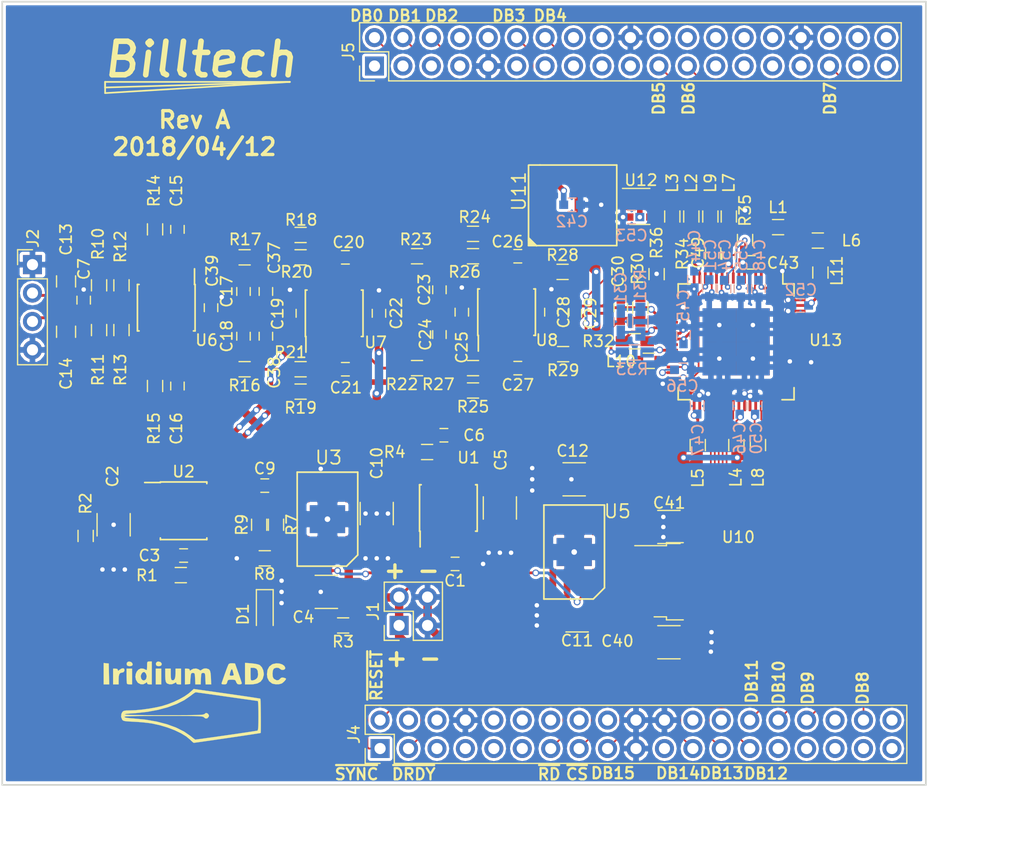
<source format=kicad_pcb>
(kicad_pcb (version 4) (host pcbnew 4.0.7)
  (layers (0 F.Cu signal) (31 B.Cu signal) (34 B.Paste user hide) (35 F.Paste user hide) (36 B.SilkS user) (37 F.SilkS user) (38 B.Mask user hide) (39 F.Mask user hide) (44 Edge.Cuts user))
  (net 0 "")
  (net 1 +12V)
  (net 2 GND)
  (net 3 "Net-(C2-Pad1)")
  (net 4 +5V)
  (net 5 +15V)
  (net 6 "Net-(C6-Pad1)")
  (net 7 "Net-(C9-Pad2)")
  (net 8 "Net-(C13-Pad1)")
  (net 9 "Net-(C13-Pad2)")
  (net 10 "Net-(C14-Pad1)")
  (net 11 "Net-(C14-Pad2)")
  (net 12 "Net-(C15-Pad1)")
  (net 13 "Net-(C15-Pad2)")
  (net 14 "Net-(C16-Pad1)")
  (net 15 "Net-(C16-Pad2)")
  (net 16 "Net-(C17-Pad1)")
  (net 17 "Net-(C18-Pad1)")
  (net 18 "Net-(C20-Pad1)")
  (net 19 "Net-(C20-Pad2)")
  (net 20 "Net-(C21-Pad1)")
  (net 21 "Net-(C21-Pad2)")
  (net 22 "Net-(C23-Pad1)")
  (net 23 "Net-(C24-Pad1)")
  (net 24 "Net-(C26-Pad2)")
  (net 25 "Net-(C27-Pad2)")
  (net 26 "Net-(D1-Pad2)")
  (net 27 "Net-(R4-Pad2)")
  (net 28 "Net-(R7-Pad2)")
  (net 29 /ADC/4.096)
  (net 30 /Input/BIAS)
  (net 31 /ADC/InputP)
  (net 32 /ADC/InputN)
  (net 33 +2V5)
  (net 34 "/ADC/Pin6(Vmod1)")
  (net 35 "/ADC/Pin15(Vbias)")
  (net 36 "/ADC/Pin24(VDif1)")
  (net 37 "/ADC/Pin41(DVdd)")
  (net 38 "/ADC/Pin33(Vmod2)")
  (net 39 "/ADC/Pin4(RHS)")
  (net 40 "Net-(C49-Pad1)")
  (net 41 "/ADC/Pin44(Vdrive1)")
  (net 42 "/ADC/Pin14(LHS)")
  (net 43 "/ADC/Pin63(Vdrive2)")
  (net 44 "/ADC/Pin10(VRefP)")
  (net 45 "Net-(C55-Pad1)")
  (net 46 "Net-(C56-Pad1)")
  (net 47 "/ADC/Pin12(Vbuf)")
  (net 48 /ADC/Pin27)
  (net 49 "Net-(R36-Pad1)")
  (net 50 "Net-(U11-Pad3)")
  (net 51 /ADC/MCLK)
  (net 52 /ADC/~SYNC)
  (net 53 /ADC/~RESET)
  (net 54 /ADC/~DRDY)
  (net 55 /ADC/~RD)
  (net 56 /ADC/~CS)
  (net 57 /ADC/DB15)
  (net 58 /ADC/DB14)
  (net 59 /ADC/DB13)
  (net 60 /ADC/DB12)
  (net 61 /ADC/DB11)
  (net 62 /ADC/DB10)
  (net 63 /ADC/DB9)
  (net 64 /ADC/DB8)
  (net 65 /ADC/DB7)
  (net 66 /ADC/DB6)
  (net 67 /ADC/DB5)
  (net 68 /ADC/DB3)
  (net 69 /ADC/DB4)
  (net 70 /ADC/DB2)
  (net 71 /ADC/DB0)
  (net 72 /ADC/DB1)
  (net 73 /ADC/VINAP)
  (net 74 /ADC/VINAN)
  (net 75 /ADC/VOUTAN)
  (net 76 /ADC/VOUTAP)
  (net 77 /ADC/VINN)
  (net 78 /ADC/VINP)
  (module Capacitors_SMD:C_0603 (layer B.Cu) (at 181.925 85 270)
    (fp_text reference C54 (at -3 -0.075 270) (layer B.SilkS) (effects (justify mirror)))
    (fp_text value 10n)
    (pad 2 smd rect (at 0.75 0 270) (size 0.8 0.75) (layers B.Cu B.Paste B.Mask) (net 2 GND))
    (pad 1 smd rect (at -0.75 0 270) (size 0.8 0.75) (layers B.Cu B.Paste B.Mask) (net 44 "/ADC/Pin10(VRefP)"))
  )
  (module Capacitors_SMD:C_1210_HandSoldering (layer F.Cu) (at 146.4 112.1 180)
    (fp_text reference C4 (at 2.05 -2.25 180) (layer F.SilkS))
    (fp_text value 22u)
    (pad 1 smd rect (at -2 0 180) (size 2 2.5) (layers F.Cu F.Paste F.Mask) (net 5 +15V))
    (pad 2 smd rect (at 2 0 180) (size 2 2.5) (layers F.Cu F.Paste F.Mask) (net 2 GND))
  )
  (module Capacitors_SMD:C_1210_HandSoldering (layer F.Cu) (at 127.4 106.1 270)
    (fp_text reference C2 (at -4.325 0.1 270) (layer F.SilkS))
    (fp_text value 22u)
    (pad 1 smd rect (at -2 0 270) (size 2 2.5) (layers F.Cu F.Paste F.Mask) (net 3 "Net-(C2-Pad1)"))
    (pad 2 smd rect (at 2 0 270) (size 2 2.5) (layers F.Cu F.Paste F.Mask) (net 2 GND))
  )
  (module Capacitors_SMD:C_1210_HandSoldering (layer F.Cu) (at 150.9 105.1 270)
    (fp_text reference C10 (at -4.5 0 270) (layer F.SilkS))
    (fp_text value 22u)
    (pad 1 smd rect (at -2 0 270) (size 2 2.5) (layers F.Cu F.Paste F.Mask) (net 1 +12V))
    (pad 2 smd rect (at 2 0 270) (size 2 2.5) (layers F.Cu F.Paste F.Mask) (net 2 GND))
  )
  (module Capacitors_SMD:C_0603_HandSoldering (layer F.Cu) (at 157.9 109.6)
    (fp_text reference C1 (at 0 1.5) (layer F.SilkS))
    (fp_text value 0.1u)
    (pad 1 smd rect (at -0.95 0) (size 1.2 0.75) (layers F.Cu F.Paste F.Mask) (net 1 +12V))
    (pad 2 smd rect (at 0.95 0) (size 1.2 0.75) (layers F.Cu F.Paste F.Mask) (net 2 GND))
  )
  (module Capacitors_SMD:C_0603_HandSoldering (layer F.Cu) (at 133.65 108.85)
    (fp_text reference C3 (at -3.05 0) (layer F.SilkS))
    (fp_text value 0.1u)
    (pad 1 smd rect (at -0.95 0) (size 1.2 0.75) (layers F.Cu F.Paste F.Mask) (net 2 GND))
    (pad 2 smd rect (at 0.95 0) (size 1.2 0.75) (layers F.Cu F.Paste F.Mask) (net 1 +12V))
  )
  (module Capacitors_SMD:C_1210_HandSoldering (layer F.Cu) (at 161.9 104.6 270)
    (fp_text reference C5 (at -4.3 -0.075 270) (layer F.SilkS))
    (fp_text value 22u)
    (pad 1 smd rect (at -2 0 270) (size 2 2.5) (layers F.Cu F.Paste F.Mask) (net 29 /ADC/4.096))
    (pad 2 smd rect (at 2 0 270) (size 2 2.5) (layers F.Cu F.Paste F.Mask) (net 2 GND))
  )
  (module Capacitors_SMD:C_0603_HandSoldering (layer F.Cu) (at 156.9 98.1)
    (fp_text reference C6 (at 2.7 0) (layer F.SilkS))
    (fp_text value 10n)
    (pad 1 smd rect (at -0.95 0) (size 1.2 0.75) (layers F.Cu F.Paste F.Mask) (net 6 "Net-(C6-Pad1)"))
    (pad 2 smd rect (at 0.95 0) (size 1.2 0.75) (layers F.Cu F.Paste F.Mask) (net 29 /ADC/4.096))
  )
  (module Capacitors_SMD:C_0805_HandSoldering (layer F.Cu) (at 123.15 84.35 270)
    (fp_text reference C13 (at -3.75 0 270) (layer F.SilkS))
    (fp_text value 2.2u)
    (pad 1 smd rect (at -1.25 0 270) (size 1.5 1.25) (layers F.Cu F.Paste F.Mask) (net 8 "Net-(C13-Pad1)"))
    (pad 2 smd rect (at 1.25 0 270) (size 1.5 1.25) (layers F.Cu F.Paste F.Mask) (net 9 "Net-(C13-Pad2)"))
  )
  (module Capacitors_SMD:C_0805_HandSoldering (layer F.Cu) (at 123.15 88.85 90)
    (fp_text reference C14 (at -3.75 0 90) (layer F.SilkS))
    (fp_text value 2.2u)
    (pad 1 smd rect (at -1.25 0 90) (size 1.5 1.25) (layers F.Cu F.Paste F.Mask) (net 10 "Net-(C14-Pad1)"))
    (pad 2 smd rect (at 1.25 0 90) (size 1.5 1.25) (layers F.Cu F.Paste F.Mask) (net 11 "Net-(C14-Pad2)"))
  )
  (module Capacitors_SMD:C_0603_HandSoldering (layer F.Cu) (at 133.1 79.7 270)
    (fp_text reference C15 (at -3.45 0.1 270) (layer F.SilkS))
    (fp_text value 47p)
    (pad 1 smd rect (at -0.95 0 270) (size 1.2 0.75) (layers F.Cu F.Paste F.Mask) (net 12 "Net-(C15-Pad1)"))
    (pad 2 smd rect (at 0.95 0 270) (size 1.2 0.75) (layers F.Cu F.Paste F.Mask) (net 13 "Net-(C15-Pad2)"))
  )
  (module Capacitors_SMD:C_0603_HandSoldering (layer F.Cu) (at 133.1 93.7 90)
    (fp_text reference C16 (at -3.8 -0.1 90) (layer F.SilkS))
    (fp_text value 47p)
    (pad 1 smd rect (at -0.95 0 90) (size 1.2 0.75) (layers F.Cu F.Paste F.Mask) (net 14 "Net-(C16-Pad1)"))
    (pad 2 smd rect (at 0.95 0 90) (size 1.2 0.75) (layers F.Cu F.Paste F.Mask) (net 15 "Net-(C16-Pad2)"))
  )
  (module Capacitors_SMD:C_0603_HandSoldering (layer F.Cu) (at 139 85.25 270)
    (fp_text reference C17 (at 0 1.5 270) (layer F.SilkS))
    (fp_text value 220p)
    (pad 1 smd rect (at -0.95 0 270) (size 1.2 0.75) (layers F.Cu F.Paste F.Mask) (net 16 "Net-(C17-Pad1)"))
    (pad 2 smd rect (at 0.95 0 270) (size 1.2 0.75) (layers F.Cu F.Paste F.Mask) (net 2 GND))
  )
  (module Capacitors_SMD:C_0603_HandSoldering (layer F.Cu) (at 139 89.25 90)
    (fp_text reference C18 (at 0 -1.5 90) (layer F.SilkS))
    (fp_text value 220p)
    (pad 1 smd rect (at -0.95 0 90) (size 1.2 0.75) (layers F.Cu F.Paste F.Mask) (net 17 "Net-(C18-Pad1)"))
    (pad 2 smd rect (at 0.95 0 90) (size 1.2 0.75) (layers F.Cu F.Paste F.Mask) (net 2 GND))
  )
  (module Capacitors_SMD:C_0603_HandSoldering (layer F.Cu) (at 143.1 87.2 90)
    (fp_text reference C19 (at -0.049 -1.0505 90) (layer F.SilkS))
    (fp_text value 0.1u)
    (pad 1 smd rect (at -0.95 0 90) (size 1.2 0.75) (layers F.Cu F.Paste F.Mask) (net 30 /Input/BIAS))
    (pad 2 smd rect (at 0.95 0 90) (size 1.2 0.75) (layers F.Cu F.Paste F.Mask) (net 2 GND))
  )
  (module Capacitors_SMD:C_0603_HandSoldering (layer F.Cu) (at 148.1 82.2)
    (fp_text reference C20 (at 0.3 -1.35) (layer F.SilkS))
    (fp_text value 100p)
    (pad 1 smd rect (at -0.95 0) (size 1.2 0.75) (layers F.Cu F.Paste F.Mask) (net 18 "Net-(C20-Pad1)"))
    (pad 2 smd rect (at 0.95 0) (size 1.2 0.75) (layers F.Cu F.Paste F.Mask) (net 19 "Net-(C20-Pad2)"))
  )
  (module Capacitors_SMD:C_0603_HandSoldering (layer F.Cu) (at 148.1 92.2)
    (fp_text reference C21 (at 0.05 1.65) (layer F.SilkS))
    (fp_text value 100p)
    (pad 1 smd rect (at -0.95 0) (size 1.2 0.75) (layers F.Cu F.Paste F.Mask) (net 20 "Net-(C21-Pad1)"))
    (pad 2 smd rect (at 0.95 0) (size 1.2 0.75) (layers F.Cu F.Paste F.Mask) (net 21 "Net-(C21-Pad2)"))
  )
  (module Capacitors_SMD:C_0603_HandSoldering (layer F.Cu) (at 151.1 87.2 90)
    (fp_text reference C22 (at 0 1.55 90) (layer F.SilkS))
    (fp_text value 0.1u)
    (pad 1 smd rect (at -0.95 0 90) (size 1.2 0.75) (layers F.Cu F.Paste F.Mask) (net 1 +12V))
    (pad 2 smd rect (at 0.95 0 90) (size 1.2 0.75) (layers F.Cu F.Paste F.Mask) (net 2 GND))
  )
  (module Capacitors_SMD:C_0603_HandSoldering (layer F.Cu) (at 156.5 85.1 270)
    (fp_text reference C23 (at 0 1.35 270) (layer F.SilkS))
    (fp_text value 1.5n)
    (pad 1 smd rect (at -0.95 0 270) (size 1.2 0.75) (layers F.Cu F.Paste F.Mask) (net 22 "Net-(C23-Pad1)"))
    (pad 2 smd rect (at 0.95 0 270) (size 1.2 0.75) (layers F.Cu F.Paste F.Mask) (net 2 GND))
  )
  (module Capacitors_SMD:C_0603_HandSoldering (layer F.Cu) (at 156.5 89.1 90)
    (fp_text reference C24 (at 0 -1.25 90) (layer F.SilkS))
    (fp_text value 1.5n)
    (pad 1 smd rect (at -0.95 0 90) (size 1.2 0.75) (layers F.Cu F.Paste F.Mask) (net 23 "Net-(C24-Pad1)"))
    (pad 2 smd rect (at 0.95 0 90) (size 1.2 0.75) (layers F.Cu F.Paste F.Mask) (net 2 GND))
  )
  (module Capacitors_SMD:C_0603_HandSoldering (layer F.Cu) (at 158.5 87.1 90)
    (fp_text reference C25 (at -3.15 0 90) (layer F.SilkS))
    (fp_text value 0.1u)
    (pad 1 smd rect (at -0.95 0 90) (size 1.2 0.75) (layers F.Cu F.Paste F.Mask) (net 30 /Input/BIAS))
    (pad 2 smd rect (at 0.95 0 90) (size 1.2 0.75) (layers F.Cu F.Paste F.Mask) (net 2 GND))
  )
  (module Capacitors_SMD:C_0603_HandSoldering (layer F.Cu) (at 163.5 82.1)
    (fp_text reference C26 (at -0.9 -1.3) (layer F.SilkS))
    (fp_text value 100p)
    (pad 1 smd rect (at -0.95 0) (size 1.2 0.75) (layers F.Cu F.Paste F.Mask) (net 31 /ADC/InputP))
    (pad 2 smd rect (at 0.95 0) (size 1.2 0.75) (layers F.Cu F.Paste F.Mask) (net 24 "Net-(C26-Pad2)"))
  )
  (module Capacitors_SMD:C_0603_HandSoldering (layer F.Cu) (at 163.5 92.1)
    (fp_text reference C27 (at 0 1.5) (layer F.SilkS))
    (fp_text value 100p)
    (pad 1 smd rect (at -0.95 0) (size 1.2 0.75) (layers F.Cu F.Paste F.Mask) (net 32 /ADC/InputN))
    (pad 2 smd rect (at 0.95 0) (size 1.2 0.75) (layers F.Cu F.Paste F.Mask) (net 25 "Net-(C27-Pad2)"))
  )
  (module Capacitors_SMD:C_0603_HandSoldering (layer F.Cu) (at 166.5 87.1 90)
    (fp_text reference C28 (at 0 1.1 90) (layer F.SilkS))
    (fp_text value 0.1u)
    (pad 1 smd rect (at -0.95 0 90) (size 1.2 0.75) (layers F.Cu F.Paste F.Mask) (net 1 +12V))
    (pad 2 smd rect (at 0.95 0 90) (size 1.2 0.75) (layers F.Cu F.Paste F.Mask) (net 2 GND))
  )
  (module Capacitors_SMD:C_0603_HandSoldering (layer F.Cu) (at 168.6 87.2 90)
    (fp_text reference C29 (at 0 1.4 90) (layer F.SilkS))
    (fp_text value 100p)
    (pad 1 smd rect (at -0.95 0 90) (size 1.2 0.75) (layers F.Cu F.Paste F.Mask) (net 74 /ADC/VINAN))
    (pad 2 smd rect (at 0.95 0 90) (size 1.2 0.75) (layers F.Cu F.Paste F.Mask) (net 73 /ADC/VINAP))
  )
  (module Capacitors_SMD:C_0603_HandSoldering (layer F.Cu) (at 172.7 86.7 90)
    (fp_text reference C30 (at 3.25 -0.25 90) (layer F.SilkS))
    (fp_text value 120p)
    (pad 1 smd rect (at -0.95 0 90) (size 1.2 0.75) (layers F.Cu F.Paste F.Mask) (net 75 /ADC/VOUTAN))
    (pad 2 smd rect (at 0.95 0 90) (size 1.2 0.75) (layers F.Cu F.Paste F.Mask) (net 73 /ADC/VINAP))
  )
  (module Capacitors_SMD:C_0603_HandSoldering (layer B.Cu) (at 172.7 87.95 90)
    (fp_text reference C31 (at 3 0 90) (layer B.SilkS) (effects (justify mirror)))
    (fp_text value 120p)
    (pad 1 smd rect (at -0.95 0 90) (size 1.2 0.75) (layers B.Cu B.Paste B.Mask) (net 76 /ADC/VOUTAP))
    (pad 2 smd rect (at 0.95 0 90) (size 1.2 0.75) (layers B.Cu B.Paste B.Mask) (net 74 /ADC/VINAN))
  )
  (module Capacitors_SMD:C_0603_HandSoldering (layer F.Cu) (at 141 85.25 270)
    (fp_text reference C37 (at -3 -0.75 270) (layer F.SilkS))
    (fp_text value 20p)
    (pad 1 smd rect (at -0.95 0 270) (size 1.2 0.75) (layers F.Cu F.Paste F.Mask) (net 16 "Net-(C17-Pad1)"))
    (pad 2 smd rect (at 0.95 0 270) (size 1.2 0.75) (layers F.Cu F.Paste F.Mask) (net 2 GND))
  )
  (module Capacitors_SMD:C_0603_HandSoldering (layer F.Cu) (at 141 89.25 90)
    (fp_text reference C38 (at -3.25 0.75 90) (layer F.SilkS))
    (fp_text value 20p)
    (pad 1 smd rect (at -0.95 0 90) (size 1.2 0.75) (layers F.Cu F.Paste F.Mask) (net 17 "Net-(C18-Pad1)"))
    (pad 2 smd rect (at 0.95 0 90) (size 1.2 0.75) (layers F.Cu F.Paste F.Mask) (net 2 GND))
  )
  (module LEDs:LED_0805_HandSoldering (layer F.Cu) (at 140.9 114.1 270)
    (fp_text reference D1 (at 0 1.95 270) (layer F.SilkS))
    (fp_text value LED)
    (pad 1 smd rect (at -1.35 0 270) (size 1.5 1.3) (layers F.Cu F.Paste F.Mask) (net 2 GND))
    (pad 2 smd rect (at 1.35 0 270) (size 1.5 1.3) (layers F.Cu F.Paste F.Mask) (net 26 "Net-(D1-Pad2)"))
  )
  (module Pin_Headers:Pin_Header_Straight_2x02_Pitch2.54mm (layer F.Cu) (at 152.9 115.1 90)
    (fp_text reference J1 (at 1.27 -2.33 90) (layer F.SilkS))
    (fp_text value +15V)
    (pad 1 thru_hole rect (at 0 0 90) (size 1.7 1.7) (drill 1) (layers *.Cu *.Mask) (net 5 +15V))
    (pad 2 thru_hole oval (at 2.54 0 90) (size 1.7 1.7) (drill 1) (layers *.Cu *.Mask) (net 5 +15V))
    (pad 3 thru_hole oval (at 0 2.54 90) (size 1.7 1.7) (drill 1) (layers *.Cu *.Mask) (net 2 GND))
    (pad 4 thru_hole oval (at 2.54 2.54 90) (size 1.7 1.7) (drill 1) (layers *.Cu *.Mask) (net 2 GND))
  )
  (module Resistors_SMD:R_0603_HandSoldering (layer F.Cu) (at 133.4 110.6 180)
    (fp_text reference R1 (at 3.025 -0.025 180) (layer F.SilkS))
    (fp_text value 10k)
    (pad 1 smd rect (at -1.1 0 180) (size 1.2 0.9) (layers F.Cu F.Paste F.Mask) (net 1 +12V))
    (pad 2 smd rect (at 1.1 0 180) (size 1.2 0.9) (layers F.Cu F.Paste F.Mask) (net 3 "Net-(C2-Pad1)"))
  )
  (module Resistors_SMD:R_0603_HandSoldering (layer F.Cu) (at 124.9 107.1 270)
    (fp_text reference R2 (at -2.9 0 270) (layer F.SilkS))
    (fp_text value 10k)
    (pad 1 smd rect (at -1.1 0 270) (size 1.2 0.9) (layers F.Cu F.Paste F.Mask) (net 3 "Net-(C2-Pad1)"))
    (pad 2 smd rect (at 1.1 0 270) (size 1.2 0.9) (layers F.Cu F.Paste F.Mask) (net 2 GND))
  )
  (module Resistors_SMD:R_0603_HandSoldering (layer F.Cu) (at 147.9 115.1 180)
    (fp_text reference R3 (at 0 -1.45 180) (layer F.SilkS))
    (fp_text value 10k)
    (pad 1 smd rect (at -1.1 0 180) (size 1.2 0.9) (layers F.Cu F.Paste F.Mask) (net 5 +15V))
    (pad 2 smd rect (at 1.1 0 180) (size 1.2 0.9) (layers F.Cu F.Paste F.Mask) (net 26 "Net-(D1-Pad2)"))
  )
  (module Resistors_SMD:R_0603_HandSoldering (layer F.Cu) (at 155.4 99.6)
    (fp_text reference R4 (at -2.9 0) (layer F.SilkS))
    (fp_text value 82k)
    (pad 1 smd rect (at -1.1 0) (size 1.2 0.9) (layers F.Cu F.Paste F.Mask) (net 6 "Net-(C6-Pad1)"))
    (pad 2 smd rect (at 1.1 0) (size 1.2 0.9) (layers F.Cu F.Paste F.Mask) (net 27 "Net-(R4-Pad2)"))
  )
  (module Resistors_SMD:R_0603_HandSoldering (layer F.Cu) (at 141.9 106.1 270)
    (fp_text reference R7 (at 0 -1.45 270) (layer F.SilkS))
    (fp_text value 86k6)
    (pad 1 smd rect (at -1.1 0 270) (size 1.2 0.9) (layers F.Cu F.Paste F.Mask) (net 1 +12V))
    (pad 2 smd rect (at 1.1 0 270) (size 1.2 0.9) (layers F.Cu F.Paste F.Mask) (net 28 "Net-(R7-Pad2)"))
  )
  (module Resistors_SMD:R_0603_HandSoldering (layer F.Cu) (at 140.9 109.1 180)
    (fp_text reference R8 (at 0.025 -1.4 180) (layer F.SilkS))
    (fp_text value 10k)
    (pad 1 smd rect (at -1.1 0 180) (size 1.2 0.9) (layers F.Cu F.Paste F.Mask) (net 28 "Net-(R7-Pad2)"))
    (pad 2 smd rect (at 1.1 0 180) (size 1.2 0.9) (layers F.Cu F.Paste F.Mask) (net 2 GND))
  )
  (module Resistors_SMD:R_0603_HandSoldering (layer F.Cu) (at 140.4 106.1 270)
    (fp_text reference R9 (at 0 1.55 270) (layer F.SilkS))
    (fp_text value 10k)
    (pad 1 smd rect (at -1.1 0 270) (size 1.2 0.9) (layers F.Cu F.Paste F.Mask) (net 7 "Net-(C9-Pad2)"))
    (pad 2 smd rect (at 1.1 0 270) (size 1.2 0.9) (layers F.Cu F.Paste F.Mask) (net 28 "Net-(R7-Pad2)"))
  )
  (module Resistors_SMD:R_0603_HandSoldering (layer F.Cu) (at 126.1 84.7 270)
    (fp_text reference R10 (at -3.7 0.1 450) (layer F.SilkS))
    (fp_text value 1M)
    (pad 1 smd rect (at -1.1 0 270) (size 1.2 0.9) (layers F.Cu F.Paste F.Mask) (net 8 "Net-(C13-Pad1)"))
    (pad 2 smd rect (at 1.1 0 270) (size 1.2 0.9) (layers F.Cu F.Paste F.Mask) (net 30 /Input/BIAS))
  )
  (module Resistors_SMD:R_0603_HandSoldering (layer F.Cu) (at 126.1 88.7 270)
    (fp_text reference R11 (at 3.55 0.1 450) (layer F.SilkS))
    (fp_text value 1M)
    (pad 1 smd rect (at -1.1 0 270) (size 1.2 0.9) (layers F.Cu F.Paste F.Mask) (net 30 /Input/BIAS))
    (pad 2 smd rect (at 1.1 0 270) (size 1.2 0.9) (layers F.Cu F.Paste F.Mask) (net 10 "Net-(C14-Pad1)"))
  )
  (module Resistors_SMD:R_0603_HandSoldering (layer F.Cu) (at 128.1 84.7 90)
    (fp_text reference R12 (at 3.45 -0.1 270) (layer F.SilkS))
    (fp_text value 349)
    (pad 1 smd rect (at -1.1 0 90) (size 1.2 0.9) (layers F.Cu F.Paste F.Mask) (net 30 /Input/BIAS))
    (pad 2 smd rect (at 1.1 0 90) (size 1.2 0.9) (layers F.Cu F.Paste F.Mask) (net 13 "Net-(C15-Pad2)"))
  )
  (module Resistors_SMD:R_0603_HandSoldering (layer F.Cu) (at 128.1 88.7 270)
    (fp_text reference R13 (at 3.55 0.1 450) (layer F.SilkS))
    (fp_text value 349)
    (pad 1 smd rect (at -1.1 0 270) (size 1.2 0.9) (layers F.Cu F.Paste F.Mask) (net 30 /Input/BIAS))
    (pad 2 smd rect (at 1.1 0 270) (size 1.2 0.9) (layers F.Cu F.Paste F.Mask) (net 15 "Net-(C16-Pad2)"))
  )
  (module Resistors_SMD:R_0603_HandSoldering (layer F.Cu) (at 131.1 79.7 270)
    (fp_text reference R14 (at -3.45 0.1 270) (layer F.SilkS))
    (fp_text value 349)
    (pad 1 smd rect (at -1.1 0 270) (size 1.2 0.9) (layers F.Cu F.Paste F.Mask) (net 12 "Net-(C15-Pad1)"))
    (pad 2 smd rect (at 1.1 0 270) (size 1.2 0.9) (layers F.Cu F.Paste F.Mask) (net 13 "Net-(C15-Pad2)"))
  )
  (module Resistors_SMD:R_0603_HandSoldering (layer F.Cu) (at 131.1 93.7 90)
    (fp_text reference R15 (at -3.8 -0.1 90) (layer F.SilkS))
    (fp_text value 349)
    (pad 1 smd rect (at -1.1 0 90) (size 1.2 0.9) (layers F.Cu F.Paste F.Mask) (net 14 "Net-(C16-Pad1)"))
    (pad 2 smd rect (at 1.1 0 90) (size 1.2 0.9) (layers F.Cu F.Paste F.Mask) (net 15 "Net-(C16-Pad2)"))
  )
  (module Resistors_SMD:R_0603_HandSoldering (layer F.Cu) (at 139.1 92.2 180)
    (fp_text reference R16 (at 0 -1.45 180) (layer F.SilkS))
    (fp_text value 1k05)
    (pad 1 smd rect (at -1.1 0 180) (size 1.2 0.9) (layers F.Cu F.Paste F.Mask) (net 17 "Net-(C18-Pad1)"))
    (pad 2 smd rect (at 1.1 0 180) (size 1.2 0.9) (layers F.Cu F.Paste F.Mask) (net 14 "Net-(C16-Pad1)"))
  )
  (module Resistors_SMD:R_0603_HandSoldering (layer F.Cu) (at 139.1 82.2 180)
    (fp_text reference R17 (at -0.05 1.6 180) (layer F.SilkS))
    (fp_text value 1k05)
    (pad 1 smd rect (at -1.1 0 180) (size 1.2 0.9) (layers F.Cu F.Paste F.Mask) (net 16 "Net-(C17-Pad1)"))
    (pad 2 smd rect (at 1.1 0 180) (size 1.2 0.9) (layers F.Cu F.Paste F.Mask) (net 12 "Net-(C15-Pad1)"))
  )
  (module Resistors_SMD:R_0603_HandSoldering (layer F.Cu) (at 144.1 80.2 180)
    (fp_text reference R18 (at -0.05 1.35 180) (layer F.SilkS))
    (fp_text value 698)
    (pad 1 smd rect (at -1.1 0 180) (size 1.2 0.9) (layers F.Cu F.Paste F.Mask) (net 19 "Net-(C20-Pad2)"))
    (pad 2 smd rect (at 1.1 0 180) (size 1.2 0.9) (layers F.Cu F.Paste F.Mask) (net 16 "Net-(C17-Pad1)"))
  )
  (module Resistors_SMD:R_0603_HandSoldering (layer F.Cu) (at 144.1 94.2 180)
    (fp_text reference R19 (at 0 -1.45 180) (layer F.SilkS))
    (fp_text value 698)
    (pad 1 smd rect (at -1.1 0 180) (size 1.2 0.9) (layers F.Cu F.Paste F.Mask) (net 21 "Net-(C21-Pad2)"))
    (pad 2 smd rect (at 1.1 0 180) (size 1.2 0.9) (layers F.Cu F.Paste F.Mask) (net 17 "Net-(C18-Pad1)"))
  )
  (module Resistors_SMD:R_0603_HandSoldering (layer F.Cu) (at 144.1 82.2 180)
    (fp_text reference R20 (at 0.35 -1.3 180) (layer F.SilkS))
    (fp_text value 1k05)
    (pad 1 smd rect (at -1.1 0 180) (size 1.2 0.9) (layers F.Cu F.Paste F.Mask) (net 18 "Net-(C20-Pad1)"))
    (pad 2 smd rect (at 1.1 0 180) (size 1.2 0.9) (layers F.Cu F.Paste F.Mask) (net 16 "Net-(C17-Pad1)"))
  )
  (module Resistors_SMD:R_0603_HandSoldering (layer F.Cu) (at 144.1 92.2 180)
    (fp_text reference R21 (at 0.9075 1.522 180) (layer F.SilkS))
    (fp_text value 1k05)
    (pad 1 smd rect (at -1.1 0 180) (size 1.2 0.9) (layers F.Cu F.Paste F.Mask) (net 20 "Net-(C21-Pad1)"))
    (pad 2 smd rect (at 1.1 0 180) (size 1.2 0.9) (layers F.Cu F.Paste F.Mask) (net 17 "Net-(C18-Pad1)"))
  )
  (module Resistors_SMD:R_0603_HandSoldering (layer F.Cu) (at 154.5 92.1 180)
    (fp_text reference R22 (at 1.35 -1.45 180) (layer F.SilkS))
    (fp_text value 367)
    (pad 1 smd rect (at -1.1 0 180) (size 1.2 0.9) (layers F.Cu F.Paste F.Mask) (net 23 "Net-(C24-Pad1)"))
    (pad 2 smd rect (at 1.1 0 180) (size 1.2 0.9) (layers F.Cu F.Paste F.Mask) (net 20 "Net-(C21-Pad1)"))
  )
  (module Resistors_SMD:R_0603_HandSoldering (layer F.Cu) (at 154.5 82.1 180)
    (fp_text reference R23 (at 0.1 1.5 180) (layer F.SilkS))
    (fp_text value 367)
    (pad 1 smd rect (at -1.1 0 180) (size 1.2 0.9) (layers F.Cu F.Paste F.Mask) (net 22 "Net-(C23-Pad1)"))
    (pad 2 smd rect (at 1.1 0 180) (size 1.2 0.9) (layers F.Cu F.Paste F.Mask) (net 18 "Net-(C20-Pad1)"))
  )
  (module Resistors_SMD:R_0603_HandSoldering (layer F.Cu) (at 159.5 80.1 180)
    (fp_text reference R24 (at -0.15 1.5 180) (layer F.SilkS))
    (fp_text value 332)
    (pad 1 smd rect (at -1.1 0 180) (size 1.2 0.9) (layers F.Cu F.Paste F.Mask) (net 24 "Net-(C26-Pad2)"))
    (pad 2 smd rect (at 1.1 0 180) (size 1.2 0.9) (layers F.Cu F.Paste F.Mask) (net 22 "Net-(C23-Pad1)"))
  )
  (module Resistors_SMD:R_0603_HandSoldering (layer F.Cu) (at 159.5 94.1 180)
    (fp_text reference R25 (at 0 -1.45 180) (layer F.SilkS))
    (fp_text value 332)
    (pad 1 smd rect (at -1.1 0 180) (size 1.2 0.9) (layers F.Cu F.Paste F.Mask) (net 25 "Net-(C27-Pad2)"))
    (pad 2 smd rect (at 1.1 0 180) (size 1.2 0.9) (layers F.Cu F.Paste F.Mask) (net 23 "Net-(C24-Pad1)"))
  )
  (module Resistors_SMD:R_0603_HandSoldering (layer F.Cu) (at 159.5 82.1 180)
    (fp_text reference R26 (at 0.75 -1.4 180) (layer F.SilkS))
    (fp_text value 220)
    (pad 1 smd rect (at -1.1 0 180) (size 1.2 0.9) (layers F.Cu F.Paste F.Mask) (net 31 /ADC/InputP))
    (pad 2 smd rect (at 1.1 0 180) (size 1.2 0.9) (layers F.Cu F.Paste F.Mask) (net 22 "Net-(C23-Pad1)"))
  )
  (module Resistors_SMD:R_0603_HandSoldering (layer F.Cu) (at 159.5 92.1 180)
    (fp_text reference R27 (at 3.1 -1.45 180) (layer F.SilkS))
    (fp_text value 220)
    (pad 1 smd rect (at -1.1 0 180) (size 1.2 0.9) (layers F.Cu F.Paste F.Mask) (net 32 /ADC/InputN))
    (pad 2 smd rect (at 1.1 0 180) (size 1.2 0.9) (layers F.Cu F.Paste F.Mask) (net 23 "Net-(C24-Pad1)"))
  )
  (module Resistors_SMD:R_0603_HandSoldering (layer F.Cu) (at 167.5 83.5 180)
    (fp_text reference R28 (at 0 1.5 180) (layer F.SilkS))
    (fp_text value 1k)
    (pad 1 smd rect (at -1.1 0 180) (size 1.2 0.9) (layers F.Cu F.Paste F.Mask) (net 73 /ADC/VINAP))
    (pad 2 smd rect (at 1.1 0 180) (size 1.2 0.9) (layers F.Cu F.Paste F.Mask) (net 31 /ADC/InputP))
  )
  (module Resistors_SMD:R_0603_HandSoldering (layer F.Cu) (at 167.55 90.85 180)
    (fp_text reference R29 (at 0 -1.45 180) (layer F.SilkS))
    (fp_text value 1k)
    (pad 1 smd rect (at -1.1 0 180) (size 1.2 0.9) (layers F.Cu F.Paste F.Mask) (net 74 /ADC/VINAN))
    (pad 2 smd rect (at 1.1 0 180) (size 1.2 0.9) (layers F.Cu F.Paste F.Mask) (net 32 /ADC/InputN))
  )
  (module Resistors_SMD:R_0603_HandSoldering (layer F.Cu) (at 174.45 86.7 90)
    (fp_text reference R30 (at 3.5 -0.25 90) (layer F.SilkS))
    (fp_text value 655)
    (pad 1 smd rect (at -1.1 0 90) (size 1.2 0.9) (layers F.Cu F.Paste F.Mask) (net 75 /ADC/VOUTAN))
    (pad 2 smd rect (at 1.1 0 90) (size 1.2 0.9) (layers F.Cu F.Paste F.Mask) (net 73 /ADC/VINAP))
  )
  (module Resistors_SMD:R_0603_HandSoldering (layer B.Cu) (at 174.45 87.95 90)
    (fp_text reference R31 (at 3.25 0 90) (layer B.SilkS) (effects (justify mirror)))
    (fp_text value 655)
    (pad 1 smd rect (at -1.1 0 90) (size 1.2 0.9) (layers B.Cu B.Paste B.Mask) (net 76 /ADC/VOUTAP))
    (pad 2 smd rect (at 1.1 0 90) (size 1.2 0.9) (layers B.Cu B.Paste B.Mask) (net 74 /ADC/VINAN))
  )
  (module Resistors_SMD:R_0603_HandSoldering (layer F.Cu) (at 173.95 89.7 180)
    (fp_text reference R32 (at 3.25 0 180) (layer F.SilkS))
    (fp_text value 18)
    (pad 1 smd rect (at -1.1 0 180) (size 1.2 0.9) (layers F.Cu F.Paste F.Mask) (net 78 /ADC/VINP))
    (pad 2 smd rect (at 1.1 0 180) (size 1.2 0.9) (layers F.Cu F.Paste F.Mask) (net 76 /ADC/VOUTAP))
  )
  (module Resistors_SMD:R_0603_HandSoldering (layer B.Cu) (at 173.95 90.7 180)
    (fp_text reference R33 (at 0.25 -1.5 180) (layer B.SilkS) (effects (justify mirror)))
    (fp_text value 18)
    (pad 1 smd rect (at -1.1 0 180) (size 1.2 0.9) (layers B.Cu B.Paste B.Mask) (net 77 /ADC/VINN))
    (pad 2 smd rect (at 1.1 0 180) (size 1.2 0.9) (layers B.Cu B.Paste B.Mask) (net 75 /ADC/VOUTAN))
  )
  (module Housings_SOIC:SOIC-8_3.9x4.9mm_Pitch1.27mm (layer F.Cu) (at 157.3 104.6 90)
    (fp_text reference U1 (at 4.5 1.8 180) (layer F.SilkS))
    (fp_text value ADR434BRZ)
    (pad 1 smd rect (at -2.7 -1.905 90) (size 1.55 0.6) (layers F.Cu F.Paste F.Mask))
    (pad 2 smd rect (at -2.7 -0.635 90) (size 1.55 0.6) (layers F.Cu F.Paste F.Mask) (net 1 +12V))
    (pad 3 smd rect (at -2.7 0.635 90) (size 1.55 0.6) (layers F.Cu F.Paste F.Mask))
    (pad 4 smd rect (at -2.7 1.905 90) (size 1.55 0.6) (layers F.Cu F.Paste F.Mask) (net 2 GND))
    (pad 5 smd rect (at 2.7 1.905 90) (size 1.55 0.6) (layers F.Cu F.Paste F.Mask))
    (pad 6 smd rect (at 2.7 0.635 90) (size 1.55 0.6) (layers F.Cu F.Paste F.Mask) (net 29 /ADC/4.096))
    (pad 7 smd rect (at 2.7 -0.635 90) (size 1.55 0.6) (layers F.Cu F.Paste F.Mask) (net 27 "Net-(R4-Pad2)"))
    (pad 8 smd rect (at 2.7 -1.905 90) (size 1.55 0.6) (layers F.Cu F.Paste F.Mask))
  )
  (module Housings_SOIC:SOIC-8_3.9x4.9mm_Pitch1.27mm (layer F.Cu) (at 133.65 104.85)
    (fp_text reference U2 (at 0 -3.5) (layer F.SilkS))
    (fp_text value OPA207IDR)
    (pad 1 smd rect (at -2.7 -1.905) (size 1.55 0.6) (layers F.Cu F.Paste F.Mask))
    (pad 2 smd rect (at -2.7 -0.635) (size 1.55 0.6) (layers F.Cu F.Paste F.Mask) (net 30 /Input/BIAS))
    (pad 3 smd rect (at -2.7 0.635) (size 1.55 0.6) (layers F.Cu F.Paste F.Mask) (net 3 "Net-(C2-Pad1)"))
    (pad 4 smd rect (at -2.7 1.905) (size 1.55 0.6) (layers F.Cu F.Paste F.Mask) (net 2 GND))
    (pad 5 smd rect (at 2.7 1.905) (size 1.55 0.6) (layers F.Cu F.Paste F.Mask))
    (pad 6 smd rect (at 2.7 0.635) (size 1.55 0.6) (layers F.Cu F.Paste F.Mask) (net 30 /Input/BIAS))
    (pad 7 smd rect (at 2.7 -0.635) (size 1.55 0.6) (layers F.Cu F.Paste F.Mask) (net 1 +12V))
    (pad 8 smd rect (at 2.7 -1.905) (size 1.55 0.6) (layers F.Cu F.Paste F.Mask))
  )
  (module feetprints:SOIC-8-EP (layer F.Cu) (at 146.5 105.6 180)
    (fp_text reference U3 (at -0.1 5.5 360) (layer F.SilkS) (effects (font (size 1.2 1.2))))
    (fp_text value ADP7105ARDZ)
    (pad 8 smd rect (at -1.905 -2.6 180) (size 0.6 2.2) (layers F.Cu F.Paste F.Mask) (net 5 +15V))
    (pad 1 smd rect (at -1.905 2.6 180) (size 0.6 2.2) (layers F.Cu F.Paste F.Mask) (net 1 +12V))
    (pad 7 smd rect (at -0.635 -2.6 180) (size 0.6 2.2) (layers F.Cu F.Paste F.Mask) (net 26 "Net-(D1-Pad2)"))
    (pad 2 smd rect (at -0.635 2.6 180) (size 0.6 2.2) (layers F.Cu F.Paste F.Mask) (net 28 "Net-(R7-Pad2)"))
    (pad 6 smd rect (at 0.635 -2.6 180) (size 0.6 2.2) (layers F.Cu F.Paste F.Mask) (net 2 GND))
    (pad 3 smd rect (at 0.635 2.6 180) (size 0.6 2.2) (layers F.Cu F.Paste F.Mask) (net 2 GND))
    (pad 5 smd rect (at 1.905 -2.6 180) (size 0.6 2.2) (layers F.Cu F.Paste F.Mask) (net 5 +15V))
    (pad 4 smd rect (at 1.905 2.6 180) (size 0.6 2.2) (layers F.Cu F.Paste F.Mask))
    (pad 9 thru_hole rect (at 0 0 180) (size 3.15 2.5) (drill 0.5) (layers *.Cu *.Mask) (net 2 GND))
  )
  (module Housings_SOIC:SOIC-8_3.9x4.9mm_Pitch1.27mm (layer F.Cu) (at 132.1 86.7 270)
    (fp_text reference U6 (at 2.9 -3.6 360) (layer F.SilkS))
    (fp_text value OPA1612)
    (pad 1 smd rect (at -2.7 -1.905 270) (size 1.55 0.6) (layers F.Cu F.Paste F.Mask) (net 12 "Net-(C15-Pad1)"))
    (pad 2 smd rect (at -2.7 -0.635 270) (size 1.55 0.6) (layers F.Cu F.Paste F.Mask) (net 13 "Net-(C15-Pad2)"))
    (pad 3 smd rect (at -2.7 0.635 270) (size 1.55 0.6) (layers F.Cu F.Paste F.Mask) (net 8 "Net-(C13-Pad1)"))
    (pad 4 smd rect (at -2.7 1.905 270) (size 1.55 0.6) (layers F.Cu F.Paste F.Mask) (net 2 GND))
    (pad 5 smd rect (at 2.7 1.905 270) (size 1.55 0.6) (layers F.Cu F.Paste F.Mask) (net 10 "Net-(C14-Pad1)"))
    (pad 6 smd rect (at 2.7 0.635 270) (size 1.55 0.6) (layers F.Cu F.Paste F.Mask) (net 15 "Net-(C16-Pad2)"))
    (pad 7 smd rect (at 2.7 -0.635 270) (size 1.55 0.6) (layers F.Cu F.Paste F.Mask) (net 14 "Net-(C16-Pad1)"))
    (pad 8 smd rect (at 2.7 -1.905 270) (size 1.55 0.6) (layers F.Cu F.Paste F.Mask) (net 1 +12V))
  )
  (module Housings_SOIC:SOIC-8_3.9x4.9mm_Pitch1.27mm (layer F.Cu) (at 147.1 87.2 90)
    (fp_text reference U7 (at -2.6 3.7 180) (layer F.SilkS))
    (fp_text value OPA1632)
    (pad 1 smd rect (at -2.7 -1.905 90) (size 1.55 0.6) (layers F.Cu F.Paste F.Mask) (net 21 "Net-(C21-Pad2)"))
    (pad 2 smd rect (at -2.7 -0.635 90) (size 1.55 0.6) (layers F.Cu F.Paste F.Mask) (net 30 /Input/BIAS))
    (pad 3 smd rect (at -2.7 0.635 90) (size 1.55 0.6) (layers F.Cu F.Paste F.Mask) (net 1 +12V))
    (pad 4 smd rect (at -2.7 1.905 90) (size 1.55 0.6) (layers F.Cu F.Paste F.Mask) (net 20 "Net-(C21-Pad1)"))
    (pad 5 smd rect (at 2.7 1.905 90) (size 1.55 0.6) (layers F.Cu F.Paste F.Mask) (net 18 "Net-(C20-Pad1)"))
    (pad 6 smd rect (at 2.7 0.635 90) (size 1.55 0.6) (layers F.Cu F.Paste F.Mask) (net 2 GND))
    (pad 7 smd rect (at 2.7 -0.635 90) (size 1.55 0.6) (layers F.Cu F.Paste F.Mask))
    (pad 8 smd rect (at 2.7 -1.905 90) (size 1.55 0.6) (layers F.Cu F.Paste F.Mask) (net 19 "Net-(C20-Pad2)"))
  )
  (module Housings_SOIC:SOIC-8_3.9x4.9mm_Pitch1.27mm (layer F.Cu) (at 162.5 87.1 90)
    (fp_text reference U8 (at -2.5 3.6 180) (layer F.SilkS))
    (fp_text value OPA1632)
    (pad 1 smd rect (at -2.7 -1.905 90) (size 1.55 0.6) (layers F.Cu F.Paste F.Mask) (net 25 "Net-(C27-Pad2)"))
    (pad 2 smd rect (at -2.7 -0.635 90) (size 1.55 0.6) (layers F.Cu F.Paste F.Mask) (net 30 /Input/BIAS))
    (pad 3 smd rect (at -2.7 0.635 90) (size 1.55 0.6) (layers F.Cu F.Paste F.Mask) (net 1 +12V))
    (pad 4 smd rect (at -2.7 1.905 90) (size 1.55 0.6) (layers F.Cu F.Paste F.Mask) (net 32 /ADC/InputN))
    (pad 5 smd rect (at 2.7 1.905 90) (size 1.55 0.6) (layers F.Cu F.Paste F.Mask) (net 31 /ADC/InputP))
    (pad 6 smd rect (at 2.7 0.635 90) (size 1.55 0.6) (layers F.Cu F.Paste F.Mask) (net 2 GND))
    (pad 7 smd rect (at 2.7 -0.635 90) (size 1.55 0.6) (layers F.Cu F.Paste F.Mask))
    (pad 8 smd rect (at 2.7 -1.905 90) (size 1.55 0.6) (layers F.Cu F.Paste F.Mask) (net 24 "Net-(C26-Pad2)"))
  )
  (module Capacitors_SMD:C_0603_HandSoldering (layer F.Cu) (at 136.1 86.7 90)
    (fp_text reference C39 (at 3.3 0.1 90) (layer F.SilkS))
    (fp_text value 0.1u)
    (pad 1 smd rect (at -0.95 0 90) (size 1.2 0.75) (layers F.Cu F.Paste F.Mask) (net 1 +12V))
    (pad 2 smd rect (at 0.95 0 90) (size 1.2 0.75) (layers F.Cu F.Paste F.Mask) (net 2 GND))
  )
  (module Capacitors_SMD:C_0603_HandSoldering (layer F.Cu) (at 140.9 102.6 180)
    (fp_text reference C9 (at 0 1.525 180) (layer F.SilkS))
    (fp_text value 39n)
    (pad 1 smd rect (at -0.95 0 180) (size 1.2 0.75) (layers F.Cu F.Paste F.Mask) (net 1 +12V))
    (pad 2 smd rect (at 0.95 0 180) (size 1.2 0.75) (layers F.Cu F.Paste F.Mask) (net 7 "Net-(C9-Pad2)"))
  )
  (module Capacitors_SMD:C_1210_HandSoldering (layer F.Cu) (at 168.8 114.2 180)
    (fp_text reference C11 (at 0 -2.25 180) (layer F.SilkS))
    (fp_text value 22u)
    (pad 1 smd rect (at -2 0 180) (size 2 2.5) (layers F.Cu F.Paste F.Mask) (net 5 +15V))
    (pad 2 smd rect (at 2 0 180) (size 2 2.5) (layers F.Cu F.Paste F.Mask) (net 2 GND))
  )
  (module Capacitors_SMD:C_1210_HandSoldering (layer F.Cu) (at 168.5375 102.0375 180)
    (fp_text reference C12 (at 0.1375 2.5375 180) (layer F.SilkS))
    (fp_text value 22u)
    (pad 1 smd rect (at -2 0 180) (size 2 2.5) (layers F.Cu F.Paste F.Mask) (net 4 +5V))
    (pad 2 smd rect (at 2 0 180) (size 2 2.5) (layers F.Cu F.Paste F.Mask) (net 2 GND))
  )
  (module feetprints:SOIC-8-EP (layer F.Cu) (at 168.5375 108.5375 180)
    (fp_text reference U5 (at -3.8625 3.6375 180) (layer F.SilkS) (effects (font (size 1.2 1.2))))
    (fp_text value ADP7104ARDZ-5.0)
    (pad 8 smd rect (at -1.905 -2.6 180) (size 0.6 2.2) (layers F.Cu F.Paste F.Mask) (net 5 +15V))
    (pad 1 smd rect (at -1.905 2.6 180) (size 0.6 2.2) (layers F.Cu F.Paste F.Mask) (net 4 +5V))
    (pad 7 smd rect (at -0.635 -2.6 180) (size 0.6 2.2) (layers F.Cu F.Paste F.Mask) (net 26 "Net-(D1-Pad2)"))
    (pad 2 smd rect (at -0.635 2.6 180) (size 0.6 2.2) (layers F.Cu F.Paste F.Mask) (net 4 +5V))
    (pad 6 smd rect (at 0.635 -2.6 180) (size 0.6 2.2) (layers F.Cu F.Paste F.Mask) (net 2 GND))
    (pad 3 smd rect (at 0.635 2.6 180) (size 0.6 2.2) (layers F.Cu F.Paste F.Mask) (net 2 GND))
    (pad 5 smd rect (at 1.905 -2.6 180) (size 0.6 2.2) (layers F.Cu F.Paste F.Mask) (net 5 +15V))
    (pad 4 smd rect (at 1.905 2.6 180) (size 0.6 2.2) (layers F.Cu F.Paste F.Mask))
    (pad 9 thru_hole rect (at 0 0 180) (size 3.15 2.5) (drill 0.5) (layers *.Cu *.Mask) (net 2 GND))
  )
  (module Capacitors_SMD:C_1210_HandSoldering (layer F.Cu) (at 177 116.6)
    (fp_text reference C40 (at -4.6 -0.1) (layer F.SilkS))
    (fp_text value 22u)
    (pad 1 smd rect (at -2 0) (size 2 2.5) (layers F.Cu F.Paste F.Mask) (net 5 +15V))
    (pad 2 smd rect (at 2 0) (size 2 2.5) (layers F.Cu F.Paste F.Mask) (net 2 GND))
  )
  (module Capacitors_SMD:C_1210_HandSoldering (layer F.Cu) (at 177 106.3 180)
    (fp_text reference C41 (at -0.025 2.15 180) (layer F.SilkS))
    (fp_text value 22u)
    (pad 1 smd rect (at -2 0 180) (size 2 2.5) (layers F.Cu F.Paste F.Mask) (net 33 +2V5))
    (pad 2 smd rect (at 2 0 180) (size 2 2.5) (layers F.Cu F.Paste F.Mask) (net 2 GND))
  )
  (module Inductors_SMD:L_0603_HandSoldering (layer F.Cu) (at 186.75 79.5 180)
    (fp_text reference L1 (at 0 1.778 180) (layer F.SilkS))
    (fp_text value 1k@100M)
    (pad 1 smd rect (at -1.1 0 180) (size 1.2 0.9) (layers F.Cu F.Paste F.Mask) (net 33 +2V5))
    (pad 2 smd rect (at 1.1 0 180) (size 1.2 0.9) (layers F.Cu F.Paste F.Mask) (net 34 "/ADC/Pin6(Vmod1)"))
  )
  (module Inductors_SMD:L_0603_HandSoldering (layer F.Cu) (at 179 78.55 270)
    (fp_text reference L2 (at -3 0 450) (layer F.SilkS))
    (fp_text value 1k@100M)
    (pad 1 smd rect (at -1.1 0 270) (size 1.2 0.9) (layers F.Cu F.Paste F.Mask) (net 4 +5V))
    (pad 2 smd rect (at 1.1 0 270) (size 1.2 0.9) (layers F.Cu F.Paste F.Mask) (net 35 "/ADC/Pin15(Vbias)"))
  )
  (module Inductors_SMD:L_0603_HandSoldering (layer F.Cu) (at 177.3 78.55 270)
    (fp_text reference L3 (at -3 0 270) (layer F.SilkS))
    (fp_text value 1k@100M)
    (pad 1 smd rect (at -1.1 0 270) (size 1.2 0.9) (layers F.Cu F.Paste F.Mask) (net 4 +5V))
    (pad 2 smd rect (at 1.1 0 270) (size 1.2 0.9) (layers F.Cu F.Paste F.Mask) (net 36 "/ADC/Pin24(VDif1)"))
  )
  (module Inductors_SMD:L_0603_HandSoldering (layer F.Cu) (at 183.025 98.975 90)
    (fp_text reference L4 (at -2.9 -0.05 90) (layer F.SilkS))
    (fp_text value 1k@100M)
    (pad 1 smd rect (at -1.1 0 90) (size 1.2 0.9) (layers F.Cu F.Paste F.Mask) (net 33 +2V5))
    (pad 2 smd rect (at 1.1 0 90) (size 1.2 0.9) (layers F.Cu F.Paste F.Mask) (net 37 "/ADC/Pin41(DVdd)"))
  )
  (module Inductors_SMD:L_0603_HandSoldering (layer F.Cu) (at 179.575 98.975 90)
    (fp_text reference L5 (at -2.9425 0.003 90) (layer F.SilkS))
    (fp_text value 1k@100M)
    (pad 1 smd rect (at -1.1 0 90) (size 1.2 0.9) (layers F.Cu F.Paste F.Mask) (net 33 +2V5))
    (pad 2 smd rect (at 1.1 0 90) (size 1.2 0.9) (layers F.Cu F.Paste F.Mask) (net 38 "/ADC/Pin33(Vmod2)"))
  )
  (module Inductors_SMD:L_0603_HandSoldering (layer F.Cu) (at 190.3 80.7 180)
    (fp_text reference L6 (at -3 0 180) (layer F.SilkS))
    (fp_text value 1k@100M)
    (pad 1 smd rect (at -1.1 0 180) (size 1.2 0.9) (layers F.Cu F.Paste F.Mask) (net 4 +5V))
    (pad 2 smd rect (at 1.1 0 180) (size 1.2 0.9) (layers F.Cu F.Paste F.Mask) (net 39 "/ADC/Pin4(RHS)"))
  )
  (module Inductors_SMD:L_0603_HandSoldering (layer F.Cu) (at 182.35 78.55 270)
    (fp_text reference L7 (at -3 0 270) (layer F.SilkS))
    (fp_text value 1k@100M)
    (pad 1 smd rect (at -1.1 0 270) (size 1.2 0.9) (layers F.Cu F.Paste F.Mask) (net 4 +5V))
    (pad 2 smd rect (at 1.1 0 270) (size 1.2 0.9) (layers F.Cu F.Paste F.Mask) (net 47 "/ADC/Pin12(Vbuf)"))
  )
  (module Inductors_SMD:L_0603_HandSoldering (layer F.Cu) (at 184.95 98.975 90)
    (fp_text reference L8 (at -2.9 0 90) (layer F.SilkS))
    (fp_text value 1k@100M)
    (pad 1 smd rect (at -1.1 0 90) (size 1.2 0.9) (layers F.Cu F.Paste F.Mask) (net 33 +2V5))
    (pad 2 smd rect (at 1.1 0 90) (size 1.2 0.9) (layers F.Cu F.Paste F.Mask) (net 41 "/ADC/Pin44(Vdrive1)"))
  )
  (module Inductors_SMD:L_0603_HandSoldering (layer F.Cu) (at 180.7 78.55 270)
    (fp_text reference L9 (at -3 0 270) (layer F.SilkS))
    (fp_text value 1k@100M)
    (pad 1 smd rect (at -1.1 0 270) (size 1.2 0.9) (layers F.Cu F.Paste F.Mask) (net 4 +5V))
    (pad 2 smd rect (at 1.1 0 270) (size 1.2 0.9) (layers F.Cu F.Paste F.Mask) (net 42 "/ADC/Pin14(LHS)"))
  )
  (module Inductors_SMD:L_0603_HandSoldering (layer F.Cu) (at 190.53 83.56 270)
    (fp_text reference L11 (at -0.16 -1.47 270) (layer F.SilkS))
    (fp_text value 1k@100M)
    (pad 1 smd rect (at -1.1 0 270) (size 1.2 0.9) (layers F.Cu F.Paste F.Mask) (net 33 +2V5))
    (pad 2 smd rect (at 1.1 0 270) (size 1.2 0.9) (layers F.Cu F.Paste F.Mask) (net 43 "/ADC/Pin63(Vdrive2)"))
  )
  (module TO_SOT_Packages_SMD:TO-252-2 (layer F.Cu) (at 179.25 111.15)
    (fp_text reference U10 (at 3.95 -3.95) (layer F.SilkS))
    (fp_text value NCV1117ST25T3G)
    (pad 1 smd rect (at -4.2 -2.28) (size 2.2 1.2) (layers F.Cu F.Paste F.Mask) (net 2 GND))
    (pad 3 smd rect (at -4.2 2.28) (size 2.2 1.2) (layers F.Cu F.Paste F.Mask) (net 5 +15V))
    (pad 2 smd rect (at 2.1 0) (size 6.4 5.8) (layers F.Cu F.Mask) (net 33 +2V5))
    (pad 2 smd rect (at 3.775 1.525) (size 3.05 2.75) (layers F.Cu F.Paste) (net 33 +2V5))
    (pad 2 smd rect (at 0.425 -1.525) (size 3.05 2.75) (layers F.Cu F.Paste) (net 33 +2V5))
    (pad 2 smd rect (at 3.775 -1.525) (size 3.05 2.75) (layers F.Cu F.Paste) (net 33 +2V5))
    (pad 2 smd rect (at 0.425 1.525) (size 3.05 2.75) (layers F.Cu F.Paste) (net 33 +2V5))
  )
  (module feetprints:CTS_CB3_oscillator (layer F.Cu) (at 168.4 77.55)
    (fp_text reference U11 (at -4.8 -1.25 90) (layer F.SilkS) (effects (font (size 1.2 1.2))))
    (fp_text value CB3-3C-40M0000)
    (pad 4 smd rect (at -2.54 -2.1) (size 1.8 2) (layers F.Cu F.Paste F.Mask) (net 4 +5V))
    (pad 1 smd rect (at -2.54 2.1) (size 1.8 2) (layers F.Cu F.Paste F.Mask) (net 4 +5V))
    (pad 3 smd rect (at 2.54 -2.1) (size 1.8 2) (layers F.Cu F.Paste F.Mask) (net 50 "Net-(U11-Pad3)"))
    (pad 2 smd rect (at 2.54 2.1) (size 1.8 2) (layers F.Cu F.Paste F.Mask) (net 2 GND))
  )
  (module TO_SOT_Packages_SMD:SOT-23-5 (layer F.Cu) (at 174.4 77.65)
    (fp_text reference U12 (at 0.1 -2.35 180) (layer F.SilkS))
    (fp_text value NC7SZ08M5)
    (pad 1 smd rect (at -1.1 -0.95) (size 1.06 0.65) (layers F.Cu F.Paste F.Mask) (net 50 "Net-(U11-Pad3)"))
    (pad 2 smd rect (at -1.1 0) (size 1.06 0.65) (layers F.Cu F.Paste F.Mask) (net 50 "Net-(U11-Pad3)"))
    (pad 3 smd rect (at -1.1 0.95) (size 1.06 0.65) (layers F.Cu F.Paste F.Mask) (net 2 GND))
    (pad 4 smd rect (at 1.1 0.95) (size 1.06 0.65) (layers F.Cu F.Paste F.Mask) (net 51 /ADC/MCLK))
    (pad 5 smd rect (at 1.1 -0.95) (size 1.06 0.65) (layers F.Cu F.Paste F.Mask) (net 4 +5V))
  )
  (module Pin_Headers:Pin_Header_Straight_2x19_Pitch2.54mm (layer F.Cu) (at 151.2 126.1 90)
    (fp_text reference J4 (at 1.27 -2.33 90) (layer F.SilkS))
    (fp_text value Nucleo_F446_LHS)
    (pad 1 thru_hole rect (at 0 0 90) (size 1.7 1.7) (drill 1) (layers *.Cu *.Mask) (net 52 /ADC/~SYNC))
    (pad 2 thru_hole oval (at 2.54 0 90) (size 1.7 1.7) (drill 1) (layers *.Cu *.Mask) (net 53 /ADC/~RESET))
    (pad 3 thru_hole oval (at 0 2.54 90) (size 1.7 1.7) (drill 1) (layers *.Cu *.Mask) (net 54 /ADC/~DRDY))
    (pad 4 thru_hole oval (at 2.54 2.54 90) (size 1.7 1.7) (drill 1) (layers *.Cu *.Mask))
    (pad 5 thru_hole oval (at 0 5.08 90) (size 1.7 1.7) (drill 1) (layers *.Cu *.Mask))
    (pad 6 thru_hole oval (at 2.54 5.08 90) (size 1.7 1.7) (drill 1) (layers *.Cu *.Mask))
    (pad 7 thru_hole oval (at 0 7.62 90) (size 1.7 1.7) (drill 1) (layers *.Cu *.Mask))
    (pad 8 thru_hole oval (at 2.54 7.62 90) (size 1.7 1.7) (drill 1) (layers *.Cu *.Mask) (net 2 GND))
    (pad 9 thru_hole oval (at 0 10.16 90) (size 1.7 1.7) (drill 1) (layers *.Cu *.Mask))
    (pad 10 thru_hole oval (at 2.54 10.16 90) (size 1.7 1.7) (drill 1) (layers *.Cu *.Mask))
    (pad 11 thru_hole oval (at 0 12.7 90) (size 1.7 1.7) (drill 1) (layers *.Cu *.Mask))
    (pad 12 thru_hole oval (at 2.54 12.7 90) (size 1.7 1.7) (drill 1) (layers *.Cu *.Mask))
    (pad 13 thru_hole oval (at 0 15.24 90) (size 1.7 1.7) (drill 1) (layers *.Cu *.Mask) (net 55 /ADC/~RD))
    (pad 14 thru_hole oval (at 2.54 15.24 90) (size 1.7 1.7) (drill 1) (layers *.Cu *.Mask))
    (pad 15 thru_hole oval (at 0 17.78 90) (size 1.7 1.7) (drill 1) (layers *.Cu *.Mask) (net 56 /ADC/~CS))
    (pad 16 thru_hole oval (at 2.54 17.78 90) (size 1.7 1.7) (drill 1) (layers *.Cu *.Mask))
    (pad 17 thru_hole oval (at 0 20.32 90) (size 1.7 1.7) (drill 1) (layers *.Cu *.Mask) (net 57 /ADC/DB15))
    (pad 18 thru_hole oval (at 2.54 20.32 90) (size 1.7 1.7) (drill 1) (layers *.Cu *.Mask))
    (pad 19 thru_hole oval (at 0 22.86 90) (size 1.7 1.7) (drill 1) (layers *.Cu *.Mask) (net 2 GND))
    (pad 20 thru_hole oval (at 2.54 22.86 90) (size 1.7 1.7) (drill 1) (layers *.Cu *.Mask) (net 2 GND))
    (pad 21 thru_hole oval (at 0 25.4 90) (size 1.7 1.7) (drill 1) (layers *.Cu *.Mask))
    (pad 22 thru_hole oval (at 2.54 25.4 90) (size 1.7 1.7) (drill 1) (layers *.Cu *.Mask) (net 2 GND))
    (pad 23 thru_hole oval (at 0 27.94 90) (size 1.7 1.7) (drill 1) (layers *.Cu *.Mask) (net 58 /ADC/DB14))
    (pad 24 thru_hole oval (at 2.54 27.94 90) (size 1.7 1.7) (drill 1) (layers *.Cu *.Mask))
    (pad 25 thru_hole oval (at 0 30.48 90) (size 1.7 1.7) (drill 1) (layers *.Cu *.Mask) (net 59 /ADC/DB13))
    (pad 26 thru_hole oval (at 2.54 30.48 90) (size 1.7 1.7) (drill 1) (layers *.Cu *.Mask))
    (pad 27 thru_hole oval (at 0 33.02 90) (size 1.7 1.7) (drill 1) (layers *.Cu *.Mask) (net 60 /ADC/DB12))
    (pad 28 thru_hole oval (at 2.54 33.02 90) (size 1.7 1.7) (drill 1) (layers *.Cu *.Mask) (net 61 /ADC/DB11))
    (pad 29 thru_hole oval (at 0 35.56 90) (size 1.7 1.7) (drill 1) (layers *.Cu *.Mask))
    (pad 30 thru_hole oval (at 2.54 35.56 90) (size 1.7 1.7) (drill 1) (layers *.Cu *.Mask) (net 62 /ADC/DB10))
    (pad 31 thru_hole oval (at 0 38.1 90) (size 1.7 1.7) (drill 1) (layers *.Cu *.Mask))
    (pad 32 thru_hole oval (at 2.54 38.1 90) (size 1.7 1.7) (drill 1) (layers *.Cu *.Mask) (net 63 /ADC/DB9))
    (pad 33 thru_hole oval (at 0 40.64 90) (size 1.7 1.7) (drill 1) (layers *.Cu *.Mask))
    (pad 34 thru_hole oval (at 2.54 40.64 90) (size 1.7 1.7) (drill 1) (layers *.Cu *.Mask))
    (pad 35 thru_hole oval (at 0 43.18 90) (size 1.7 1.7) (drill 1) (layers *.Cu *.Mask))
    (pad 36 thru_hole oval (at 2.54 43.18 90) (size 1.7 1.7) (drill 1) (layers *.Cu *.Mask) (net 64 /ADC/DB8))
    (pad 37 thru_hole oval (at 0 45.72 90) (size 1.7 1.7) (drill 1) (layers *.Cu *.Mask))
    (pad 38 thru_hole oval (at 2.54 45.72 90) (size 1.7 1.7) (drill 1) (layers *.Cu *.Mask))
  )
  (module Pin_Headers:Pin_Header_Straight_2x19_Pitch2.54mm (layer F.Cu) (at 150.7 65.1 90)
    (fp_text reference J5 (at 1.27 -2.33 90) (layer F.SilkS))
    (fp_text value Nucleo_F446_RHS)
    (pad 1 thru_hole rect (at 0 0 90) (size 1.7 1.7) (drill 1) (layers *.Cu *.Mask))
    (pad 2 thru_hole oval (at 2.54 0 90) (size 1.7 1.7) (drill 1) (layers *.Cu *.Mask) (net 71 /ADC/DB0))
    (pad 3 thru_hole oval (at 0 2.54 90) (size 1.7 1.7) (drill 1) (layers *.Cu *.Mask))
    (pad 4 thru_hole oval (at 2.54 2.54 90) (size 1.7 1.7) (drill 1) (layers *.Cu *.Mask) (net 72 /ADC/DB1))
    (pad 5 thru_hole oval (at 0 5.08 90) (size 1.7 1.7) (drill 1) (layers *.Cu *.Mask))
    (pad 6 thru_hole oval (at 2.54 5.08 90) (size 1.7 1.7) (drill 1) (layers *.Cu *.Mask) (net 70 /ADC/DB2))
    (pad 7 thru_hole oval (at 0 7.62 90) (size 1.7 1.7) (drill 1) (layers *.Cu *.Mask))
    (pad 8 thru_hole oval (at 2.54 7.62 90) (size 1.7 1.7) (drill 1) (layers *.Cu *.Mask))
    (pad 9 thru_hole oval (at 0 10.16 90) (size 1.7 1.7) (drill 1) (layers *.Cu *.Mask) (net 2 GND))
    (pad 10 thru_hole oval (at 2.54 10.16 90) (size 1.7 1.7) (drill 1) (layers *.Cu *.Mask))
    (pad 11 thru_hole oval (at 0 12.7 90) (size 1.7 1.7) (drill 1) (layers *.Cu *.Mask))
    (pad 12 thru_hole oval (at 2.54 12.7 90) (size 1.7 1.7) (drill 1) (layers *.Cu *.Mask) (net 68 /ADC/DB3))
    (pad 13 thru_hole oval (at 0 15.24 90) (size 1.7 1.7) (drill 1) (layers *.Cu *.Mask))
    (pad 14 thru_hole oval (at 2.54 15.24 90) (size 1.7 1.7) (drill 1) (layers *.Cu *.Mask) (net 69 /ADC/DB4))
    (pad 15 thru_hole oval (at 0 17.78 90) (size 1.7 1.7) (drill 1) (layers *.Cu *.Mask))
    (pad 16 thru_hole oval (at 2.54 17.78 90) (size 1.7 1.7) (drill 1) (layers *.Cu *.Mask))
    (pad 17 thru_hole oval (at 0 20.32 90) (size 1.7 1.7) (drill 1) (layers *.Cu *.Mask))
    (pad 18 thru_hole oval (at 2.54 20.32 90) (size 1.7 1.7) (drill 1) (layers *.Cu *.Mask))
    (pad 19 thru_hole oval (at 0 22.86 90) (size 1.7 1.7) (drill 1) (layers *.Cu *.Mask))
    (pad 20 thru_hole oval (at 2.54 22.86 90) (size 1.7 1.7) (drill 1) (layers *.Cu *.Mask) (net 2 GND))
    (pad 21 thru_hole oval (at 0 25.4 90) (size 1.7 1.7) (drill 1) (layers *.Cu *.Mask) (net 67 /ADC/DB5))
    (pad 22 thru_hole oval (at 2.54 25.4 90) (size 1.7 1.7) (drill 1) (layers *.Cu *.Mask))
    (pad 23 thru_hole oval (at 0 27.94 90) (size 1.7 1.7) (drill 1) (layers *.Cu *.Mask) (net 66 /ADC/DB6))
    (pad 24 thru_hole oval (at 2.54 27.94 90) (size 1.7 1.7) (drill 1) (layers *.Cu *.Mask))
    (pad 25 thru_hole oval (at 0 30.48 90) (size 1.7 1.7) (drill 1) (layers *.Cu *.Mask))
    (pad 26 thru_hole oval (at 2.54 30.48 90) (size 1.7 1.7) (drill 1) (layers *.Cu *.Mask))
    (pad 27 thru_hole oval (at 0 33.02 90) (size 1.7 1.7) (drill 1) (layers *.Cu *.Mask))
    (pad 28 thru_hole oval (at 2.54 33.02 90) (size 1.7 1.7) (drill 1) (layers *.Cu *.Mask))
    (pad 29 thru_hole oval (at 0 35.56 90) (size 1.7 1.7) (drill 1) (layers *.Cu *.Mask))
    (pad 30 thru_hole oval (at 2.54 35.56 90) (size 1.7 1.7) (drill 1) (layers *.Cu *.Mask))
    (pad 31 thru_hole oval (at 0 38.1 90) (size 1.7 1.7) (drill 1) (layers *.Cu *.Mask))
    (pad 32 thru_hole oval (at 2.54 38.1 90) (size 1.7 1.7) (drill 1) (layers *.Cu *.Mask) (net 2 GND))
    (pad 33 thru_hole oval (at 0 40.64 90) (size 1.7 1.7) (drill 1) (layers *.Cu *.Mask) (net 65 /ADC/DB7))
    (pad 34 thru_hole oval (at 2.54 40.64 90) (size 1.7 1.7) (drill 1) (layers *.Cu *.Mask))
    (pad 35 thru_hole oval (at 0 43.18 90) (size 1.7 1.7) (drill 1) (layers *.Cu *.Mask))
    (pad 36 thru_hole oval (at 2.54 43.18 90) (size 1.7 1.7) (drill 1) (layers *.Cu *.Mask))
    (pad 37 thru_hole oval (at 0 45.72 90) (size 1.7 1.7) (drill 1) (layers *.Cu *.Mask))
    (pad 38 thru_hole oval (at 2.54 45.72 90) (size 1.7 1.7) (drill 1) (layers *.Cu *.Mask))
  )
  (module Capacitors_SMD:C_0603_HandSoldering (layer F.Cu) (at 124.725 86.025 90)
    (fp_text reference C7 (at 2.775 0.025 90) (layer F.SilkS))
    (fp_text value 0.1u)
    (pad 1 smd rect (at -0.95 0 90) (size 1.2 0.75) (layers F.Cu F.Paste F.Mask) (net 30 /Input/BIAS))
    (pad 2 smd rect (at 0.95 0 90) (size 1.2 0.75) (layers F.Cu F.Paste F.Mask) (net 2 GND))
  )
  (module Capacitors_SMD:C_0603 (layer B.Cu) (at 168.35 77.5)
    (fp_text reference C42 (at -0.025 1.5) (layer B.SilkS) (effects (justify mirror)))
    (fp_text value 0.1u)
    (pad 2 smd rect (at 0.75 0) (size 0.8 0.75) (layers B.Cu B.Paste B.Mask) (net 2 GND))
    (pad 1 smd rect (at -0.75 0) (size 0.8 0.75) (layers B.Cu B.Paste B.Mask) (net 4 +5V))
  )
  (module Capacitors_SMD:C_0603 (layer F.Cu) (at 184.35 82.65 180)
    (fp_text reference C43 (at -2.85 -0.05 180) (layer F.SilkS))
    (fp_text value 0.1u)
    (pad 2 smd rect (at 0.75 0 180) (size 0.8 0.75) (layers F.Cu F.Paste F.Mask) (net 2 GND))
    (pad 1 smd rect (at -0.75 0 180) (size 0.8 0.75) (layers F.Cu F.Paste F.Mask) (net 34 "/ADC/Pin6(Vmod1)"))
  )
  (module Capacitors_SMD:C_0603 (layer B.Cu) (at 179.275 84.175 270)
    (fp_text reference C44 (at -3 0 270) (layer B.SilkS) (effects (justify mirror)))
    (fp_text value 0.1u)
    (pad 2 smd rect (at 0.75 0 270) (size 0.8 0.75) (layers B.Cu B.Paste B.Mask) (net 2 GND))
    (pad 1 smd rect (at -0.75 0 270) (size 0.8 0.75) (layers B.Cu B.Paste B.Mask) (net 35 "/ADC/Pin15(Vbias)"))
  )
  (module Capacitors_SMD:C_0603 (layer B.Cu) (at 178.3 89.175 90)
    (fp_text reference C45 (at 2.675 0 90) (layer B.SilkS) (effects (justify mirror)))
    (fp_text value 0.1u)
    (pad 2 smd rect (at 0.75 0 90) (size 0.8 0.75) (layers B.Cu B.Paste B.Mask) (net 2 GND))
    (pad 1 smd rect (at -0.75 0 90) (size 0.8 0.75) (layers B.Cu B.Paste B.Mask) (net 36 "/ADC/Pin24(VDif1)"))
  )
  (module Capacitors_SMD:C_0603 (layer B.Cu) (at 183.32 95.47 90)
    (fp_text reference C46 (at -2.9 0 90) (layer B.SilkS) (effects (justify mirror)))
    (fp_text value 0.1u)
    (pad 2 smd rect (at 0.75 0 90) (size 0.8 0.75) (layers B.Cu B.Paste B.Mask) (net 2 GND))
    (pad 1 smd rect (at -0.75 0 90) (size 0.8 0.75) (layers B.Cu B.Paste B.Mask) (net 37 "/ADC/Pin41(DVdd)"))
  )
  (module Capacitors_SMD:C_0603 (layer B.Cu) (at 179.53 95.46 90)
    (fp_text reference C47 (at -3.05 0.05 90) (layer B.SilkS) (effects (justify mirror)))
    (fp_text value 0.1u)
    (pad 2 smd rect (at 0.75 0 90) (size 0.8 0.75) (layers B.Cu B.Paste B.Mask) (net 2 GND))
    (pad 1 smd rect (at -0.75 0 90) (size 0.8 0.75) (layers B.Cu B.Paste B.Mask) (net 38 "/ADC/Pin33(Vmod2)"))
  )
  (module Capacitors_SMD:C_0603 (layer B.Cu) (at 185 85 270)
    (fp_text reference C48 (at -3 -0.1 270) (layer B.SilkS) (effects (justify mirror)))
    (fp_text value 0.1u)
    (pad 2 smd rect (at 0.75 0 270) (size 0.8 0.75) (layers B.Cu B.Paste B.Mask) (net 2 GND))
    (pad 1 smd rect (at -0.75 0 270) (size 0.8 0.75) (layers B.Cu B.Paste B.Mask) (net 39 "/ADC/Pin4(RHS)"))
  )
  (module Capacitors_SMD:C_0603 (layer F.Cu) (at 182.325 82.025 270)
    (fp_text reference C49 (at -0.225 2.725 270) (layer F.SilkS))
    (fp_text value 10n)
    (pad 2 smd rect (at 0.75 0 270) (size 0.8 0.75) (layers F.Cu F.Paste F.Mask) (net 2 GND))
    (pad 1 smd rect (at -0.75 0 270) (size 0.8 0.75) (layers F.Cu F.Paste F.Mask) (net 40 "Net-(C49-Pad1)"))
  )
  (module Capacitors_SMD:C_0603 (layer B.Cu) (at 184.7 95.47 90)
    (fp_text reference C50 (at -2.9 0.1 90) (layer B.SilkS) (effects (justify mirror)))
    (fp_text value 0.1u)
    (pad 2 smd rect (at 0.75 0 90) (size 0.8 0.75) (layers B.Cu B.Paste B.Mask) (net 2 GND))
    (pad 1 smd rect (at -0.75 0 90) (size 0.8 0.75) (layers B.Cu B.Paste B.Mask) (net 41 "/ADC/Pin44(Vdrive1)"))
  )
  (module Capacitors_SMD:C_0603 (layer B.Cu) (at 180.6 84.95 270)
    (fp_text reference C51 (at -2.95 -0.1 450) (layer B.SilkS) (effects (justify mirror)))
    (fp_text value 0.1u)
    (pad 2 smd rect (at 0.75 0 270) (size 0.8 0.75) (layers B.Cu B.Paste B.Mask) (net 2 GND))
    (pad 1 smd rect (at -0.75 0 270) (size 0.8 0.75) (layers B.Cu B.Paste B.Mask) (net 42 "/ADC/Pin14(LHS)"))
  )
  (module Capacitors_SMD:C_0603 (layer B.Cu) (at 188.725 86.5 180)
    (fp_text reference C52 (at -0.055 1.39 180) (layer B.SilkS) (effects (justify mirror)))
    (fp_text value 0.1u)
    (pad 2 smd rect (at 0.75 0 180) (size 0.8 0.75) (layers B.Cu B.Paste B.Mask) (net 2 GND))
    (pad 1 smd rect (at -0.75 0 180) (size 0.8 0.75) (layers B.Cu B.Paste B.Mask) (net 43 "/ADC/Pin63(Vdrive2)"))
  )
  (module Capacitors_SMD:C_0603 (layer B.Cu) (at 173.65 78.6 180)
    (fp_text reference C53 (at 0 -1.65 180) (layer B.SilkS) (effects (justify mirror)))
    (fp_text value 0.1u)
    (pad 2 smd rect (at 0.75 0 180) (size 0.8 0.75) (layers B.Cu B.Paste B.Mask) (net 2 GND))
    (pad 1 smd rect (at -0.75 0 180) (size 0.8 0.75) (layers B.Cu B.Paste B.Mask) (net 4 +5V))
  )
  (module Capacitors_SMD:C_0603 (layer B.Cu) (at 183.425 85 270)
    (fp_text reference C55 (at -3 -0.075 270) (layer B.SilkS) (effects (justify mirror)))
    (fp_text value 0.1u)
    (pad 2 smd rect (at 0.75 0 270) (size 0.8 0.75) (layers B.Cu B.Paste B.Mask) (net 2 GND))
    (pad 1 smd rect (at -0.75 0 270) (size 0.8 0.75) (layers B.Cu B.Paste B.Mask) (net 45 "Net-(C55-Pad1)"))
  )
  (module Capacitors_SMD:C_0603 (layer B.Cu) (at 178.25 92.25)
    (fp_text reference C56 (at -0.05 1.45) (layer B.SilkS) (effects (justify mirror)))
    (fp_text value 33p)
    (pad 2 smd rect (at 0.75 0) (size 0.8 0.75) (layers B.Cu B.Paste B.Mask) (net 2 GND))
    (pad 1 smd rect (at -0.75 0) (size 0.8 0.75) (layers B.Cu B.Paste B.Mask) (net 46 "Net-(C56-Pad1)"))
  )
  (module Resistors_SMD:R_0603 (layer F.Cu) (at 180.95 81.85 90)
    (fp_text reference R34 (at -0.05 -2.75 90) (layer F.SilkS))
    (fp_text value 10)
    (pad 1 smd rect (at -0.75 0 90) (size 0.5 0.9) (layers F.Cu F.Paste F.Mask) (net 47 "/ADC/Pin12(Vbuf)"))
    (pad 2 smd rect (at 0.75 0 90) (size 0.5 0.9) (layers F.Cu F.Paste F.Mask) (net 40 "Net-(C49-Pad1)"))
  )
  (module Resistors_SMD:R_0603 (layer F.Cu) (at 183.8 80.65 90)
    (fp_text reference R35 (at 2.65 0 90) (layer F.SilkS))
    (fp_text value 10)
    (pad 1 smd rect (at -0.75 0 90) (size 0.5 0.9) (layers F.Cu F.Paste F.Mask) (net 44 "/ADC/Pin10(VRefP)"))
    (pad 2 smd rect (at 0.75 0 90) (size 0.5 0.9) (layers F.Cu F.Paste F.Mask) (net 29 /ADC/4.096))
  )
  (module Resistors_SMD:R_0603 (layer F.Cu) (at 175.9 83.7 90)
    (fp_text reference R36 (at 2.8 0 90) (layer F.SilkS))
    (fp_text value 160k)
    (pad 1 smd rect (at -0.75 0 90) (size 0.5 0.9) (layers F.Cu F.Paste F.Mask) (net 49 "Net-(R36-Pad1)"))
    (pad 2 smd rect (at 0.75 0 90) (size 0.5 0.9) (layers F.Cu F.Paste F.Mask) (net 2 GND))
  )
  (module Inductors_SMD:L_0603 (layer F.Cu) (at 175.2 91.45)
    (fp_text reference L10 (at -2.5 0.05) (layer F.SilkS))
    (fp_text value 15n)
    (pad 1 smd rect (at -0.75 0) (size 0.5 0.9) (layers F.Cu F.Paste F.Mask) (net 42 "/ADC/Pin14(LHS)"))
    (pad 2 smd rect (at 0.75 0) (size 0.5 0.9) (layers F.Cu F.Paste F.Mask) (net 48 /ADC/Pin27))
  )
  (module feetprints:LQFP-EP-64_10x10mm_Pitch0.5mm_6mm_square_paddle (layer F.Cu) (at 183 89.75 270)
    (fp_text reference U13 (at -0.15 -8 360) (layer F.SilkS))
    (fp_text value AD7760)
    (pad 65 thru_hole rect (at 1.5 1.5 270) (size 3 3) (drill 0.4) (layers *.Cu *.Mask) (net 2 GND))
    (pad 65 thru_hole rect (at -1.5 1.5 270) (size 3 3) (drill 0.4) (layers *.Cu *.Mask) (net 2 GND))
    (pad 65 thru_hole rect (at -1.5 -1.5 270) (size 3 3) (drill 0.4) (layers *.Cu *.Mask) (net 2 GND))
    (pad 65 thru_hole rect (at 1.5 -1.5 270) (size 3 3) (drill 0.4) (layers *.Cu *.Mask) (net 2 GND))
    (pad 1 smd rect (at -5.7 -3.75 270) (size 1 0.25) (layers F.Cu F.Paste F.Mask) (net 2 GND))
    (pad 2 smd rect (at -5.7 -3.25 270) (size 1 0.25) (layers F.Cu F.Paste F.Mask) (net 2 GND))
    (pad 3 smd rect (at -5.7 -2.75 270) (size 1 0.25) (layers F.Cu F.Paste F.Mask) (net 51 /ADC/MCLK))
    (pad 4 smd rect (at -5.7 -2.25 270) (size 1 0.25) (layers F.Cu F.Paste F.Mask) (net 39 "/ADC/Pin4(RHS)"))
    (pad 5 smd rect (at -5.7 -1.75 270) (size 1 0.25) (layers F.Cu F.Paste F.Mask) (net 2 GND))
    (pad 6 smd rect (at -5.7 -1.25 270) (size 1 0.25) (layers F.Cu F.Paste F.Mask) (net 34 "/ADC/Pin6(Vmod1)"))
    (pad 7 smd rect (at -5.7 -0.75 270) (size 1 0.25) (layers F.Cu F.Paste F.Mask) (net 2 GND))
    (pad 8 smd rect (at -5.7 -0.25 270) (size 1 0.25) (layers F.Cu F.Paste F.Mask) (net 45 "Net-(C55-Pad1)"))
    (pad 9 smd rect (at -5.7 0.25 270) (size 1 0.25) (layers F.Cu F.Paste F.Mask) (net 2 GND))
    (pad 10 smd rect (at -5.7 0.75 270) (size 1 0.25) (layers F.Cu F.Paste F.Mask) (net 44 "/ADC/Pin10(VRefP)"))
    (pad 11 smd rect (at -5.7 1.25 270) (size 1 0.25) (layers F.Cu F.Paste F.Mask) (net 2 GND))
    (pad 12 smd rect (at -5.7 1.75 270) (size 1 0.25) (layers F.Cu F.Paste F.Mask) (net 47 "/ADC/Pin12(Vbuf)"))
    (pad 13 smd rect (at -5.7 2.25 270) (size 1 0.25) (layers F.Cu F.Paste F.Mask) (net 2 GND))
    (pad 14 smd rect (at -5.7 2.75 270) (size 1 0.25) (layers F.Cu F.Paste F.Mask) (net 42 "/ADC/Pin14(LHS)"))
    (pad 15 smd rect (at -5.7 3.25 270) (size 1 0.25) (layers F.Cu F.Paste F.Mask) (net 35 "/ADC/Pin15(Vbias)"))
    (pad 16 smd rect (at -5.7 3.75 270) (size 1 0.25) (layers F.Cu F.Paste F.Mask) (net 2 GND))
    (pad 17 smd rect (at -3.75 5.7) (size 1 0.25) (layers F.Cu F.Paste F.Mask) (net 49 "Net-(R36-Pad1)"))
    (pad 18 smd rect (at -3.25 5.7) (size 1 0.25) (layers F.Cu F.Paste F.Mask) (net 2 GND))
    (pad 19 smd rect (at -2.75 5.7) (size 1 0.25) (layers F.Cu F.Paste F.Mask) (net 73 /ADC/VINAP))
    (pad 20 smd rect (at -2.25 5.7) (size 1 0.25) (layers F.Cu F.Paste F.Mask) (net 74 /ADC/VINAN))
    (pad 21 smd rect (at -1.75 5.7) (size 1 0.25) (layers F.Cu F.Paste F.Mask) (net 75 /ADC/VOUTAN))
    (pad 22 smd rect (at -1.25 5.7) (size 1 0.25) (layers F.Cu F.Paste F.Mask) (net 76 /ADC/VOUTAP))
    (pad 23 smd rect (at -0.75 5.7) (size 1 0.25) (layers F.Cu F.Paste F.Mask) (net 2 GND))
    (pad 24 smd rect (at -0.25 5.7) (size 1 0.25) (layers F.Cu F.Paste F.Mask) (net 36 "/ADC/Pin24(VDif1)"))
    (pad 25 smd rect (at 0.25 5.7) (size 1 0.25) (layers F.Cu F.Paste F.Mask) (net 78 /ADC/VINP))
    (pad 26 smd rect (at 0.75 5.7) (size 1 0.25) (layers F.Cu F.Paste F.Mask) (net 77 /ADC/VINN))
    (pad 27 smd rect (at 1.25 5.7) (size 1 0.25) (layers F.Cu F.Paste F.Mask) (net 48 /ADC/Pin27))
    (pad 28 smd rect (at 1.75 5.7) (size 1 0.25) (layers F.Cu F.Paste F.Mask) (net 2 GND))
    (pad 29 smd rect (at 2.25 5.7) (size 1 0.25) (layers F.Cu F.Paste F.Mask) (net 2 GND))
    (pad 30 smd rect (at 2.75 5.7) (size 1 0.25) (layers F.Cu F.Paste F.Mask) (net 46 "Net-(C56-Pad1)"))
    (pad 31 smd rect (at 3.25 5.7) (size 1 0.25) (layers F.Cu F.Paste F.Mask) (net 2 GND))
    (pad 32 smd rect (at 3.75 5.7) (size 1 0.25) (layers F.Cu F.Paste F.Mask) (net 2 GND))
    (pad 33 smd rect (at 5.7 3.75 270) (size 1 0.25) (layers F.Cu F.Paste F.Mask) (net 38 "/ADC/Pin33(Vmod2)"))
    (pad 34 smd rect (at 5.7 3.25 270) (size 1 0.25) (layers F.Cu F.Paste F.Mask) (net 2 GND))
    (pad 35 smd rect (at 5.7 2.75 270) (size 1 0.25) (layers F.Cu F.Paste F.Mask) (net 2 GND))
    (pad 36 smd rect (at 5.7 2.25 270) (size 1 0.25) (layers F.Cu F.Paste F.Mask) (net 52 /ADC/~SYNC))
    (pad 37 smd rect (at 5.7 1.75 270) (size 1 0.25) (layers F.Cu F.Paste F.Mask) (net 53 /ADC/~RESET))
    (pad 38 smd rect (at 5.7 1.25 270) (size 1 0.25) (layers F.Cu F.Paste F.Mask) (net 54 /ADC/~DRDY))
    (pad 39 smd rect (at 5.7 0.75 270) (size 1 0.25) (layers F.Cu F.Paste F.Mask) (net 55 /ADC/~RD))
    (pad 40 smd rect (at 5.7 0.25 270) (size 1 0.25) (layers F.Cu F.Paste F.Mask) (net 56 /ADC/~CS))
    (pad 41 smd rect (at 5.7 -0.25 270) (size 1 0.25) (layers F.Cu F.Paste F.Mask) (net 37 "/ADC/Pin41(DVdd)"))
    (pad 42 smd rect (at 5.7 -0.75 270) (size 1 0.25) (layers F.Cu F.Paste F.Mask) (net 2 GND))
    (pad 43 smd rect (at 5.7 -1.25 270) (size 1 0.25) (layers F.Cu F.Paste F.Mask) (net 2 GND))
    (pad 44 smd rect (at 5.7 -1.75 270) (size 1 0.25) (layers F.Cu F.Paste F.Mask) (net 41 "/ADC/Pin44(Vdrive1)"))
    (pad 45 smd rect (at 5.7 -2.25 270) (size 1 0.25) (layers F.Cu F.Paste F.Mask) (net 57 /ADC/DB15))
    (pad 46 smd rect (at 5.7 -2.75 270) (size 1 0.25) (layers F.Cu F.Paste F.Mask) (net 58 /ADC/DB14))
    (pad 47 smd rect (at 5.7 -3.25 270) (size 1 0.25) (layers F.Cu F.Paste F.Mask) (net 59 /ADC/DB13))
    (pad 48 smd rect (at 5.7 -3.75 270) (size 1 0.25) (layers F.Cu F.Paste F.Mask) (net 60 /ADC/DB12))
    (pad 49 smd rect (at 3.75 -5.7) (size 1 0.25) (layers F.Cu F.Paste F.Mask) (net 61 /ADC/DB11))
    (pad 50 smd rect (at 3.25 -5.7) (size 1 0.25) (layers F.Cu F.Paste F.Mask) (net 62 /ADC/DB10))
    (pad 51 smd rect (at 2.75 -5.7) (size 1 0.25) (layers F.Cu F.Paste F.Mask) (net 63 /ADC/DB9))
    (pad 52 smd rect (at 2.25 -5.7) (size 1 0.25) (layers F.Cu F.Paste F.Mask) (net 64 /ADC/DB8))
    (pad 53 smd rect (at 1.75 -5.7) (size 1 0.25) (layers F.Cu F.Paste F.Mask) (net 2 GND))
    (pad 54 smd rect (at 1.25 -5.7) (size 1 0.25) (layers F.Cu F.Paste F.Mask) (net 65 /ADC/DB7))
    (pad 55 smd rect (at 0.75 -5.7) (size 1 0.25) (layers F.Cu F.Paste F.Mask) (net 66 /ADC/DB6))
    (pad 56 smd rect (at 0.25 -5.7) (size 1 0.25) (layers F.Cu F.Paste F.Mask) (net 67 /ADC/DB5))
    (pad 57 smd rect (at -0.25 -5.7) (size 1 0.25) (layers F.Cu F.Paste F.Mask) (net 69 /ADC/DB4))
    (pad 58 smd rect (at -0.75 -5.7) (size 1 0.25) (layers F.Cu F.Paste F.Mask) (net 68 /ADC/DB3))
    (pad 59 smd rect (at -1.25 -5.7) (size 1 0.25) (layers F.Cu F.Paste F.Mask) (net 70 /ADC/DB2))
    (pad 60 smd rect (at -1.75 -5.7) (size 1 0.25) (layers F.Cu F.Paste F.Mask) (net 72 /ADC/DB1))
    (pad 61 smd rect (at -2.25 -5.7) (size 1 0.25) (layers F.Cu F.Paste F.Mask) (net 71 /ADC/DB0))
    (pad 62 smd rect (at -2.75 -5.7) (size 1 0.25) (layers F.Cu F.Paste F.Mask) (net 2 GND))
    (pad 63 smd rect (at -3.25 -5.7) (size 1 0.25) (layers F.Cu F.Paste F.Mask) (net 43 "/ADC/Pin63(Vdrive2)"))
    (pad 64 smd rect (at -3.75 -5.7) (size 1 0.25) (layers F.Cu F.Paste F.Mask) (net 2 GND))
  )
  (module Pin_Headers:Pin_Header_Straight_1x04_Pitch2.54mm (layer F.Cu) (at 120.15 82.85)
    (fp_text reference J2 (at 0.05 -2.35 90) (layer F.SilkS))
    (fp_text value XLR3)
    (pad 1 thru_hole rect (at 0 0) (size 1.7 1.7) (drill 1) (layers *.Cu *.Mask) (net 2 GND))
    (pad 2 thru_hole oval (at 0 2.54) (size 1.7 1.7) (drill 1) (layers *.Cu *.Mask) (net 9 "Net-(C13-Pad2)"))
    (pad 3 thru_hole oval (at 0 5.08) (size 1.7 1.7) (drill 1) (layers *.Cu *.Mask) (net 11 "Net-(C14-Pad2)"))
    (pad 4 thru_hole oval (at 0 7.62) (size 1.7 1.7) (drill 1) (layers *.Cu *.Mask) (net 2 GND))
  )
  (module feetprints:Billtech (layer F.Cu) (at 135.89 64.77)
    (fp_text reference REF** hide)
    (fp_text value Billtech hide)
    (fp_text user Billtech (at -0.75 -0.25) (layer F.SilkS) (effects (font (size 3 3) (thickness 0.5) italic)))
  )
  (module feetprints:IridiumADC (layer F.Cu) (at 134.62 121.92)
    (fp_text reference G*** hide)
    (fp_text value LOGO hide)
  )
  (gr_text "Rev A\n2018/04/12" (at 134.62 71.12) (layer F.SilkS) (effects (font (size 1.5 1.5) (thickness 0.3))))
  (gr_text ~RESET (at 150.876 119.5705 90) (layer F.SilkS) (effects (font (size 1 1) (thickness 0.2))))
  (gr_text ~SYNC (at 149.1 128.4) (layer F.SilkS) (effects (font (size 1 1) (thickness 0.2))))
  (gr_text ~DRDY (at 154.2 128.4) (layer F.SilkS) (effects (font (size 1 1) (thickness 0.2))))
  (gr_text ~RD (at 166.3 128.4) (layer F.SilkS) (effects (font (size 1 1) (thickness 0.2))))
  (gr_text ~CS (at 168.8 128.4) (layer F.SilkS) (effects (font (size 1 1) (thickness 0.2))))
  (gr_text DB15 (at 172 128.3) (layer F.SilkS) (effects (font (size 1 1) (thickness 0.2))))
  (gr_text DB14 (at 177.8 128.3) (layer F.SilkS) (effects (font (size 1 1) (thickness 0.2))))
  (gr_text DB13 (at 181.7 128.3) (layer F.SilkS) (effects (font (size 1 1) (thickness 0.2))))
  (gr_text DB12 (at 185.674 128.3335) (layer F.SilkS) (effects (font (size 1 1) (thickness 0.2))))
  (gr_text DB11 (at 184.4 120.1 90) (layer F.SilkS) (effects (font (size 1 1) (thickness 0.2))))
  (gr_text DB10 (at 186.8 120.2 90) (layer F.SilkS) (effects (font (size 1 1) (thickness 0.2))))
  (gr_text DB9 (at 189.4 120.7 90) (layer F.SilkS) (effects (font (size 1 1) (thickness 0.2))))
  (gr_text DB8 (at 194.3 120.7 90) (layer F.SilkS) (effects (font (size 1 1) (thickness 0.2))))
  (gr_text DB7 (at 191.389 68.0085 90) (layer F.SilkS) (effects (font (size 1 1) (thickness 0.2))))
  (gr_text DB6 (at 178.7525 68.0085 90) (layer F.SilkS) (effects (font (size 1 1) (thickness 0.2))))
  (gr_text DB5 (at 176.0855 68.0085 90) (layer F.SilkS) (effects (font (size 1 1) (thickness 0.2))))
  (gr_text DB4 (at 166.4 60.6) (layer F.SilkS) (effects (font (size 1 1) (thickness 0.2))))
  (gr_text DB3 (at 162.7 60.6) (layer F.SilkS) (effects (font (size 1 1) (thickness 0.2))))
  (gr_text DB2 (at 156.7 60.6) (layer F.SilkS) (effects (font (size 1 1) (thickness 0.2))))
  (gr_text DB1 (at 153.4 60.6) (layer F.SilkS) (effects (font (size 1 1) (thickness 0.2))))
  (gr_text DB0 (at 150 60.6) (layer F.SilkS) (effects (font (size 1 1) (thickness 0.2))))
  (gr_text "+ -" (at 154.025 110.15) (layer F.SilkS) (effects (font (size 1.5 1.5) (thickness 0.3))))
  (gr_text "+ -" (at 154.175 118) (layer F.SilkS) (effects (font (size 1.5 1.5) (thickness 0.3))))
  (gr_line (start 117.45 59.35) (end 199.95 59.35) (angle 90) (layer Edge.Cuts) (width 0.15))
  (gr_line (start 117.45 129.35) (end 117.45 59.35) (angle 90) (layer Edge.Cuts) (width 0.15))
  (gr_line (start 199.95 129.35) (end 117.45 129.35) (angle 90) (layer Edge.Cuts) (width 0.15))
  (gr_line (start 199.95 59.35) (end 199.95 129.35) (angle 90) (layer Edge.Cuts) (width 0.15))
  (segment (start 156.1 95.4) (end 164.45 95.4) (width 0.75) (layer F.Cu) (net 1))
  (segment (start 150.9 103.1) (end 150.9 100.6) (width 0.75) (layer F.Cu) (net 1))
  (segment (start 150.9 100.6) (end 156.1 95.4) (width 0.75) (layer F.Cu) (net 1))
  (segment (start 167.55 89.1) (end 166.5 88.05) (width 0.5) (layer F.Cu) (net 1))
  (segment (start 167.55 92.3) (end 167.55 89.1) (width 0.5) (layer F.Cu) (net 1))
  (segment (start 164.45 95.4) (end 167.55 92.3) (width 0.75) (layer F.Cu) (net 1))
  (segment (start 140.65 97.6) (end 147.8 97.6) (width 0.75) (layer F.Cu) (net 1))
  (segment (start 136.1 89.8) (end 137.55 91.25) (width 0.5) (layer F.Cu) (net 1))
  (segment (start 137.55 91.25) (end 138.8 91.25) (width 0.25) (layer F.Cu) (net 1))
  (segment (start 138.8 91.25) (end 139.15 91.6) (width 0.25) (layer F.Cu) (net 1))
  (segment (start 139.15 91.6) (end 139.15 93.35) (width 0.25) (layer F.Cu) (net 1))
  (segment (start 139.15 93.35) (end 139.15 96.1) (width 0.5) (layer F.Cu) (net 1))
  (segment (start 139.15 96.1) (end 140.65 97.6) (width 0.75) (layer F.Cu) (net 1))
  (segment (start 150.9 103.1) (end 150.9 100.7) (width 0.75) (layer F.Cu) (net 1))
  (segment (start 147.8 97.6) (end 150.9 100.7) (width 0.75) (layer F.Cu) (net 1))
  (segment (start 136.1 89.8) (end 136.1 87.65) (width 0.5) (layer F.Cu) (net 1))
  (segment (start 137.525 103.725) (end 137.525 104.725) (width 0.5) (layer F.Cu) (net 1))
  (segment (start 137.525 104.725) (end 137.4 104.6) (width 0.5) (layer F.Cu) (net 1))
  (segment (start 136.35 104.215) (end 137.035 104.215) (width 0.75) (layer F.Cu) (net 1))
  (segment (start 137.035 104.215) (end 137.525 103.725) (width 0.75) (layer F.Cu) (net 1))
  (segment (start 137.525 103.725) (end 137.9 103.35) (width 0.75) (layer F.Cu) (net 1))
  (segment (start 150.9 103.1) (end 150.9 94.35) (width 0.75) (layer F.Cu) (net 1))
  (via (at 150.9 94.35) (size 0.6) (drill 0.4) (layers F.Cu B.Cu) (net 1))
  (segment (start 150.9 94.35) (end 151.1 94.15) (width 0.75) (layer B.Cu) (net 1))
  (segment (start 151.1 94.15) (end 151.1 90.75) (width 0.75) (layer B.Cu) (net 1))
  (segment (start 151.1 90.75) (end 151.1 88.15) (width 0.75) (layer F.Cu) (net 1))
  (via (at 151.1 90.75) (size 0.6) (drill 0.4) (layers F.Cu B.Cu) (net 1))
  (segment (start 151.1 102.9) (end 150.9 103.1) (width 0.75) (layer F.Cu) (net 1))
  (segment (start 150.9 103.1) (end 153.4 103.1) (width 0.75) (layer F.Cu) (net 1))
  (segment (start 153.4 103.1) (end 156.665 106.365) (width 0.75) (layer F.Cu) (net 1))
  (segment (start 156.665 106.365) (end 156.665 107.3) (width 0.75) (layer F.Cu) (net 1))
  (segment (start 150.9 103.1) (end 150.9 102.1) (width 0.75) (layer F.Cu) (net 1))
  (segment (start 150.9 102.1) (end 147.4 98.6) (width 0.75) (layer F.Cu) (net 1))
  (segment (start 137.9 102.1) (end 137.9 103.35) (width 0.75) (layer F.Cu) (net 1))
  (segment (start 141.4 98.6) (end 137.9 102.1) (width 0.75) (layer F.Cu) (net 1))
  (segment (start 147.4 98.6) (end 141.4 98.6) (width 0.75) (layer F.Cu) (net 1))
  (segment (start 143.4 99.6) (end 146.9 99.6) (width 0.25) (layer F.Cu) (net 1))
  (segment (start 141.85 101.15) (end 143.4 99.6) (width 0.25) (layer F.Cu) (net 1))
  (segment (start 148.405 103) (end 148.405 101.105) (width 0.25) (layer F.Cu) (net 1))
  (segment (start 148.405 101.105) (end 146.9 99.6) (width 0.25) (layer F.Cu) (net 1))
  (segment (start 141.85 101.15) (end 141.85 102.6) (width 0.25) (layer F.Cu) (net 1))
  (segment (start 134.6 108.85) (end 134.6 110.5) (width 0.5) (layer F.Cu) (net 1))
  (segment (start 134.6 110.5) (end 134.5 110.6) (width 0.5) (layer F.Cu) (net 1))
  (segment (start 134.6 108.85) (end 136.65 108.85) (width 0.5) (layer F.Cu) (net 1))
  (segment (start 137.9 105.1) (end 137.4 104.6) (width 0.5) (layer F.Cu) (net 1))
  (segment (start 137.9 107.6) (end 137.9 105.1) (width 0.5) (layer F.Cu) (net 1))
  (segment (start 136.65 108.85) (end 137.9 107.6) (width 0.5) (layer F.Cu) (net 1))
  (segment (start 137.4 104.6) (end 137.15 104.35) (width 0.5) (layer F.Cu) (net 1))
  (segment (start 137.15 104.35) (end 137.015 104.215) (width 0.5) (layer F.Cu) (net 1))
  (segment (start 137.015 104.215) (end 136.35 104.215) (width 0.5) (layer F.Cu) (net 1))
  (segment (start 156.95 109.6) (end 156.665 109.315) (width 0.5) (layer F.Cu) (net 1))
  (segment (start 156.665 109.315) (end 156.665 107.3) (width 0.5) (layer F.Cu) (net 1))
  (segment (start 141.85 102.6) (end 141.85 104.95) (width 0.25) (layer F.Cu) (net 1))
  (segment (start 141.85 104.95) (end 141.9 105) (width 0.25) (layer F.Cu) (net 1))
  (segment (start 148.405 103) (end 150.8 103) (width 0.75) (layer F.Cu) (net 1))
  (segment (start 150.8 103) (end 150.9 103.1) (width 0.75) (layer F.Cu) (net 1))
  (segment (start 141.9 103.65) (end 141.85 102.6) (width 0.25) (layer F.Cu) (net 1))
  (segment (start 163.135 89.8) (end 163.135 88.665) (width 0.25) (layer F.Cu) (net 1))
  (segment (start 163.75 88.05) (end 166.5 88.05) (width 0.25) (layer F.Cu) (net 1))
  (segment (start 163.135 88.665) (end 163.75 88.05) (width 0.25) (layer F.Cu) (net 1))
  (segment (start 151.1 88.15) (end 148.45 88.15) (width 0.25) (layer F.Cu) (net 1))
  (segment (start 148.45 88.15) (end 147.735 88.865) (width 0.25) (layer F.Cu) (net 1))
  (segment (start 147.735 88.865) (end 147.735 89.9) (width 0.25) (layer F.Cu) (net 1))
  (segment (start 135.3 87.65) (end 134.75 87.65) (width 0.25) (layer F.Cu) (net 1))
  (segment (start 134.005 88.395) (end 134.005 89.4) (width 0.25) (layer F.Cu) (net 1))
  (segment (start 134.75 87.65) (end 134.005 88.395) (width 0.25) (layer F.Cu) (net 1))
  (segment (start 135.25 87.65) (end 135.3 87.65) (width 0.25) (layer F.Cu) (net 1))
  (segment (start 135.3 87.65) (end 136.1 87.65) (width 0.25) (layer F.Cu) (net 1))
  (segment (start 189.62379 91.5) (end 189.7 91.57621) (width 0.1524) (layer F.Cu) (net 2))
  (via (at 189.7 91.57621) (size 0.6) (drill 0.4) (layers F.Cu B.Cu) (net 2))
  (segment (start 188.7 91.5) (end 189.62379 91.5) (width 0.1524) (layer F.Cu) (net 2))
  (segment (start 141 86.2) (end 139 86.2) (width 0.25) (layer F.Cu) (net 2))
  (segment (start 141 88.3) (end 141 86.2) (width 0.25) (layer F.Cu) (net 2))
  (via (at 178.425 92.025) (size 0.6) (drill 0.4) (layers F.Cu B.Cu) (net 2))
  (via (at 124.725 85.075) (size 0.6) (drill 0.4) (layers F.Cu B.Cu) (net 2))
  (segment (start 188.7 87) (end 187.65 87) (width 0.1524) (layer F.Cu) (net 2))
  (segment (start 187.65 87) (end 187.65 86.825) (width 0.1524) (layer B.Cu) (net 2))
  (via (at 187.65 87) (size 0.6) (drill 0.4) (layers F.Cu B.Cu) (net 2))
  (segment (start 187.65 86.825) (end 187.975 86.5) (width 0.1524) (layer B.Cu) (net 2))
  (segment (start 187.975 86.325) (end 187.65 86) (width 0.1524) (layer B.Cu) (net 2))
  (via (at 187.65 86) (size 0.6) (drill 0.4) (layers F.Cu B.Cu) (net 2))
  (segment (start 187.65 86) (end 188.7 86) (width 0.1524) (layer F.Cu) (net 2))
  (segment (start 187.975 86.325) (end 187.975 86.5) (width 0.1524) (layer B.Cu) (net 2))
  (segment (start 179.75 95.45) (end 179.75 94.55) (width 0.1524) (layer F.Cu) (net 2))
  (segment (start 179.725 94.525) (end 179.54 94.71) (width 0.1524) (layer B.Cu) (net 2))
  (via (at 179.725 94.525) (size 0.6) (drill 0.4) (layers F.Cu B.Cu) (net 2))
  (segment (start 179.75 94.55) (end 179.725 94.525) (width 0.1524) (layer F.Cu) (net 2))
  (segment (start 179.54 94.71) (end 179.53 94.71) (width 0.1524) (layer B.Cu) (net 2))
  (segment (start 188.7 91.5) (end 187.8 91.5) (width 0.1524) (layer F.Cu) (net 2))
  (via (at 187.8 91.5) (size 0.6) (drill 0.4) (layers F.Cu B.Cu) (net 2))
  (segment (start 183.75 84.05) (end 183.75 82.8) (width 0.1524) (layer F.Cu) (net 2))
  (segment (start 183.75 82.8) (end 183.6 82.65) (width 0.1524) (layer F.Cu) (net 2))
  (via (at 183.6 82.65) (size 0.6) (drill 0.4) (layers F.Cu B.Cu) (net 2))
  (via (at 182.325 82.775) (size 0.6) (drill 0.4) (layers F.Cu B.Cu) (net 2))
  (segment (start 177.3 93.5) (end 176.45 93.5) (width 0.1524) (layer F.Cu) (net 2))
  (via (at 176.45 93.5) (size 0.6) (drill 0.4) (layers F.Cu B.Cu) (net 2))
  (segment (start 177.3 93) (end 178.230544 93) (width 0.1524) (layer F.Cu) (net 2))
  (segment (start 178.230544 93) (end 178.27629 92.954254) (width 0.1524) (layer F.Cu) (net 2))
  (via (at 178.27629 92.954254) (size 0.6) (drill 0.4) (layers F.Cu B.Cu) (net 2))
  (segment (start 186.75 84.05) (end 186.75 83.8) (width 0.25) (layer F.Cu) (net 2))
  (segment (start 186.75 83.8) (end 187.125 83.425) (width 0.25) (layer F.Cu) (net 2))
  (via (at 187.125 83.425) (size 0.6) (drill 0.4) (layers F.Cu B.Cu) (net 2))
  (via (at 172.9 78.6) (size 0.6) (drill 0.4) (layers F.Cu B.Cu) (net 2))
  (segment (start 172.9 78.6) (end 173.3 78.6) (width 0.25) (layer F.Cu) (net 2))
  (segment (start 170.94 79.65) (end 170.95 79.64) (width 0.5) (layer F.Cu) (net 2))
  (segment (start 170.95 79.64) (end 170.95 77.5) (width 0.5) (layer F.Cu) (net 2))
  (via (at 170.95 77.5) (size 0.6) (drill 0.4) (layers F.Cu B.Cu) (net 2))
  (segment (start 170.95 77.5) (end 169.1 77.5) (width 0.5) (layer B.Cu) (net 2))
  (segment (start 175.9 82.95) (end 175.9 83.675) (width 0.1524) (layer F.Cu) (net 2))
  (via (at 175.9 83.675) (size 0.6) (drill 0.4) (layers F.Cu B.Cu) (net 2))
  (segment (start 177.3 86.5) (end 178.125 86.5) (width 0.1524) (layer F.Cu) (net 2))
  (via (at 178.275 86.65) (size 0.6) (drill 0.4) (layers F.Cu B.Cu) (net 2))
  (segment (start 178.125 86.5) (end 178.275 86.65) (width 0.1524) (layer F.Cu) (net 2))
  (segment (start 177.3 91.5) (end 178.2 91.5) (width 0.1524) (layer F.Cu) (net 2))
  (via (at 178.4 91.3) (size 0.6) (drill 0.4) (layers F.Cu B.Cu) (net 2))
  (segment (start 178.2 91.5) (end 178.4 91.3) (width 0.1524) (layer F.Cu) (net 2))
  (segment (start 177.3 92) (end 178.45 92) (width 0.1524) (layer F.Cu) (net 2))
  (segment (start 178.425 92.025) (end 178.65 92.25) (width 0.1524) (layer B.Cu) (net 2))
  (segment (start 178.45 92) (end 178.425 92.025) (width 0.1524) (layer F.Cu) (net 2))
  (segment (start 178.65 92.25) (end 179 92.25) (width 0.1524) (layer B.Cu) (net 2))
  (segment (start 178.975 92.25) (end 179 92.25) (width 0.1524) (layer B.Cu) (net 2))
  (segment (start 180.744982 117.020718) (end 180.744982 117.444982) (width 0.5) (layer F.Cu) (net 2))
  (segment (start 180.744982 116.844982) (end 180.744982 117.020718) (width 0.5) (layer F.Cu) (net 2))
  (segment (start 180.5 116.6) (end 180.744982 116.844982) (width 0.5) (layer F.Cu) (net 2))
  (segment (start 179 116.6) (end 180.5 116.6) (width 0.5) (layer F.Cu) (net 2))
  (via (at 180.744982 117.444982) (size 0.6) (drill 0.4) (layers F.Cu B.Cu) (net 2))
  (segment (start 180.25 95.45) (end 180.25 94.65) (width 0.25) (layer F.Cu) (net 2))
  (via (at 180.5 94.4) (size 0.6) (drill 0.4) (layers F.Cu B.Cu) (net 2))
  (segment (start 180.25 94.65) (end 180.5 94.4) (width 0.25) (layer F.Cu) (net 2))
  (segment (start 175 106.3) (end 175.9 107.2) (width 0.5) (layer F.Cu) (net 2))
  (segment (start 175.9 107.2) (end 176.5 107.2) (width 0.5) (layer F.Cu) (net 2))
  (via (at 176.5 107.2) (size 0.6) (drill 0.4) (layers F.Cu B.Cu) (net 2))
  (via (at 176.5 106.3) (size 0.6) (drill 0.4) (layers F.Cu B.Cu) (net 2))
  (segment (start 175 106.3) (end 176.5 106.3) (width 0.5) (layer F.Cu) (net 2))
  (segment (start 175 106.3) (end 175.9 105.4) (width 0.5) (layer F.Cu) (net 2))
  (segment (start 175.9 105.4) (end 176.5 105.4) (width 0.5) (layer F.Cu) (net 2))
  (via (at 176.5 105.4) (size 0.6) (drill 0.4) (layers F.Cu B.Cu) (net 2))
  (segment (start 179 116.6) (end 180.8 116.6) (width 0.5) (layer F.Cu) (net 2))
  (via (at 180.8 116.6) (size 0.6) (drill 0.4) (layers F.Cu B.Cu) (net 2))
  (segment (start 179 116.6) (end 179.9 115.7) (width 0.5) (layer F.Cu) (net 2))
  (segment (start 179.9 115.7) (end 180.8 115.7) (width 0.5) (layer F.Cu) (net 2))
  (via (at 180.8 115.7) (size 0.6) (drill 0.4) (layers F.Cu B.Cu) (net 2))
  (segment (start 179 116.6) (end 177.1 114.7) (width 0.75) (layer F.Cu) (net 2))
  (segment (start 177.1 110.92) (end 175.05 108.87) (width 0.75) (layer F.Cu) (net 2))
  (segment (start 177.1 114.7) (end 177.1 110.92) (width 0.75) (layer F.Cu) (net 2))
  (segment (start 175.05 108.87) (end 175 108.82) (width 0.75) (layer F.Cu) (net 2))
  (segment (start 175 108.82) (end 175 106.3) (width 0.75) (layer F.Cu) (net 2))
  (segment (start 155.44 115.1) (end 156.94 116.6) (width 0.75) (layer F.Cu) (net 2))
  (segment (start 166.8 115.8) (end 166.8 114.2) (width 0.75) (layer F.Cu) (net 2))
  (segment (start 166 116.6) (end 166.8 115.8) (width 0.75) (layer F.Cu) (net 2))
  (segment (start 156.94 116.6) (end 166 116.6) (width 0.75) (layer F.Cu) (net 2))
  (segment (start 166.8 114.2) (end 165.9 115.1) (width 0.5) (layer F.Cu) (net 2))
  (segment (start 165.9 115.1) (end 165.2 115.1) (width 0.5) (layer F.Cu) (net 2))
  (via (at 165.2 115.1) (size 0.6) (drill 0.4) (layers F.Cu B.Cu) (net 2))
  (segment (start 166.8 114.2) (end 165.2 114.2) (width 0.5) (layer F.Cu) (net 2))
  (via (at 165.2 114.2) (size 0.6) (drill 0.4) (layers F.Cu B.Cu) (net 2))
  (segment (start 166.8 114.2) (end 165.9 113.3) (width 0.5) (layer F.Cu) (net 2))
  (segment (start 165.9 113.3) (end 165.2 113.3) (width 0.5) (layer F.Cu) (net 2))
  (via (at 165.2 113.3) (size 0.6) (drill 0.4) (layers F.Cu B.Cu) (net 2))
  (segment (start 166.8 114.2) (end 167.9025 113.0975) (width 0.5) (layer F.Cu) (net 2))
  (segment (start 167.9025 113.0975) (end 167.9025 111.1375) (width 0.5) (layer F.Cu) (net 2))
  (segment (start 181.5 88.25) (end 180.5 87.25) (width 0.5) (layer B.Cu) (net 2))
  (segment (start 180.5 87.25) (end 179.5 87.25) (width 0.5) (layer B.Cu) (net 2))
  (segment (start 181.5 88.25) (end 180.75 89) (width 0.5) (layer B.Cu) (net 2))
  (segment (start 180.75 89) (end 179.5 89) (width 0.5) (layer B.Cu) (net 2))
  (segment (start 181.5 91.25) (end 180.75 90.5) (width 0.5) (layer B.Cu) (net 2))
  (segment (start 180.75 90.5) (end 179.5 90.5) (width 0.5) (layer B.Cu) (net 2))
  (segment (start 181.5 91.25) (end 180.5 92.25) (width 0.5) (layer B.Cu) (net 2))
  (segment (start 180.5 92.25) (end 179 92.25) (width 0.5) (layer B.Cu) (net 2))
  (segment (start 181.5 91.25) (end 180.75 92) (width 0.5) (layer B.Cu) (net 2))
  (segment (start 180.75 92) (end 180.75 93.5) (width 0.5) (layer B.Cu) (net 2))
  (segment (start 181.5 91.25) (end 182.25 92) (width 0.5) (layer B.Cu) (net 2))
  (segment (start 182.25 92) (end 182.25 93.25) (width 0.5) (layer B.Cu) (net 2))
  (segment (start 184.5 91.25) (end 183.75 92) (width 0.5) (layer B.Cu) (net 2))
  (segment (start 183.75 92) (end 183.75 93.25) (width 0.5) (layer B.Cu) (net 2))
  (segment (start 184.5 91.25) (end 185.25 92) (width 0.5) (layer B.Cu) (net 2))
  (segment (start 185.25 92) (end 185.25 93.25) (width 0.5) (layer B.Cu) (net 2))
  (segment (start 185.25 92) (end 186.75 92) (width 0.5) (layer B.Cu) (net 2))
  (segment (start 184.5 91.25) (end 185.5 90.25) (width 0.5) (layer B.Cu) (net 2))
  (segment (start 185.5 90.25) (end 186.75 90.25) (width 0.5) (layer B.Cu) (net 2))
  (segment (start 184.5 88.25) (end 185.25 89) (width 0.5) (layer B.Cu) (net 2))
  (segment (start 185.25 89) (end 186.75 89) (width 0.5) (layer B.Cu) (net 2))
  (segment (start 184.5 88.25) (end 185.5 87.25) (width 0.5) (layer B.Cu) (net 2))
  (segment (start 185.5 87.25) (end 186.75 87.25) (width 0.5) (layer B.Cu) (net 2))
  (segment (start 185 85.75) (end 185 87.75) (width 0.5) (layer B.Cu) (net 2))
  (segment (start 185 87.75) (end 184.5 88.25) (width 0.5) (layer B.Cu) (net 2))
  (segment (start 183.425 85.75) (end 183.425 87.175) (width 0.5) (layer B.Cu) (net 2))
  (segment (start 183.425 87.175) (end 184.5 88.25) (width 0.5) (layer B.Cu) (net 2))
  (segment (start 181.925 85.75) (end 181.925 87.825) (width 0.5) (layer B.Cu) (net 2))
  (segment (start 181.925 87.825) (end 181.5 88.25) (width 0.5) (layer B.Cu) (net 2))
  (segment (start 180.6 85.7) (end 180.6 87.35) (width 0.5) (layer B.Cu) (net 2))
  (segment (start 180.6 87.35) (end 181.5 88.25) (width 0.5) (layer B.Cu) (net 2))
  (segment (start 180.6 85.7) (end 180.65 85.75) (width 0.25) (layer B.Cu) (net 2))
  (segment (start 172.925 78.6) (end 172.9 78.6) (width 0.1524) (layer B.Cu) (net 2))
  (segment (start 186.973799 78.676201) (end 186.297598 78) (width 0.1524) (layer F.Cu) (net 2))
  (segment (start 186.297598 78) (end 183.8 78) (width 0.1524) (layer F.Cu) (net 2))
  (via (at 183.8 78) (size 0.6) (drill 0.4) (layers F.Cu B.Cu) (net 2))
  (segment (start 186.25 84.05) (end 186.25 83.3976) (width 0.1524) (layer F.Cu) (net 2))
  (segment (start 186.25 83.3976) (end 186.973799 82.673801) (width 0.1524) (layer F.Cu) (net 2))
  (segment (start 186.973799 82.673801) (end 186.973799 78.676201) (width 0.1524) (layer F.Cu) (net 2))
  (segment (start 179.75 94.64) (end 179.68 94.71) (width 0.1524) (layer B.Cu) (net 2))
  (segment (start 179.68 94.71) (end 179.53 94.71) (width 0.1524) (layer B.Cu) (net 2))
  (segment (start 181.75 84.05) (end 181.75 84.65) (width 0.1524) (layer F.Cu) (net 2))
  (segment (start 181.7 85.35) (end 181.925 85.75) (width 0.1524) (layer B.Cu) (net 2))
  (via (at 181.7 85.35) (size 0.508) (drill 0.254) (layers F.Cu B.Cu) (net 2))
  (segment (start 181.7 84.7) (end 181.7 85.35) (width 0.1524) (layer F.Cu) (net 2))
  (segment (start 181.75 84.65) (end 181.7 84.7) (width 0.1524) (layer F.Cu) (net 2))
  (segment (start 180.75 84.05) (end 180.75 84.575) (width 0.1524) (layer F.Cu) (net 2))
  (segment (start 180.825 85.3) (end 180.6 85.7) (width 0.1524) (layer B.Cu) (net 2))
  (via (at 180.825 85.3) (size 0.508) (drill 0.254) (layers F.Cu B.Cu) (net 2))
  (segment (start 180.825 84.65) (end 180.825 85.3) (width 0.1524) (layer F.Cu) (net 2))
  (segment (start 180.75 84.575) (end 180.825 84.65) (width 0.1524) (layer F.Cu) (net 2))
  (segment (start 184.675 85.425) (end 184.675 85.3) (width 0.1524) (layer B.Cu) (net 2))
  (segment (start 184.75 84.65) (end 184.675 84.725) (width 0.1524) (layer F.Cu) (net 2))
  (segment (start 184.675 84.725) (end 184.675 85.3) (width 0.1524) (layer F.Cu) (net 2))
  (via (at 184.675 85.3) (size 0.508) (drill 0.254) (layers F.Cu B.Cu) (net 2))
  (segment (start 184.75 84.65) (end 184.75 84.05) (width 0.1524) (layer F.Cu) (net 2))
  (segment (start 184.675 85.425) (end 185 85.75) (width 0.1524) (layer B.Cu) (net 2))
  (segment (start 182.325 82.775) (end 182.75 83.2) (width 0.1524) (layer F.Cu) (net 2))
  (segment (start 182.75 83.2) (end 182.75 84.05) (width 0.1524) (layer F.Cu) (net 2))
  (segment (start 179.25 84.05) (end 179.25 85.025) (width 0.1524) (layer F.Cu) (net 2))
  (segment (start 179.25 85.025) (end 179.275 85) (width 0.1524) (layer B.Cu) (net 2))
  (via (at 179.25 85.025) (size 0.508) (drill 0.254) (layers F.Cu B.Cu) (net 2))
  (segment (start 179.275 85) (end 179.275 84.925) (width 0.1524) (layer B.Cu) (net 2))
  (segment (start 177.3 89) (end 177.975 89) (width 0.25) (layer F.Cu) (net 2))
  (via (at 178.275 88.7) (size 0.508) (drill 0.254) (layers F.Cu B.Cu) (net 2))
  (segment (start 177.975 89) (end 178.275 88.7) (width 0.25) (layer F.Cu) (net 2))
  (segment (start 166.5375 102.0375) (end 165.5375 101.0375) (width 0.75) (layer F.Cu) (net 2))
  (segment (start 165.5375 101.0375) (end 164.7875 101.0375) (width 0.75) (layer F.Cu) (net 2))
  (via (at 164.7875 101.0375) (size 0.6) (drill 0.4) (layers F.Cu B.Cu) (net 2))
  (segment (start 166.5375 102.0375) (end 164.7875 102.0375) (width 0.75) (layer F.Cu) (net 2))
  (via (at 164.7875 102.0375) (size 0.6) (drill 0.4) (layers F.Cu B.Cu) (net 2))
  (segment (start 166.5375 102.0375) (end 165.5375 103.0375) (width 0.75) (layer F.Cu) (net 2))
  (segment (start 165.5375 103.0375) (end 164.7875 103.0375) (width 0.75) (layer F.Cu) (net 2))
  (via (at 164.7875 103.0375) (size 0.6) (drill 0.4) (layers F.Cu B.Cu) (net 2))
  (segment (start 166.5375 102.0375) (end 168.2875 102.0375) (width 0.75) (layer F.Cu) (net 2))
  (via (at 168.2875 102.0375) (size 0.6) (drill 0.4) (layers F.Cu B.Cu) (net 2))
  (segment (start 167.9025 105.9375) (end 167.9025 103.4025) (width 0.75) (layer F.Cu) (net 2))
  (segment (start 167.9025 103.4025) (end 166.5375 102.0375) (width 0.75) (layer F.Cu) (net 2))
  (segment (start 139.8 109.1) (end 138.4 109.1) (width 0.25) (layer F.Cu) (net 2))
  (via (at 138.4 109.1) (size 0.6) (drill 0.4) (layers F.Cu B.Cu) (net 2))
  (segment (start 147.55 86.05) (end 147.95 86.05) (width 0.25) (layer F.Cu) (net 2))
  (segment (start 147.9 86.1) (end 147.9 86) (width 0.25) (layer F.Cu) (net 2))
  (segment (start 147.95 86.05) (end 147.9 86.1) (width 0.25) (layer F.Cu) (net 2))
  (segment (start 147.735 85.7) (end 147.735 85.835) (width 0.25) (layer F.Cu) (net 2))
  (segment (start 147.735 85.835) (end 147.9 86) (width 0.25) (layer F.Cu) (net 2))
  (segment (start 147.9 86) (end 148.15 86.25) (width 0.25) (layer F.Cu) (net 2))
  (segment (start 147.735 85.465) (end 147.735 85.7) (width 0.25) (layer F.Cu) (net 2))
  (segment (start 147.735 85.7) (end 147.735 85.865) (width 0.25) (layer F.Cu) (net 2))
  (segment (start 147.735 84.5) (end 147.735 85.465) (width 0.25) (layer F.Cu) (net 2))
  (segment (start 147.735 85.865) (end 147.55 86.05) (width 0.25) (layer F.Cu) (net 2))
  (segment (start 147.55 86.05) (end 147.35 86.25) (width 0.25) (layer F.Cu) (net 2))
  (segment (start 166.5 86.15) (end 166.5 85.05) (width 0.25) (layer F.Cu) (net 2))
  (via (at 166.5 85.05) (size 0.6) (drill 0.4) (layers F.Cu B.Cu) (net 2))
  (segment (start 156.8 87.1) (end 156.5 87.4) (width 0.25) (layer F.Cu) (net 2))
  (segment (start 156.6 87.3) (end 156.5 87.3) (width 0.25) (layer F.Cu) (net 2))
  (segment (start 156.5 87.4) (end 156.6 87.3) (width 0.25) (layer F.Cu) (net 2))
  (segment (start 156.5 86.8) (end 156.8 87.1) (width 0.25) (layer F.Cu) (net 2))
  (segment (start 156.75 87.05) (end 156.75 87.1) (width 0.25) (layer F.Cu) (net 2))
  (segment (start 156.8 87.1) (end 156.75 87.05) (width 0.25) (layer F.Cu) (net 2))
  (segment (start 156.5 87.1) (end 156.75 87.1) (width 0.25) (layer F.Cu) (net 2))
  (segment (start 156.75 87.1) (end 157.55 87.1) (width 0.25) (layer F.Cu) (net 2))
  (segment (start 157.55 87.1) (end 158.5 86.15) (width 0.25) (layer F.Cu) (net 2))
  (segment (start 141.4 87.15) (end 141.1 87.45) (width 0.25) (layer F.Cu) (net 2))
  (segment (start 141.1 86.15) (end 141.1 86.85) (width 0.25) (layer F.Cu) (net 2))
  (segment (start 141.1 86.85) (end 141.4 87.15) (width 0.25) (layer F.Cu) (net 2))
  (segment (start 141.1 87.15) (end 141.4 87.15) (width 0.25) (layer F.Cu) (net 2))
  (segment (start 141.4 87.15) (end 142.2 87.15) (width 0.25) (layer F.Cu) (net 2))
  (segment (start 142.2 87.15) (end 143.1 86.25) (width 0.25) (layer F.Cu) (net 2))
  (segment (start 139.1 88.25) (end 141.1 88.25) (width 0.25) (layer F.Cu) (net 2))
  (segment (start 158.5 86.15) (end 158.5 84.9) (width 0.25) (layer F.Cu) (net 2))
  (via (at 158.5 84.9) (size 0.6) (drill 0.4) (layers F.Cu B.Cu) (net 2))
  (segment (start 156.5 86.05) (end 156.6 86.15) (width 0.25) (layer F.Cu) (net 2))
  (segment (start 151.1 86.25) (end 151.1 85.15) (width 0.25) (layer F.Cu) (net 2))
  (via (at 151.1 85.15) (size 0.6) (drill 0.4) (layers F.Cu B.Cu) (net 2))
  (segment (start 143.1 86.25) (end 143.15 86.2) (width 0.25) (layer F.Cu) (net 2))
  (segment (start 143.15 86.2) (end 143.15 85.1) (width 0.25) (layer F.Cu) (net 2))
  (via (at 143.15 85.1) (size 0.6) (drill 0.4) (layers F.Cu B.Cu) (net 2))
  (segment (start 141.1 86.15) (end 141.1 87.15) (width 0.25) (layer F.Cu) (net 2))
  (segment (start 141.1 87.15) (end 141.1 87.45) (width 0.25) (layer F.Cu) (net 2))
  (segment (start 141.1 87.45) (end 141.1 88.25) (width 0.25) (layer F.Cu) (net 2))
  (segment (start 136.1 85.75) (end 137.05 85.75) (width 0.25) (layer F.Cu) (net 2))
  (via (at 137.05 85.75) (size 0.6) (drill 0.4) (layers F.Cu B.Cu) (net 2))
  (segment (start 145.865 110.635) (end 145.865 108.2) (width 0.75) (layer F.Cu) (net 2))
  (segment (start 144.4 112.1) (end 145.865 110.635) (width 0.75) (layer F.Cu) (net 2))
  (segment (start 155.44 112.56) (end 155.44 115.1) (width 0.75) (layer F.Cu) (net 2))
  (segment (start 141.25 113.1) (end 142.4 113.1) (width 0.5) (layer F.Cu) (net 2))
  (segment (start 142.4 113.1) (end 143.4 113.1) (width 0.75) (layer F.Cu) (net 2))
  (via (at 142.4 113.1) (size 0.6) (drill 0.4) (layers F.Cu B.Cu) (net 2))
  (segment (start 141.25 113.1) (end 140.9 112.75) (width 0.5) (layer F.Cu) (net 2))
  (segment (start 144.4 112.1) (end 142.4 112.1) (width 0.75) (layer F.Cu) (net 2))
  (via (at 142.4 112.1) (size 0.6) (drill 0.4) (layers F.Cu B.Cu) (net 2))
  (segment (start 144.4 112.1) (end 145.9 112.1) (width 0.75) (layer F.Cu) (net 2))
  (via (at 145.9 112.1) (size 0.6) (drill 0.4) (layers F.Cu B.Cu) (net 2))
  (segment (start 144.4 112.1) (end 143.4 111.1) (width 0.75) (layer F.Cu) (net 2))
  (segment (start 143.4 111.1) (end 142.4 111.1) (width 0.75) (layer F.Cu) (net 2))
  (via (at 142.4 111.1) (size 0.6) (drill 0.4) (layers F.Cu B.Cu) (net 2))
  (segment (start 144.4 112.1) (end 143.4 113.1) (width 0.75) (layer F.Cu) (net 2))
  (segment (start 143.75 112.75) (end 144.4 112.1) (width 0.5) (layer F.Cu) (net 2))
  (segment (start 127.4 108.1) (end 128.4 109.1) (width 0.5) (layer F.Cu) (net 2))
  (segment (start 128.4 109.1) (end 128.4 110.1) (width 0.5) (layer F.Cu) (net 2))
  (via (at 128.4 110.1) (size 0.6) (drill 0.4) (layers F.Cu B.Cu) (net 2))
  (segment (start 127.4 108.1) (end 127.4 110.1) (width 0.5) (layer F.Cu) (net 2))
  (via (at 127.4 110.1) (size 0.6) (drill 0.4) (layers F.Cu B.Cu) (net 2))
  (segment (start 127.4 108.1) (end 126.4 109.1) (width 0.5) (layer F.Cu) (net 2))
  (segment (start 126.4 109.1) (end 126.4 110.1) (width 0.5) (layer F.Cu) (net 2))
  (via (at 126.4 110.1) (size 0.6) (drill 0.4) (layers F.Cu B.Cu) (net 2))
  (segment (start 127.4 108.1) (end 127.4 106.1) (width 0.5) (layer F.Cu) (net 2))
  (via (at 127.4 106.1) (size 0.6) (drill 0.4) (layers F.Cu B.Cu) (net 2))
  (segment (start 127.4 108.1) (end 128.745 106.755) (width 0.5) (layer F.Cu) (net 2))
  (segment (start 124.9 108.2) (end 125 108.1) (width 0.5) (layer F.Cu) (net 2))
  (segment (start 125 108.1) (end 127.4 108.1) (width 0.5) (layer F.Cu) (net 2))
  (segment (start 132.7 108.85) (end 132.7 107.9) (width 0.5) (layer F.Cu) (net 2))
  (segment (start 161.9 106.6) (end 162.9 107.6) (width 0.5) (layer F.Cu) (net 2))
  (segment (start 162.9 107.6) (end 162.9 108.6) (width 0.5) (layer F.Cu) (net 2))
  (via (at 162.9 108.6) (size 0.6) (drill 0.4) (layers F.Cu B.Cu) (net 2))
  (segment (start 161.9 106.6) (end 161.9 108.6) (width 0.5) (layer F.Cu) (net 2))
  (via (at 161.9 108.6) (size 0.6) (drill 0.4) (layers F.Cu B.Cu) (net 2))
  (segment (start 161.9 106.6) (end 160.9 107.6) (width 0.5) (layer F.Cu) (net 2))
  (segment (start 160.9 107.6) (end 160.9 108.6) (width 0.5) (layer F.Cu) (net 2))
  (via (at 160.9 108.6) (size 0.6) (drill 0.4) (layers F.Cu B.Cu) (net 2))
  (segment (start 158.85 109.6) (end 160.4 109.6) (width 0.5) (layer F.Cu) (net 2))
  (via (at 160.4 109.6) (size 0.6) (drill 0.4) (layers F.Cu B.Cu) (net 2))
  (segment (start 159.205 107.3) (end 159.905 106.6) (width 0.5) (layer F.Cu) (net 2))
  (segment (start 159.905 106.6) (end 161.9 106.6) (width 0.5) (layer F.Cu) (net 2))
  (segment (start 158.85 109.6) (end 159.205 109.245) (width 0.5) (layer F.Cu) (net 2))
  (segment (start 159.205 109.245) (end 159.205 107.3) (width 0.5) (layer F.Cu) (net 2))
  (segment (start 145.865 103) (end 145.9 102.965) (width 0.5) (layer F.Cu) (net 2))
  (segment (start 145.9 102.965) (end 145.9 101.1) (width 0.5) (layer F.Cu) (net 2))
  (via (at 145.9 101.1) (size 0.6) (drill 0.4) (layers F.Cu B.Cu) (net 2))
  (segment (start 150.9 107.1) (end 151.9 108.1) (width 0.75) (layer F.Cu) (net 2))
  (segment (start 151.9 108.1) (end 151.9 109.1) (width 0.75) (layer F.Cu) (net 2))
  (via (at 151.9 109.1) (size 0.6) (drill 0.4) (layers F.Cu B.Cu) (net 2))
  (segment (start 150.9 107.1) (end 150.9 109.1) (width 0.75) (layer F.Cu) (net 2))
  (via (at 150.9 109.1) (size 0.6) (drill 0.4) (layers F.Cu B.Cu) (net 2))
  (segment (start 150.9 107.1) (end 149.9 108.1) (width 0.75) (layer F.Cu) (net 2))
  (segment (start 149.9 108.1) (end 149.9 109.1) (width 0.75) (layer F.Cu) (net 2))
  (via (at 149.9 109.1) (size 0.6) (drill 0.4) (layers F.Cu B.Cu) (net 2))
  (segment (start 150.9 107.1) (end 151.9 106.1) (width 0.75) (layer F.Cu) (net 2))
  (segment (start 151.9 106.1) (end 151.9 105.1) (width 0.75) (layer F.Cu) (net 2))
  (via (at 151.9 105.1) (size 0.6) (drill 0.4) (layers F.Cu B.Cu) (net 2))
  (segment (start 150.9 107.1) (end 150.9 105.1) (width 0.75) (layer F.Cu) (net 2))
  (via (at 150.9 105.1) (size 0.6) (drill 0.4) (layers F.Cu B.Cu) (net 2))
  (segment (start 150.9 107.1) (end 149.9 106.1) (width 0.75) (layer F.Cu) (net 2))
  (segment (start 149.9 106.1) (end 149.9 105.1) (width 0.75) (layer F.Cu) (net 2))
  (via (at 149.9 105.1) (size 0.6) (drill 0.4) (layers F.Cu B.Cu) (net 2))
  (segment (start 156.5 86.05) (end 156.5 86.8) (width 0.25) (layer F.Cu) (net 2))
  (segment (start 156.5 86.8) (end 156.5 87.1) (width 0.25) (layer F.Cu) (net 2))
  (segment (start 156.5 87.1) (end 156.5 87.3) (width 0.25) (layer F.Cu) (net 2))
  (segment (start 156.5 87.3) (end 156.5 88.15) (width 0.25) (layer F.Cu) (net 2))
  (segment (start 162.885 85.985) (end 163.385 85.985) (width 0.25) (layer F.Cu) (net 2))
  (segment (start 163.385 85.985) (end 163.55 86.15) (width 0.25) (layer F.Cu) (net 2))
  (segment (start 162.6 86.15) (end 163.55 86.15) (width 0.25) (layer F.Cu) (net 2))
  (segment (start 158.5 86.15) (end 162.6 86.15) (width 0.25) (layer F.Cu) (net 2))
  (segment (start 162.6 86.15) (end 162.72 86.15) (width 0.25) (layer F.Cu) (net 2))
  (segment (start 162.72 86.15) (end 162.885 85.985) (width 0.25) (layer F.Cu) (net 2))
  (segment (start 162.885 85.985) (end 163.135 85.735) (width 0.25) (layer F.Cu) (net 2))
  (segment (start 166.5 86.15) (end 163.55 86.15) (width 0.25) (layer F.Cu) (net 2))
  (segment (start 163.135 85.735) (end 163.135 84.4) (width 0.25) (layer F.Cu) (net 2))
  (segment (start 163.55 86.15) (end 163.135 85.735) (width 0.25) (layer F.Cu) (net 2))
  (segment (start 146.9 86.25) (end 147.35 86.25) (width 0.25) (layer F.Cu) (net 2))
  (segment (start 147.35 86.25) (end 148.15 86.25) (width 0.25) (layer F.Cu) (net 2))
  (segment (start 148.15 86.25) (end 148.65 86.25) (width 0.25) (layer F.Cu) (net 2))
  (segment (start 148.65 86.25) (end 151.1 86.25) (width 0.25) (layer F.Cu) (net 2))
  (segment (start 143.1 86.25) (end 146.9 86.25) (width 0.25) (layer F.Cu) (net 2))
  (segment (start 146.9 86.25) (end 146.95 86.25) (width 0.25) (layer F.Cu) (net 2))
  (segment (start 147.735 84.5) (end 147.735 85.335) (width 0.25) (layer F.Cu) (net 2))
  (segment (start 136.1 85.75) (end 130.85 85.75) (width 0.25) (layer F.Cu) (net 2))
  (segment (start 130.195 85.095) (end 130.195 84) (width 0.25) (layer F.Cu) (net 2))
  (segment (start 130.85 85.75) (end 130.195 85.095) (width 0.25) (layer F.Cu) (net 2))
  (segment (start 184.7 94.625) (end 184.7 94.72) (width 0.25) (layer B.Cu) (net 2))
  (segment (start 186.75 84.05) (end 186.75 83.7) (width 0.25) (layer F.Cu) (net 2))
  (segment (start 183.75 95.45) (end 183.75 94.37) (width 0.1524) (layer F.Cu) (net 2))
  (segment (start 183.75 94.37) (end 183.4 94.72) (width 0.1524) (layer B.Cu) (net 2))
  (via (at 183.75 94.37) (size 0.6) (drill 0.4) (layers F.Cu B.Cu) (net 2))
  (segment (start 183.4 94.72) (end 183.32 94.72) (width 0.1524) (layer B.Cu) (net 2))
  (segment (start 184.25 95.45) (end 184.25 94.61) (width 0.1524) (layer F.Cu) (net 2))
  (segment (start 184.25 94.61) (end 184.36 94.72) (width 0.1524) (layer B.Cu) (net 2))
  (via (at 184.25 94.61) (size 0.6) (drill 0.4) (layers F.Cu B.Cu) (net 2))
  (segment (start 184.36 94.72) (end 184.7 94.72) (width 0.1524) (layer B.Cu) (net 2))
  (segment (start 187.975 86.8) (end 187.975 86.5) (width 0.1524) (layer B.Cu) (net 2))
  (segment (start 187.975 86.125) (end 187.975 86.5) (width 0.1524) (layer B.Cu) (net 2))
  (segment (start 128.745 106.755) (end 130.95 106.755) (width 0.5) (layer F.Cu) (net 2))
  (segment (start 132.7 107.9) (end 131.555 106.755) (width 0.5) (layer F.Cu) (net 2))
  (segment (start 131.555 106.755) (end 130.95 106.755) (width 0.5) (layer F.Cu) (net 2))
  (segment (start 124.9 106) (end 124 106) (width 0.5) (layer F.Cu) (net 3))
  (segment (start 131.8 111.1) (end 132.3 110.6) (width 0.5) (layer F.Cu) (net 3))
  (segment (start 124.4 111.1) (end 131.8 111.1) (width 0.5) (layer F.Cu) (net 3))
  (segment (start 123.4 110.1) (end 124.4 111.1) (width 0.5) (layer F.Cu) (net 3))
  (segment (start 123.4 106.6) (end 123.4 110.1) (width 0.5) (layer F.Cu) (net 3))
  (segment (start 124 106) (end 123.4 106.6) (width 0.5) (layer F.Cu) (net 3))
  (segment (start 127.4 104.1) (end 128.785 105.485) (width 0.5) (layer F.Cu) (net 3))
  (segment (start 128.785 105.485) (end 130.95 105.485) (width 0.5) (layer F.Cu) (net 3))
  (segment (start 124.9 106) (end 125.5 106) (width 0.5) (layer F.Cu) (net 3))
  (segment (start 125.5 106) (end 127.4 104.1) (width 0.5) (layer F.Cu) (net 3))
  (via (at 174.4 78.6) (size 0.6) (drill 0.4) (layers F.Cu B.Cu) (net 4))
  (segment (start 175.5 76.7) (end 174.4 77.8) (width 0.5) (layer F.Cu) (net 4))
  (segment (start 174.4 77.8) (end 174.4 78.6) (width 0.5) (layer F.Cu) (net 4))
  (segment (start 191.4 80.073788) (end 191.4 80.7) (width 0.75) (layer F.Cu) (net 4))
  (segment (start 181.65 75.8) (end 187.126212 75.8) (width 0.75) (layer F.Cu) (net 4))
  (segment (start 187.126212 75.8) (end 191.4 80.073788) (width 0.75) (layer F.Cu) (net 4))
  (segment (start 165.86 75.45) (end 166.8 75.45) (width 0.5) (layer F.Cu) (net 4))
  (segment (start 167.6 76.25) (end 167.6 77.5) (width 0.5) (layer B.Cu) (net 4))
  (via (at 167.6 76.25) (size 0.6) (drill 0.4) (layers F.Cu B.Cu) (net 4))
  (segment (start 166.8 75.45) (end 167.6 76.25) (width 0.5) (layer F.Cu) (net 4))
  (segment (start 175.5 76.7) (end 175.65 76.7) (width 0.5) (layer F.Cu) (net 4))
  (segment (start 175.65 76.7) (end 176.55 75.8) (width 0.5) (layer F.Cu) (net 4))
  (segment (start 170.5 83.5) (end 170.5 82.05) (width 0.75) (layer F.Cu) (net 4))
  (segment (start 174.4 73.65) (end 176.55 75.8) (width 0.75) (layer F.Cu) (net 4))
  (segment (start 169.7 73.65) (end 174.4 73.65) (width 0.75) (layer F.Cu) (net 4))
  (segment (start 168.95 74.4) (end 169.7 73.65) (width 0.75) (layer F.Cu) (net 4))
  (segment (start 168.95 80.5) (end 168.95 74.4) (width 0.75) (layer F.Cu) (net 4))
  (segment (start 170.5 82.05) (end 168.95 80.5) (width 0.75) (layer F.Cu) (net 4))
  (segment (start 165.86 79.65) (end 165.86 75.45) (width 0.75) (layer F.Cu) (net 4))
  (segment (start 170.5 83.5) (end 170.5 83.5) (width 0.75) (layer F.Cu) (net 4))
  (via (at 170.5 88.15) (size 0.6) (drill 0.4) (layers F.Cu B.Cu) (net 4))
  (segment (start 170.5 88.15) (end 170.5 83.5) (width 0.75) (layer B.Cu) (net 4))
  (via (at 170.5 83.5) (size 0.6) (drill 0.4) (layers F.Cu B.Cu) (net 4))
  (segment (start 170.5 102) (end 170.5 88.15) (width 0.75) (layer F.Cu) (net 4))
  (segment (start 166.65 79.65) (end 165.86 79.65) (width 0.75) (layer F.Cu) (net 4))
  (segment (start 170.5 83.5) (end 166.65 79.65) (width 0.75) (layer F.Cu) (net 4))
  (segment (start 177.3 77.45) (end 177.3 76.55) (width 0.75) (layer F.Cu) (net 4))
  (segment (start 177.3 76.55) (end 176.55 75.8) (width 0.75) (layer F.Cu) (net 4))
  (segment (start 179 77.45) (end 179 76.65) (width 0.75) (layer F.Cu) (net 4))
  (segment (start 179 76.65) (end 178.15 75.8) (width 0.75) (layer F.Cu) (net 4))
  (segment (start 180.7 77.45) (end 180.7 76.55) (width 0.75) (layer F.Cu) (net 4))
  (segment (start 180.7 76.55) (end 179.95 75.8) (width 0.75) (layer F.Cu) (net 4))
  (segment (start 182.35 76.5) (end 182.35 77.45) (width 0.75) (layer F.Cu) (net 4))
  (segment (start 181.65 75.8) (end 182.35 76.5) (width 0.75) (layer F.Cu) (net 4))
  (segment (start 176.55 75.8) (end 178.15 75.8) (width 0.75) (layer F.Cu) (net 4))
  (segment (start 178.15 75.8) (end 179.95 75.8) (width 0.75) (layer F.Cu) (net 4))
  (segment (start 179.95 75.8) (end 180.6 75.8) (width 0.75) (layer F.Cu) (net 4))
  (segment (start 180.6 75.8) (end 181.65 75.8) (width 0.75) (layer F.Cu) (net 4))
  (segment (start 170.5375 102.0375) (end 170.5 102) (width 0.75) (layer F.Cu) (net 4))
  (segment (start 170.5375 102.0375) (end 170.5375 105.8425) (width 0.75) (layer F.Cu) (net 4))
  (segment (start 170.5375 105.8425) (end 170.4425 105.9375) (width 0.75) (layer F.Cu) (net 4))
  (segment (start 170.5375 102.0375) (end 169.1725 103.4025) (width 0.75) (layer F.Cu) (net 4))
  (segment (start 169.1725 103.4025) (end 169.1725 105.9375) (width 0.75) (layer F.Cu) (net 4))
  (segment (start 170.4425 111.1375) (end 170.4425 113.8425) (width 0.5) (layer F.Cu) (net 5))
  (segment (start 170.4425 113.8425) (end 170.8 114.2) (width 0.5) (layer F.Cu) (net 5))
  (segment (start 167.4 117.6) (end 174 117.6) (width 0.75) (layer F.Cu) (net 5))
  (segment (start 174 117.6) (end 175 116.6) (width 0.75) (layer F.Cu) (net 5))
  (segment (start 175 116.6) (end 175 113.48) (width 0.75) (layer F.Cu) (net 5))
  (segment (start 175 113.48) (end 175.05 113.43) (width 0.75) (layer F.Cu) (net 5))
  (segment (start 152.9 112.56) (end 154.325 111.135) (width 0.25) (layer F.Cu) (net 5))
  (segment (start 164.9375 111.1375) (end 166.6325 111.1375) (width 0.25) (layer F.Cu) (net 5))
  (segment (start 164.935 111.135) (end 164.9375 111.1375) (width 0.25) (layer F.Cu) (net 5))
  (segment (start 154.325 111.135) (end 164.935 111.135) (width 0.25) (layer F.Cu) (net 5))
  (segment (start 152.9 115.1) (end 152.9 116.1) (width 0.75) (layer F.Cu) (net 5))
  (segment (start 167.4 117.6) (end 170.8 114.2) (width 0.75) (layer F.Cu) (net 5))
  (segment (start 154.4 117.6) (end 167.4 117.6) (width 0.75) (layer F.Cu) (net 5))
  (segment (start 152.9 116.1) (end 154.4 117.6) (width 0.75) (layer F.Cu) (net 5))
  (segment (start 152.9 112.56) (end 152.9 112.35) (width 0.75) (layer F.Cu) (net 5))
  (segment (start 144.595 108.2) (end 144.595 109.655) (width 0.25) (layer F.Cu) (net 5))
  (segment (start 147.25 116.85) (end 149 115.1) (width 0.25) (layer F.Cu) (net 5))
  (segment (start 140.15 116.85) (end 147.25 116.85) (width 0.25) (layer F.Cu) (net 5))
  (segment (start 139.4 116.1) (end 140.15 116.85) (width 0.25) (layer F.Cu) (net 5))
  (segment (start 139.4 111.35) (end 139.4 116.1) (width 0.25) (layer F.Cu) (net 5))
  (segment (start 140.65 110.1) (end 139.4 111.35) (width 0.25) (layer F.Cu) (net 5))
  (segment (start 144.15 110.1) (end 140.65 110.1) (width 0.25) (layer F.Cu) (net 5))
  (segment (start 144.595 109.655) (end 144.15 110.1) (width 0.25) (layer F.Cu) (net 5))
  (segment (start 148.4 112.1) (end 148.4 108.205) (width 0.75) (layer F.Cu) (net 5))
  (segment (start 152.9 112.6) (end 148.9 112.6) (width 0.75) (layer F.Cu) (net 5))
  (segment (start 152.9 112.56) (end 152.9 115.1) (width 0.75) (layer F.Cu) (net 5))
  (segment (start 149 115.1) (end 149 112.7) (width 0.5) (layer F.Cu) (net 5))
  (segment (start 149 112.7) (end 148.4 112.1) (width 0.5) (layer F.Cu) (net 5))
  (segment (start 149 112.7) (end 148.4 112.1) (width 0.75) (layer F.Cu) (net 5))
  (segment (start 148.9 112.6) (end 148.4 112.1) (width 0.75) (layer F.Cu) (net 5))
  (segment (start 149 112.7) (end 148.4 112.1) (width 0.25) (layer F.Cu) (net 5))
  (segment (start 148.4 108.205) (end 148.405 108.2) (width 0.75) (layer F.Cu) (net 5))
  (segment (start 154.3 99.6) (end 155.8 98.1) (width 0.5) (layer F.Cu) (net 6))
  (segment (start 155.8 98.1) (end 155.95 98.1) (width 0.5) (layer F.Cu) (net 6))
  (segment (start 140.4 105) (end 140.4 103.05) (width 0.25) (layer F.Cu) (net 7))
  (segment (start 140.4 103.05) (end 139.95 102.6) (width 0.25) (layer F.Cu) (net 7))
  (segment (start 123.15 83.1) (end 123.65 83.6) (width 0.25) (layer F.Cu) (net 8))
  (segment (start 123.65 83.6) (end 126.1 83.6) (width 0.25) (layer F.Cu) (net 8))
  (segment (start 126.1 83.6) (end 127.2 84.7) (width 0.25) (layer F.Cu) (net 8))
  (segment (start 131.465 83.065) (end 131.465 84) (width 0.25) (layer F.Cu) (net 8))
  (segment (start 131.1 82.7) (end 131.465 83.065) (width 0.25) (layer F.Cu) (net 8))
  (segment (start 129.6 82.7) (end 131.1 82.7) (width 0.25) (layer F.Cu) (net 8))
  (segment (start 129.35 82.95) (end 129.6 82.7) (width 0.25) (layer F.Cu) (net 8))
  (segment (start 129.35 83.95) (end 129.35 82.95) (width 0.25) (layer F.Cu) (net 8))
  (segment (start 128.6 84.7) (end 129.35 83.95) (width 0.25) (layer F.Cu) (net 8))
  (segment (start 127.2 84.7) (end 128.6 84.7) (width 0.25) (layer F.Cu) (net 8))
  (segment (start 126 83.7) (end 126.1 83.6) (width 0.25) (layer F.Cu) (net 8))
  (segment (start 120.15 85.39) (end 120.36 85.6) (width 0.25) (layer F.Cu) (net 9))
  (segment (start 120.36 85.6) (end 123.15 85.6) (width 0.25) (layer F.Cu) (net 9))
  (segment (start 123.15 90.1) (end 123.45 89.8) (width 0.25) (layer F.Cu) (net 10))
  (segment (start 123.45 89.8) (end 126.1 89.8) (width 0.25) (layer F.Cu) (net 10))
  (segment (start 125.8 90.1) (end 126.1 89.8) (width 0.25) (layer F.Cu) (net 10))
  (segment (start 126.1 89.8) (end 127.2 88.7) (width 0.25) (layer F.Cu) (net 10))
  (segment (start 129.495 88.7) (end 130.195 89.4) (width 0.25) (layer F.Cu) (net 10))
  (segment (start 127.2 88.7) (end 129.495 88.7) (width 0.25) (layer F.Cu) (net 10))
  (segment (start 126 89.7) (end 126.1 89.8) (width 0.25) (layer F.Cu) (net 10))
  (segment (start 120.15 87.93) (end 120.48 87.6) (width 0.25) (layer F.Cu) (net 11))
  (segment (start 120.48 87.6) (end 123.15 87.6) (width 0.25) (layer F.Cu) (net 11))
  (segment (start 134.005 84) (end 136.2 84) (width 0.25) (layer F.Cu) (net 12))
  (segment (start 136.2 84) (end 138 82.2) (width 0.25) (layer F.Cu) (net 12))
  (segment (start 131.1 78.6) (end 132.95 78.6) (width 0.25) (layer F.Cu) (net 12))
  (segment (start 132.95 78.6) (end 134.1 79.75) (width 0.25) (layer F.Cu) (net 12))
  (segment (start 134.1 79.75) (end 134.1 83.905) (width 0.25) (layer F.Cu) (net 12))
  (segment (start 134.1 83.905) (end 134.005 84) (width 0.25) (layer F.Cu) (net 12))
  (segment (start 131.1 80.8) (end 132.735 82.435) (width 0.25) (layer F.Cu) (net 13))
  (segment (start 132.735 82.435) (end 132.735 84) (width 0.25) (layer F.Cu) (net 13))
  (segment (start 132.735 84) (end 132.85 83.885) (width 0.25) (layer F.Cu) (net 13))
  (segment (start 132.85 83.885) (end 132.85 80.9) (width 0.25) (layer F.Cu) (net 13))
  (segment (start 132.85 80.9) (end 133.1 80.65) (width 0.25) (layer F.Cu) (net 13))
  (segment (start 128.1 83.6) (end 128.1 83.2) (width 0.25) (layer F.Cu) (net 13))
  (segment (start 128.1 83.2) (end 129.1 82.2) (width 0.25) (layer F.Cu) (net 13))
  (segment (start 129.1 82.2) (end 130.6 82.2) (width 0.25) (layer F.Cu) (net 13))
  (segment (start 130.6 82.2) (end 130.85 82.2) (width 0.25) (layer F.Cu) (net 13))
  (segment (start 130.85 82.2) (end 131.1 82.2) (width 0.25) (layer F.Cu) (net 13))
  (segment (start 131.1 82.2) (end 131.35 82.2) (width 0.25) (layer F.Cu) (net 13))
  (segment (start 131.35 82.2) (end 131.6 82.2) (width 0.25) (layer F.Cu) (net 13))
  (segment (start 131.6 82.2) (end 131.85 82.2) (width 0.25) (layer F.Cu) (net 13))
  (segment (start 131.85 82.2) (end 132.735 83.085) (width 0.25) (layer F.Cu) (net 13))
  (segment (start 132.735 83.085) (end 132.735 84) (width 0.25) (layer F.Cu) (net 13))
  (segment (start 134.6 92.2) (end 134.35 92.45) (width 0.25) (layer F.Cu) (net 14))
  (segment (start 134.35 91.95) (end 134.6 92.2) (width 0.25) (layer F.Cu) (net 14))
  (segment (start 134.6 92.2) (end 138 92.2) (width 0.25) (layer F.Cu) (net 14))
  (segment (start 133.1 94.65) (end 134.35 93.4) (width 0.25) (layer F.Cu) (net 14))
  (segment (start 134.35 93.4) (end 134.35 92.45) (width 0.25) (layer F.Cu) (net 14))
  (segment (start 132.735 90.335) (end 132.735 89.4) (width 0.25) (layer F.Cu) (net 14))
  (segment (start 133.1 90.7) (end 132.735 90.335) (width 0.25) (layer F.Cu) (net 14))
  (segment (start 133.1 90.7) (end 133.1 90.7) (width 0.25) (layer F.Cu) (net 14))
  (segment (start 134.35 91.95) (end 133.1 90.7) (width 0.25) (layer F.Cu) (net 14))
  (segment (start 134.35 92.45) (end 134.35 91.95) (width 0.25) (layer F.Cu) (net 14))
  (segment (start 131.1 94.8) (end 131.25 94.65) (width 0.25) (layer F.Cu) (net 14))
  (segment (start 131.25 94.65) (end 133.1 94.65) (width 0.25) (layer F.Cu) (net 14))
  (segment (start 131.1 92.6) (end 131.465 92.235) (width 0.25) (layer F.Cu) (net 15))
  (segment (start 131.465 92.235) (end 131.465 89.4) (width 0.25) (layer F.Cu) (net 15))
  (segment (start 131.465 89.4) (end 131.465 90.315) (width 0.25) (layer F.Cu) (net 15))
  (segment (start 133.1 91.95) (end 133.1 92.75) (width 0.25) (layer F.Cu) (net 15))
  (segment (start 131.465 90.315) (end 133.1 91.95) (width 0.25) (layer F.Cu) (net 15))
  (segment (start 131.1 92.6) (end 131.1 92.45) (width 0.25) (layer F.Cu) (net 15))
  (segment (start 128.1 89.8) (end 128.1 90.45) (width 0.25) (layer F.Cu) (net 15))
  (segment (start 131.465 90.335) (end 131.465 89.4) (width 0.25) (layer F.Cu) (net 15))
  (segment (start 130.6 91.2) (end 131.465 90.335) (width 0.25) (layer F.Cu) (net 15))
  (segment (start 128.85 91.2) (end 129.85 91.2) (width 0.25) (layer F.Cu) (net 15))
  (segment (start 129.85 91.2) (end 130.6 91.2) (width 0.25) (layer F.Cu) (net 15))
  (segment (start 128.1 90.45) (end 128.85 91.2) (width 0.25) (layer F.Cu) (net 15))
  (segment (start 140.2 82.2) (end 140.2 83.5) (width 0.25) (layer F.Cu) (net 16))
  (segment (start 140.2 83.5) (end 141 84.3) (width 0.25) (layer F.Cu) (net 16))
  (segment (start 139 84.3) (end 141 84.3) (width 0.25) (layer F.Cu) (net 16))
  (segment (start 140.2 82.2) (end 143 82.2) (width 0.25) (layer F.Cu) (net 16))
  (segment (start 143 82.2) (end 143 80.2) (width 0.25) (layer F.Cu) (net 16))
  (segment (start 139 90.2) (end 141 90.2) (width 0.25) (layer F.Cu) (net 17))
  (segment (start 140.2 92.2) (end 141 91.4) (width 0.25) (layer F.Cu) (net 17))
  (segment (start 141 91.4) (end 141 90.2) (width 0.25) (layer F.Cu) (net 17))
  (segment (start 143 92.2) (end 143 94.2) (width 0.25) (layer F.Cu) (net 17))
  (segment (start 140.2 92.2) (end 143 92.2) (width 0.25) (layer F.Cu) (net 17))
  (segment (start 149.005 84.5) (end 151.405 82.1) (width 0.25) (layer F.Cu) (net 18))
  (segment (start 151.405 82.1) (end 153.4 82.1) (width 0.25) (layer F.Cu) (net 18))
  (segment (start 147.15 82.2) (end 149.005 84.055) (width 0.25) (layer F.Cu) (net 18))
  (segment (start 149.005 84.055) (end 149.005 84.5) (width 0.25) (layer F.Cu) (net 18))
  (segment (start 147.15 82.2) (end 145.2 82.2) (width 0.25) (layer F.Cu) (net 18))
  (segment (start 145.195 84.5) (end 144.1 83.405) (width 0.25) (layer F.Cu) (net 19))
  (segment (start 144.1 81.3) (end 145.2 80.2) (width 0.25) (layer F.Cu) (net 19))
  (segment (start 144.1 83.405) (end 144.1 81.3) (width 0.25) (layer F.Cu) (net 19))
  (segment (start 145.2 80.2) (end 147.05 80.2) (width 0.25) (layer F.Cu) (net 19))
  (segment (start 147.05 80.2) (end 149.05 82.2) (width 0.25) (layer F.Cu) (net 19))
  (segment (start 149.005 89.9) (end 151.205 92.1) (width 0.25) (layer F.Cu) (net 20))
  (segment (start 151.205 92.1) (end 153.4 92.1) (width 0.25) (layer F.Cu) (net 20))
  (segment (start 147.15 92.2) (end 149.005 90.345) (width 0.25) (layer F.Cu) (net 20))
  (segment (start 149.005 90.345) (end 149.005 89.9) (width 0.25) (layer F.Cu) (net 20))
  (segment (start 145.2 92.2) (end 147.15 92.2) (width 0.25) (layer F.Cu) (net 20))
  (segment (start 145.2 94.2) (end 144.1 93.1) (width 0.25) (layer F.Cu) (net 21))
  (segment (start 144.1 90.995) (end 145.195 89.9) (width 0.25) (layer F.Cu) (net 21))
  (segment (start 144.1 93.1) (end 144.1 90.995) (width 0.25) (layer F.Cu) (net 21))
  (segment (start 145.2 94.2) (end 147.05 94.2) (width 0.25) (layer F.Cu) (net 21))
  (segment (start 147.05 94.2) (end 149.05 92.2) (width 0.25) (layer F.Cu) (net 21))
  (segment (start 158.4 82.1) (end 158.4 80.1) (width 0.25) (layer F.Cu) (net 22))
  (segment (start 155.6 82.1) (end 158.4 82.1) (width 0.25) (layer F.Cu) (net 22))
  (segment (start 155.6 82.1) (end 156.6 83.1) (width 0.25) (layer F.Cu) (net 22))
  (segment (start 156.6 83.1) (end 156.6 84.05) (width 0.25) (layer F.Cu) (net 22))
  (segment (start 156.6 84.05) (end 156.5 84.15) (width 0.25) (layer F.Cu) (net 22))
  (segment (start 158.4 92.1) (end 158.4 94.1) (width 0.25) (layer F.Cu) (net 23))
  (segment (start 155.6 92.1) (end 158.4 92.1) (width 0.25) (layer F.Cu) (net 23))
  (segment (start 155.6 92.1) (end 156.5 91.2) (width 0.25) (layer F.Cu) (net 23))
  (segment (start 156.5 91.2) (end 156.5 90.05) (width 0.25) (layer F.Cu) (net 23))
  (segment (start 160.595 84.4) (end 159.6 83.405) (width 0.25) (layer F.Cu) (net 24))
  (segment (start 159.6 81.1) (end 160.6 80.1) (width 0.25) (layer F.Cu) (net 24))
  (segment (start 159.6 83.405) (end 159.6 81.1) (width 0.25) (layer F.Cu) (net 24))
  (segment (start 160.6 80.1) (end 162.45 80.1) (width 0.25) (layer F.Cu) (net 24))
  (segment (start 162.45 80.1) (end 164.45 82.1) (width 0.25) (layer F.Cu) (net 24))
  (segment (start 160.6 94.1) (end 159.6 93.1) (width 0.25) (layer F.Cu) (net 25))
  (segment (start 159.6 90.795) (end 160.595 89.8) (width 0.25) (layer F.Cu) (net 25))
  (segment (start 159.6 93.1) (end 159.6 90.795) (width 0.25) (layer F.Cu) (net 25))
  (segment (start 160.6 94.1) (end 162.45 94.1) (width 0.25) (layer F.Cu) (net 25))
  (segment (start 162.45 94.1) (end 164.45 92.1) (width 0.25) (layer F.Cu) (net 25))
  (segment (start 146.8 115.1) (end 146.8 110.2) (width 0.25) (layer F.Cu) (net 26))
  (segment (start 146.8 110.2) (end 146.8 108.535) (width 0.25) (layer F.Cu) (net 26))
  (segment (start 146.8 108.535) (end 147.135 108.2) (width 0.25) (layer F.Cu) (net 26))
  (segment (start 169.1725 111.1375) (end 169.1725 112.6275) (width 0.25) (layer F.Cu) (net 26))
  (segment (start 169.1725 112.6275) (end 168.8 113) (width 0.25) (layer F.Cu) (net 26))
  (via (at 168.8 113) (size 0.6) (drill 0.4) (layers F.Cu B.Cu) (net 26))
  (segment (start 168.8 113) (end 166.2 110.4) (width 0.25) (layer B.Cu) (net 26))
  (segment (start 166.2 110.4) (end 165.1 110.4) (width 0.25) (layer B.Cu) (net 26))
  (via (at 165.1 110.4) (size 0.6) (drill 0.4) (layers F.Cu B.Cu) (net 26))
  (segment (start 165.1 110.4) (end 150 110.4) (width 0.25) (layer F.Cu) (net 26))
  (segment (start 150 110.4) (end 149.9 110.5) (width 0.25) (layer F.Cu) (net 26))
  (via (at 149.9 110.5) (size 0.6) (drill 0.4) (layers F.Cu B.Cu) (net 26))
  (segment (start 149.9 110.5) (end 147.7 110.5) (width 0.25) (layer B.Cu) (net 26))
  (segment (start 147.7 110.5) (end 147.4 110.2) (width 0.25) (layer B.Cu) (net 26))
  (via (at 147.4 110.2) (size 0.6) (drill 0.4) (layers F.Cu B.Cu) (net 26))
  (segment (start 147.4 110.2) (end 146.8 110.2) (width 0.25) (layer F.Cu) (net 26))
  (segment (start 146.8 108.535) (end 147.135 108.2) (width 0.25) (layer F.Cu) (net 26))
  (segment (start 146.45 115.45) (end 140.9 115.45) (width 0.5) (layer F.Cu) (net 26))
  (segment (start 146.8 115.1) (end 146.45 115.45) (width 0.25) (layer F.Cu) (net 26))
  (segment (start 156.5 99.6) (end 156.665 99.765) (width 0.5) (layer F.Cu) (net 27))
  (segment (start 156.665 99.765) (end 156.665 101.9) (width 0.5) (layer F.Cu) (net 27))
  (segment (start 141.9 107.2) (end 143.4 105.7) (width 0.25) (layer F.Cu) (net 28))
  (segment (start 143.4 105.1) (end 143.4 101.1) (width 0.25) (layer F.Cu) (net 28))
  (segment (start 143.4 101.1) (end 144.4 100.1) (width 0.25) (layer F.Cu) (net 28))
  (segment (start 144.4 100.1) (end 146.4 100.1) (width 0.25) (layer F.Cu) (net 28))
  (segment (start 146.4 100.1) (end 147.135 100.835) (width 0.25) (layer F.Cu) (net 28))
  (segment (start 147.135 100.835) (end 147.135 103) (width 0.25) (layer F.Cu) (net 28))
  (segment (start 143.4 105.7) (end 143.4 105.1) (width 0.25) (layer F.Cu) (net 28))
  (segment (start 141.9 107.2) (end 142.3 107.2) (width 0.25) (layer F.Cu) (net 28))
  (segment (start 141.9 107.2) (end 141.9 107.1) (width 0.25) (layer F.Cu) (net 28))
  (segment (start 147.135 101.335) (end 147.135 103) (width 0.25) (layer F.Cu) (net 28))
  (segment (start 140.4 107.2) (end 141.9 107.2) (width 0.25) (layer F.Cu) (net 28))
  (segment (start 142 109.1) (end 141.9 109) (width 0.25) (layer F.Cu) (net 28))
  (segment (start 141.9 109) (end 141.9 107.2) (width 0.25) (layer F.Cu) (net 28))
  (segment (start 147.135 101.935) (end 147.135 103) (width 0.25) (layer F.Cu) (net 28))
  (segment (start 183.8 79.9) (end 183.8 79.4976) (width 0.1524) (layer F.Cu) (net 29))
  (segment (start 169.752838 85.65) (end 169.6 85.65) (width 0.1524) (layer F.Cu) (net 29))
  (segment (start 183.8 79.4976) (end 183.0024 78.7) (width 0.1524) (layer F.Cu) (net 29))
  (segment (start 183.0024 78.7) (end 176.702838 78.7) (width 0.1524) (layer F.Cu) (net 29))
  (segment (start 176.702838 78.7) (end 169.752838 85.65) (width 0.1524) (layer F.Cu) (net 29))
  (segment (start 161.9 102.6) (end 161.9 100.35) (width 0.5) (layer F.Cu) (net 29))
  (via (at 169.6 85.65) (size 0.6) (drill 0.4) (layers F.Cu B.Cu) (net 29))
  (segment (start 169.6 88.1) (end 169.6 85.65) (width 0.25) (layer B.Cu) (net 29))
  (via (at 169.6 88.1) (size 0.6) (drill 0.4) (layers F.Cu B.Cu) (net 29))
  (segment (start 169.6 92.65) (end 169.6 88.1) (width 0.25) (layer F.Cu) (net 29))
  (segment (start 161.9 100.35) (end 169.6 92.65) (width 0.25) (layer F.Cu) (net 29))
  (segment (start 161.9 102.6) (end 162.65 102.6) (width 0.5) (layer F.Cu) (net 29))
  (segment (start 157.935 101.9) (end 157.935 103.135) (width 0.5) (layer F.Cu) (net 29))
  (segment (start 158.4 103.6) (end 160.9 103.6) (width 0.5) (layer F.Cu) (net 29))
  (segment (start 157.935 103.135) (end 158.4 103.6) (width 0.5) (layer F.Cu) (net 29))
  (segment (start 160.9 103.6) (end 161.9 102.6) (width 0.5) (layer F.Cu) (net 29))
  (segment (start 157.85 98.1) (end 157.935 98.185) (width 0.5) (layer F.Cu) (net 29))
  (segment (start 157.935 98.185) (end 157.935 101.9) (width 0.5) (layer F.Cu) (net 29))
  (segment (start 124.725 86.975) (end 125 86.7) (width 0.5) (layer F.Cu) (net 30))
  (segment (start 125 86.7) (end 126.1 86.7) (width 0.5) (layer F.Cu) (net 30))
  (segment (start 122.15 88.85) (end 124.175 88.85) (width 0.5) (layer F.Cu) (net 30))
  (segment (start 126.4 92.35) (end 122.4 92.35) (width 0.5) (layer F.Cu) (net 30))
  (segment (start 122.4 92.35) (end 121.65 91.6) (width 0.5) (layer F.Cu) (net 30))
  (segment (start 121.65 91.6) (end 121.65 89.35) (width 0.5) (layer F.Cu) (net 30))
  (segment (start 121.65 89.35) (end 122.15 88.85) (width 0.5) (layer F.Cu) (net 30))
  (segment (start 130.265 104.215) (end 129.4 103.35) (width 0.5) (layer F.Cu) (net 30))
  (segment (start 129.4 103.35) (end 129.4 95.35) (width 0.5) (layer F.Cu) (net 30))
  (segment (start 129.4 95.35) (end 126.4 92.35) (width 0.5) (layer F.Cu) (net 30))
  (segment (start 124.725 88.3) (end 124.725 86.975) (width 0.5) (layer F.Cu) (net 30))
  (segment (start 124.175 88.85) (end 124.725 88.3) (width 0.5) (layer F.Cu) (net 30))
  (segment (start 138.65 97.35) (end 134.05 101.95) (width 0.5) (layer F.Cu) (net 30))
  (via (at 138.65 97.35) (size 0.6) (drill 0.4) (layers F.Cu B.Cu) (net 30))
  (segment (start 138.65 97.35) (end 140.15 95.85) (width 0.5) (layer B.Cu) (net 30))
  (via (at 140.15 95.85) (size 0.6) (drill 0.4) (layers F.Cu B.Cu) (net 30))
  (segment (start 140.15 95.85) (end 141.4 94.6) (width 0.5) (layer F.Cu) (net 30))
  (segment (start 141.4 94.6) (end 141.4 93.1) (width 0.5) (layer F.Cu) (net 30))
  (via (at 141.4 93.1) (size 0.6) (drill 0.4) (layers F.Cu B.Cu) (net 30))
  (segment (start 141.4 93.1) (end 141.4 92.1) (width 0.5) (layer B.Cu) (net 30))
  (segment (start 141.4 92.1) (end 142.4 91.1) (width 0.5) (layer B.Cu) (net 30))
  (via (at 142.4 91.1) (size 0.6) (drill 0.4) (layers F.Cu B.Cu) (net 30))
  (segment (start 142.4 91.1) (end 143.1 90.4) (width 0.5) (layer F.Cu) (net 30))
  (segment (start 143.1 88.15) (end 143.1 90.4) (width 0.5) (layer F.Cu) (net 30))
  (segment (start 134.05 105.425) (end 134.11 105.485) (width 0.5) (layer F.Cu) (net 30))
  (segment (start 134.05 101.95) (end 134.05 105.425) (width 0.5) (layer F.Cu) (net 30))
  (segment (start 139.4 97.85) (end 134.775 102.475) (width 0.5) (layer F.Cu) (net 30))
  (segment (start 153.9 93.35) (end 154.5 92.75) (width 0.5) (layer F.Cu) (net 30))
  (segment (start 154.5 92.75) (end 154.5 90.4) (width 0.5) (layer F.Cu) (net 30))
  (segment (start 154.5 90.4) (end 155.8 89.1) (width 0.5) (layer F.Cu) (net 30))
  (segment (start 155.8 89.1) (end 157.3 89.1) (width 0.25) (layer F.Cu) (net 30))
  (segment (start 158.35 88.05) (end 157.3 89.1) (width 0.25) (layer F.Cu) (net 30))
  (segment (start 147.15 95.6) (end 149.4 93.35) (width 0.5) (layer F.Cu) (net 30))
  (via (at 139.4 97.85) (size 0.6) (drill 0.4) (layers F.Cu B.Cu) (net 30))
  (segment (start 139.4 97.85) (end 140.9 96.35) (width 0.5) (layer B.Cu) (net 30))
  (via (at 140.9 96.35) (size 0.6) (drill 0.4) (layers F.Cu B.Cu) (net 30))
  (segment (start 140.9 96.35) (end 141.65 95.6) (width 0.5) (layer F.Cu) (net 30))
  (segment (start 141.65 95.6) (end 147.15 95.6) (width 0.5) (layer F.Cu) (net 30))
  (segment (start 149.4 93.35) (end 153.9 93.35) (width 0.5) (layer F.Cu) (net 30))
  (segment (start 134.775 105.05) (end 135.21 105.485) (width 0.5) (layer F.Cu) (net 30))
  (segment (start 134.775 102.475) (end 134.775 105.05) (width 0.5) (layer F.Cu) (net 30))
  (segment (start 130.95 104.215) (end 132.84 104.215) (width 0.5) (layer F.Cu) (net 30))
  (segment (start 132.84 104.215) (end 134.11 105.485) (width 0.5) (layer F.Cu) (net 30))
  (segment (start 134.11 105.485) (end 135.21 105.485) (width 0.5) (layer F.Cu) (net 30))
  (segment (start 135.21 105.485) (end 136.35 105.485) (width 0.5) (layer F.Cu) (net 30))
  (segment (start 158.35 88.05) (end 158.5 88.05) (width 0.25) (layer F.Cu) (net 30))
  (segment (start 126.1 87.6) (end 126.1 86.7) (width 0.5) (layer F.Cu) (net 30))
  (segment (start 126.1 86.7) (end 126.1 85.8) (width 0.5) (layer F.Cu) (net 30))
  (segment (start 130.95 104.215) (end 130.265 104.215) (width 0.5) (layer F.Cu) (net 30))
  (segment (start 126.1 87.65) (end 126.1 87.6) (width 0.5) (layer F.Cu) (net 30))
  (segment (start 158.5 88.05) (end 161.215 88.05) (width 0.25) (layer F.Cu) (net 30))
  (segment (start 161.215 88.05) (end 161.865 88.7) (width 0.25) (layer F.Cu) (net 30))
  (segment (start 161.865 88.7) (end 161.865 89.8) (width 0.25) (layer F.Cu) (net 30))
  (segment (start 143.1 88.15) (end 145.8 88.15) (width 0.25) (layer F.Cu) (net 30))
  (segment (start 145.8 88.15) (end 146.465 88.815) (width 0.25) (layer F.Cu) (net 30))
  (segment (start 146.465 88.815) (end 146.465 89.9) (width 0.25) (layer F.Cu) (net 30))
  (segment (start 126.1 85.8) (end 128.1 85.8) (width 0.25) (layer F.Cu) (net 30))
  (segment (start 126.1 87.6) (end 128.1 87.6) (width 0.25) (layer F.Cu) (net 30))
  (segment (start 164.405 84.4) (end 165.5 84.4) (width 0.25) (layer F.Cu) (net 31))
  (segment (start 165.5 84.4) (end 166.4 83.5) (width 0.25) (layer F.Cu) (net 31))
  (segment (start 164.405 84.4) (end 164.605 84.2) (width 0.25) (layer F.Cu) (net 31))
  (segment (start 162.55 82.1) (end 164.405 83.955) (width 0.25) (layer F.Cu) (net 31))
  (segment (start 164.405 83.955) (end 164.405 84.4) (width 0.25) (layer F.Cu) (net 31))
  (segment (start 160.6 82.1) (end 162.55 82.1) (width 0.25) (layer F.Cu) (net 31))
  (segment (start 164.405 89.8) (end 165.4 89.8) (width 0.25) (layer F.Cu) (net 32))
  (segment (start 165.4 89.8) (end 166.45 90.85) (width 0.25) (layer F.Cu) (net 32))
  (segment (start 162.55 92.1) (end 164.405 90.245) (width 0.25) (layer F.Cu) (net 32))
  (segment (start 164.405 90.245) (end 164.405 89.8) (width 0.25) (layer F.Cu) (net 32))
  (segment (start 160.6 92.1) (end 162.55 92.1) (width 0.25) (layer F.Cu) (net 32))
  (segment (start 186.7 92.860002) (end 186.7 85.95) (width 0.5) (layer F.Cu) (net 33))
  (segment (start 178.3 99.675736) (end 178.325 99.650736) (width 0.5) (layer F.Cu) (net 33))
  (segment (start 178.3 100.1) (end 178.3 99.675736) (width 0.5) (layer F.Cu) (net 33))
  (segment (start 178.325 99.650736) (end 178.325 94.8) (width 0.5) (layer F.Cu) (net 33))
  (segment (start 178.325 94.8) (end 179.6 93.525) (width 0.5) (layer F.Cu) (net 33))
  (segment (start 186.035002 93.525) (end 186.7 92.860002) (width 0.5) (layer F.Cu) (net 33))
  (segment (start 179.6 93.525) (end 186.035002 93.525) (width 0.5) (layer F.Cu) (net 33))
  (segment (start 186.7 85.95) (end 190.19 82.46) (width 0.25) (layer F.Cu) (net 33))
  (segment (start 190.19 82.46) (end 190.53 82.46) (width 0.5) (layer F.Cu) (net 33))
  (segment (start 179.575 100.075) (end 178.325 100.075) (width 0.5) (layer F.Cu) (net 33))
  (segment (start 183.1 100.1) (end 183.125 100.075) (width 0.5) (layer F.Cu) (net 33))
  (via (at 183.1 100.1) (size 0.6) (drill 0.4) (layers F.Cu B.Cu) (net 33))
  (segment (start 178.3 100.1) (end 183.1 100.1) (width 0.5) (layer B.Cu) (net 33))
  (via (at 178.3 100.1) (size 0.6) (drill 0.4) (layers F.Cu B.Cu) (net 33))
  (segment (start 178.325 100.075) (end 178.3 100.1) (width 0.5) (layer F.Cu) (net 33))
  (segment (start 183.125 100.075) (end 184.95 100.075) (width 0.5) (layer F.Cu) (net 33))
  (segment (start 179 106.3) (end 179.7 105.6) (width 0.5) (layer F.Cu) (net 33))
  (segment (start 179.575 100.075) (end 179 100.65) (width 0.5) (layer F.Cu) (net 33))
  (segment (start 179 100.65) (end 179 106.3) (width 0.5) (layer F.Cu) (net 33))
  (segment (start 181.35 111.15) (end 179 108.8) (width 0.75) (layer F.Cu) (net 33))
  (segment (start 179 108.8) (end 179 106.3) (width 0.75) (layer F.Cu) (net 33))
  (segment (start 190.53 82.46) (end 190.3 82.23) (width 0.25) (layer F.Cu) (net 33))
  (segment (start 190.3 82.23) (end 190.3 80) (width 0.25) (layer F.Cu) (net 33))
  (segment (start 189.8 79.5) (end 187.85 79.5) (width 0.25) (layer F.Cu) (net 33))
  (segment (start 190.3 80) (end 189.8 79.5) (width 0.25) (layer F.Cu) (net 33))
  (segment (start 185.65 79.5) (end 185.1 80.05) (width 0.25) (layer F.Cu) (net 34))
  (segment (start 185.1 80.05) (end 185.1 82.65) (width 0.25) (layer F.Cu) (net 34))
  (segment (start 185.25 82.75) (end 184.975 82.75) (width 0.1524) (layer F.Cu) (net 34))
  (segment (start 184.975 82.75) (end 184.25 83.475) (width 0.1524) (layer F.Cu) (net 34))
  (segment (start 184.25 83.475) (end 184.25 84.05) (width 0.1524) (layer F.Cu) (net 34))
  (segment (start 178.95 79.7) (end 178.95 82.475) (width 0.25) (layer F.Cu) (net 35))
  (segment (start 178.95 82.475) (end 179.65 83.175) (width 0.25) (layer F.Cu) (net 35))
  (segment (start 178.95 79.7) (end 179 79.65) (width 0.25) (layer F.Cu) (net 35))
  (segment (start 179.75 83.275) (end 179.65 83.175) (width 0.1524) (layer F.Cu) (net 35))
  (segment (start 179.65 83.175) (end 179.4 83.425) (width 0.1524) (layer B.Cu) (net 35))
  (via (at 179.65 83.175) (size 0.508) (drill 0.254) (layers F.Cu B.Cu) (net 35))
  (segment (start 179.4 83.425) (end 179.275 83.425) (width 0.1524) (layer B.Cu) (net 35))
  (segment (start 179.75 84.05) (end 179.75 83.275) (width 0.1524) (layer F.Cu) (net 35))
  (segment (start 177.2 79.75) (end 177.2 84.6) (width 0.25) (layer F.Cu) (net 36))
  (segment (start 177.2 84.6) (end 179.1 86.5) (width 0.25) (layer F.Cu) (net 36))
  (segment (start 179.1 86.5) (end 179.1 88.725) (width 0.25) (layer F.Cu) (net 36))
  (segment (start 179.1 88.725) (end 178.325 89.5) (width 0.25) (layer F.Cu) (net 36))
  (segment (start 177.2 79.75) (end 177.3 79.65) (width 0.25) (layer F.Cu) (net 36))
  (segment (start 178.325 89.9) (end 178.325 89.5) (width 0.25) (layer B.Cu) (net 36))
  (via (at 178.325 89.5) (size 0.508) (drill 0.254) (layers F.Cu B.Cu) (net 36))
  (segment (start 178.325 89.5) (end 177.3 89.5) (width 0.25) (layer F.Cu) (net 36))
  (segment (start 178.325 89.9) (end 178.3 89.925) (width 0.25) (layer B.Cu) (net 36))
  (segment (start 183.375 96.475) (end 183.025 96.825) (width 0.1524) (layer F.Cu) (net 37))
  (segment (start 183.025 96.825) (end 183.025 97.875) (width 0.1524) (layer F.Cu) (net 37))
  (segment (start 183.25 95.45) (end 183.25 96.35) (width 0.1524) (layer F.Cu) (net 37))
  (segment (start 183.375 96.475) (end 183.32 96.42) (width 0.1524) (layer B.Cu) (net 37))
  (via (at 183.375 96.475) (size 0.6) (drill 0.4) (layers F.Cu B.Cu) (net 37))
  (segment (start 183.25 96.35) (end 183.375 96.475) (width 0.1524) (layer F.Cu) (net 37))
  (segment (start 183.32 96.42) (end 183.32 96.22) (width 0.1524) (layer B.Cu) (net 37))
  (segment (start 183.32 96.291345) (end 183.28021 96.331135) (width 0.1524) (layer B.Cu) (net 37))
  (segment (start 183.32 96.22) (end 183.32 96.291345) (width 0.1524) (layer B.Cu) (net 37))
  (segment (start 179.25 96.325) (end 179.575 96.65) (width 0.25) (layer F.Cu) (net 38))
  (segment (start 179.575 96.65) (end 179.575 97.875) (width 0.25) (layer F.Cu) (net 38))
  (segment (start 179.25 95.45) (end 179.25 96.325) (width 0.1524) (layer F.Cu) (net 38))
  (segment (start 179.25 96.325) (end 179.365 96.21) (width 0.1524) (layer B.Cu) (net 38))
  (via (at 179.25 96.325) (size 0.6) (drill 0.4) (layers F.Cu B.Cu) (net 38))
  (segment (start 179.365 96.21) (end 179.53 96.21) (width 0.1524) (layer B.Cu) (net 38))
  (segment (start 179.25 96.23) (end 179.27 96.21) (width 0.1524) (layer B.Cu) (net 38))
  (segment (start 179.27 96.21) (end 179.53 96.21) (width 0.1524) (layer B.Cu) (net 38))
  (segment (start 179.25 95.55) (end 179.25 95.45) (width 0.25) (layer F.Cu) (net 38))
  (segment (start 189.2 80.7) (end 189.2 82.8) (width 0.25) (layer F.Cu) (net 39))
  (segment (start 189.2 82.8) (end 187.05001 84.94999) (width 0.25) (layer F.Cu) (net 39))
  (segment (start 185.34999 84.94999) (end 185.25 84.85) (width 0.25) (layer F.Cu) (net 39))
  (segment (start 187.05001 84.94999) (end 185.34999 84.94999) (width 0.25) (layer F.Cu) (net 39))
  (segment (start 185.25 84.05) (end 185.25 84.85) (width 0.1524) (layer F.Cu) (net 39))
  (segment (start 185.25 84.85) (end 185.25 84.5) (width 0.1524) (layer B.Cu) (net 39))
  (via (at 185.25 84.85) (size 0.508) (drill 0.254) (layers F.Cu B.Cu) (net 39))
  (segment (start 185.25 84.5) (end 185 84.25) (width 0.1524) (layer B.Cu) (net 39))
  (segment (start 180.95 81.1) (end 182.15 81.1) (width 0.1524) (layer F.Cu) (net 40))
  (segment (start 182.15 81.1) (end 182.325 81.275) (width 0.1524) (layer F.Cu) (net 40))
  (segment (start 184.65 96.45) (end 184.65 97.575) (width 0.1524) (layer F.Cu) (net 41))
  (segment (start 184.65 97.575) (end 184.95 97.875) (width 0.1524) (layer F.Cu) (net 41))
  (segment (start 184.75 95.45) (end 184.75 96.35) (width 0.1524) (layer F.Cu) (net 41))
  (segment (start 184.65 96.45) (end 184.7 96.4) (width 0.1524) (layer B.Cu) (net 41))
  (via (at 184.65 96.45) (size 0.6) (drill 0.4) (layers F.Cu B.Cu) (net 41))
  (segment (start 184.75 96.35) (end 184.65 96.45) (width 0.1524) (layer F.Cu) (net 41))
  (segment (start 184.7 96.4) (end 184.7 96.22) (width 0.1524) (layer B.Cu) (net 41))
  (segment (start 184.7 96.22) (end 184.7 96.293418) (width 0.1524) (layer B.Cu) (net 41))
  (segment (start 184.7 96.293418) (end 184.71979 96.313208) (width 0.1524) (layer B.Cu) (net 41))
  (segment (start 174.45 92.0524) (end 174.45 91.45) (width 0.1524) (layer F.Cu) (net 42))
  (segment (start 174.45 92.35278) (end 174.45 92.0524) (width 0.1524) (layer F.Cu) (net 42))
  (segment (start 176.173422 94.076202) (end 174.45 92.35278) (width 0.1524) (layer F.Cu) (net 42))
  (segment (start 178.007122 94.076202) (end 176.173422 94.076202) (width 0.1524) (layer F.Cu) (net 42))
  (segment (start 179.65 85.425) (end 179.65 92.433324) (width 0.1524) (layer F.Cu) (net 42))
  (segment (start 180.25 84.825) (end 179.65 85.425) (width 0.1524) (layer F.Cu) (net 42))
  (segment (start 179.65 92.433324) (end 178.007122 94.076202) (width 0.1524) (layer F.Cu) (net 42))
  (segment (start 180.7 79.65) (end 180.7 80.1) (width 0.25) (layer F.Cu) (net 42))
  (segment (start 180.7 80.1) (end 180.15 80.65) (width 0.1524) (layer F.Cu) (net 42))
  (segment (start 180.15 80.65) (end 180.15 82.9) (width 0.1524) (layer F.Cu) (net 42))
  (segment (start 180.15 82.9) (end 180.25 83) (width 0.1524) (layer F.Cu) (net 42))
  (segment (start 180.25 83) (end 180.25 84.05) (width 0.1524) (layer F.Cu) (net 42))
  (segment (start 180.25 84.05) (end 180.25 84.825) (width 0.1524) (layer F.Cu) (net 42))
  (segment (start 180.25 84.825) (end 180.6 84.475) (width 0.1524) (layer B.Cu) (net 42))
  (via (at 180.25 84.825) (size 0.508) (drill 0.254) (layers F.Cu B.Cu) (net 42))
  (segment (start 180.6 84.475) (end 180.6 84.2) (width 0.1524) (layer B.Cu) (net 42))
  (segment (start 189.725 86.275) (end 189.5 86.5) (width 0.1524) (layer F.Cu) (net 43))
  (segment (start 189.5 86.5) (end 188.7 86.5) (width 0.1524) (layer F.Cu) (net 43))
  (segment (start 190.53 84.66) (end 190.53 85.47) (width 0.25) (layer F.Cu) (net 43))
  (segment (start 189.725 86.275) (end 189.5 86.5) (width 0.25) (layer B.Cu) (net 43))
  (via (at 189.725 86.275) (size 0.6) (drill 0.4) (layers F.Cu B.Cu) (net 43))
  (segment (start 190.53 85.47) (end 189.725 86.275) (width 0.25) (layer F.Cu) (net 43))
  (segment (start 189.5 86.5) (end 189.475 86.5) (width 0.25) (layer B.Cu) (net 43))
  (segment (start 189.6058 86.5) (end 189.6404 86.4654) (width 0.1524) (layer B.Cu) (net 43))
  (segment (start 189.475 86.5) (end 189.6058 86.5) (width 0.1524) (layer B.Cu) (net 43))
  (segment (start 183.023799 81.426201) (end 183.521001 80.928999) (width 0.1524) (layer B.Cu) (net 44))
  (segment (start 183.023799 82.926577) (end 183.023799 81.426201) (width 0.1524) (layer B.Cu) (net 44))
  (segment (start 182.25 83.700376) (end 183.023799 82.926577) (width 0.1524) (layer B.Cu) (net 44))
  (segment (start 183.521001 80.928999) (end 183.775 80.675) (width 0.1524) (layer B.Cu) (net 44))
  (segment (start 182.25 84.85) (end 182.25 83.700376) (width 0.1524) (layer B.Cu) (net 44))
  (segment (start 183.8 80.7) (end 183.8 81.4) (width 0.1524) (layer F.Cu) (net 44))
  (segment (start 183.775 80.675) (end 183.8 80.7) (width 0.1524) (layer F.Cu) (net 44))
  (via (at 183.775 80.675) (size 0.508) (drill 0.254) (layers F.Cu B.Cu) (net 44))
  (segment (start 182.25 84.05) (end 182.25 84.85) (width 0.1524) (layer F.Cu) (net 44))
  (segment (start 182.25 84.85) (end 181.925 84.525) (width 0.1524) (layer B.Cu) (net 44))
  (via (at 182.25 84.85) (size 0.508) (drill 0.254) (layers F.Cu B.Cu) (net 44))
  (segment (start 181.925 84.525) (end 181.925 84.25) (width 0.1524) (layer B.Cu) (net 44))
  (segment (start 183.25 84.05) (end 183.25 84.875) (width 0.1524) (layer F.Cu) (net 45))
  (segment (start 183.25 84.875) (end 183.25 84.425) (width 0.1524) (layer B.Cu) (net 45))
  (via (at 183.25 84.875) (size 0.508) (drill 0.254) (layers F.Cu B.Cu) (net 45))
  (segment (start 183.25 84.425) (end 183.425 84.25) (width 0.1524) (layer B.Cu) (net 45))
  (segment (start 177.3 92.5) (end 176.425 92.5) (width 0.1524) (layer F.Cu) (net 46))
  (segment (start 176.675 92.25) (end 177.5 92.25) (width 0.1524) (layer B.Cu) (net 46))
  (segment (start 176.425 92.5) (end 176.675 92.25) (width 0.1524) (layer B.Cu) (net 46))
  (via (at 176.425 92.5) (size 0.6) (drill 0.4) (layers F.Cu B.Cu) (net 46))
  (segment (start 182.35 79.65) (end 182.35 79.85) (width 0.25) (layer F.Cu) (net 47))
  (segment (start 182.35 79.85) (end 183.05 80.55) (width 0.1524) (layer F.Cu) (net 47))
  (segment (start 183.05 80.55) (end 183.05 81.75) (width 0.1524) (layer F.Cu) (net 47))
  (segment (start 183.05 81.75) (end 182.8 82) (width 0.1524) (layer F.Cu) (net 47))
  (segment (start 182.8 82) (end 181.55 82) (width 0.1524) (layer F.Cu) (net 47))
  (segment (start 181.55 82) (end 180.95 82.6) (width 0.1524) (layer F.Cu) (net 47))
  (segment (start 181.25 84.05) (end 181.25 82.9) (width 0.1524) (layer F.Cu) (net 47))
  (segment (start 181.25 82.9) (end 180.95 82.6) (width 0.1524) (layer F.Cu) (net 47))
  (segment (start 175.95 91.45) (end 176.275 91.125) (width 0.1524) (layer F.Cu) (net 48))
  (segment (start 176.675 91) (end 177.3 91) (width 0.1524) (layer F.Cu) (net 48))
  (segment (start 176.55 91.125) (end 176.675 91) (width 0.1524) (layer F.Cu) (net 48))
  (segment (start 176.275 91.125) (end 176.55 91.125) (width 0.1524) (layer F.Cu) (net 48))
  (segment (start 175.9 84.45) (end 175.9 84.6) (width 0.25) (layer F.Cu) (net 49))
  (segment (start 175.9 84.6) (end 177.3 86) (width 0.25) (layer F.Cu) (net 49))
  (segment (start 170.94 75.45) (end 172.85 75.45) (width 0.25) (layer F.Cu) (net 50))
  (segment (start 173.3 75.9) (end 173.3 76.7) (width 0.25) (layer F.Cu) (net 50))
  (segment (start 172.85 75.45) (end 173.3 75.9) (width 0.25) (layer F.Cu) (net 50))
  (segment (start 173.3 76.7) (end 173.3 77.65) (width 0.25) (layer F.Cu) (net 50))
  (segment (start 175.5 78.6) (end 176.1824 78.6) (width 0.1524) (layer F.Cu) (net 51))
  (segment (start 176.1824 78.6) (end 176.434811 78.347589) (width 0.1524) (layer F.Cu) (net 51))
  (segment (start 183.148373 78.347589) (end 183.400784 78.6) (width 0.1524) (layer F.Cu) (net 51))
  (segment (start 176.434811 78.347589) (end 183.148373 78.347589) (width 0.1524) (layer F.Cu) (net 51))
  (segment (start 183.400784 78.6) (end 186.3 78.6) (width 0.1524) (layer F.Cu) (net 51))
  (segment (start 186.3 78.6) (end 186.575001 78.875001) (width 0.1524) (layer F.Cu) (net 51))
  (segment (start 186.575001 82.474999) (end 185.75 83.3) (width 0.1524) (layer F.Cu) (net 51))
  (segment (start 185.75 83.3) (end 185.75 84.05) (width 0.1524) (layer F.Cu) (net 51))
  (segment (start 186.575001 78.875001) (end 186.575001 82.474999) (width 0.1524) (layer F.Cu) (net 51))
  (segment (start 150.1976 126.1) (end 151.2 126.1) (width 0.1524) (layer F.Cu) (net 52))
  (segment (start 150.073799 125.976199) (end 150.1976 126.1) (width 0.1524) (layer F.Cu) (net 52))
  (segment (start 180.75 96.1024) (end 180.740369 96.112031) (width 0.1524) (layer F.Cu) (net 52))
  (segment (start 152.708076 119.966924) (end 150.073799 122.601201) (width 0.1524) (layer F.Cu) (net 52))
  (segment (start 182.133076 119.966924) (end 152.708076 119.966924) (width 0.1524) (layer F.Cu) (net 52))
  (segment (start 186.021059 106.521073) (end 186.021059 116.078941) (width 0.1524) (layer F.Cu) (net 52))
  (segment (start 180.740369 101.240383) (end 186.021059 106.521073) (width 0.1524) (layer F.Cu) (net 52))
  (segment (start 180.740369 96.112031) (end 180.740369 101.240383) (width 0.1524) (layer F.Cu) (net 52))
  (segment (start 180.75 95.45) (end 180.75 96.1024) (width 0.1524) (layer F.Cu) (net 52))
  (segment (start 186.021059 116.078941) (end 182.133076 119.966924) (width 0.1524) (layer F.Cu) (net 52))
  (segment (start 150.073799 122.601201) (end 150.073799 125.976199) (width 0.1524) (layer F.Cu) (net 52))
  (segment (start 152.049999 122.710001) (end 151.2 123.56) (width 0.1524) (layer F.Cu) (net 53))
  (segment (start 182.279049 120.319335) (end 154.440665 120.319335) (width 0.1524) (layer F.Cu) (net 53))
  (segment (start 181.092783 96.259617) (end 181.092783 101.094413) (width 0.1524) (layer F.Cu) (net 53))
  (segment (start 181.25 95.45) (end 181.25 96.1024) (width 0.1524) (layer F.Cu) (net 53))
  (segment (start 186.37347 106.3751) (end 186.37347 116.224914) (width 0.1524) (layer F.Cu) (net 53))
  (segment (start 181.25 96.1024) (end 181.092783 96.259617) (width 0.1524) (layer F.Cu) (net 53))
  (segment (start 181.092783 101.094413) (end 186.37347 106.3751) (width 0.1524) (layer F.Cu) (net 53))
  (segment (start 186.37347 116.224914) (end 182.279049 120.319335) (width 0.1524) (layer F.Cu) (net 53))
  (segment (start 154.440665 120.319335) (end 152.049999 122.710001) (width 0.1524) (layer F.Cu) (net 53))
  (segment (start 182.425022 120.671746) (end 157.178254 120.671746) (width 0.1524) (layer F.Cu) (net 54))
  (segment (start 186.725881 116.370887) (end 182.425022 120.671746) (width 0.1524) (layer F.Cu) (net 54))
  (segment (start 154.866201 122.983799) (end 154.866201 124.973799) (width 0.1524) (layer F.Cu) (net 54))
  (segment (start 154.589999 125.250001) (end 153.74 126.1) (width 0.1524) (layer F.Cu) (net 54))
  (segment (start 181.445193 100.948439) (end 186.725881 106.229127) (width 0.1524) (layer F.Cu) (net 54))
  (segment (start 181.75 95.45) (end 181.75 96.1024) (width 0.1524) (layer F.Cu) (net 54))
  (segment (start 181.75 96.1024) (end 181.445193 96.407207) (width 0.1524) (layer F.Cu) (net 54))
  (segment (start 181.445193 96.407207) (end 181.445193 100.948439) (width 0.1524) (layer F.Cu) (net 54))
  (segment (start 186.725881 106.229127) (end 186.725881 116.370887) (width 0.1524) (layer F.Cu) (net 54))
  (segment (start 157.178254 120.671746) (end 154.866201 122.983799) (width 0.1524) (layer F.Cu) (net 54))
  (segment (start 154.866201 124.973799) (end 154.589999 125.250001) (width 0.1524) (layer F.Cu) (net 54))
  (segment (start 167.566201 124.973799) (end 167.289999 125.250001) (width 0.1524) (layer F.Cu) (net 55))
  (segment (start 182.25 95.45) (end 182.25 96.1024) (width 0.1524) (layer F.Cu) (net 55))
  (segment (start 187.078292 106.083154) (end 187.078292 116.51686) (width 0.1524) (layer F.Cu) (net 55))
  (segment (start 181.797603 96.554797) (end 181.797603 100.802465) (width 0.1524) (layer F.Cu) (net 55))
  (segment (start 182.25 96.1024) (end 181.797603 96.554797) (width 0.1524) (layer F.Cu) (net 55))
  (segment (start 181.797603 100.802465) (end 187.078292 106.083154) (width 0.1524) (layer F.Cu) (net 55))
  (segment (start 187.078292 116.51686) (end 182.570995 121.024157) (width 0.1524) (layer F.Cu) (net 55))
  (segment (start 182.570995 121.024157) (end 169.849065 121.024157) (width 0.1524) (layer F.Cu) (net 55))
  (segment (start 169.849065 121.024157) (end 167.566201 123.307021) (width 0.1524) (layer F.Cu) (net 55))
  (segment (start 167.566201 123.307021) (end 167.566201 124.973799) (width 0.1524) (layer F.Cu) (net 55))
  (segment (start 167.289999 125.250001) (end 166.44 126.1) (width 0.1524) (layer F.Cu) (net 55))
  (segment (start 182.75 95.45) (end 182.75 96.602838) (width 0.1524) (layer F.Cu) (net 56))
  (segment (start 171.798432 121.376568) (end 170.106201 123.068799) (width 0.1524) (layer F.Cu) (net 56))
  (segment (start 182.716968 121.376568) (end 171.798432 121.376568) (width 0.1524) (layer F.Cu) (net 56))
  (segment (start 170.106201 124.973799) (end 169.829999 125.250001) (width 0.1524) (layer F.Cu) (net 56))
  (segment (start 169.829999 125.250001) (end 168.98 126.1) (width 0.1524) (layer F.Cu) (net 56))
  (segment (start 182.150013 100.656491) (end 187.430703 105.937181) (width 0.1524) (layer F.Cu) (net 56))
  (segment (start 182.150013 97.202825) (end 182.150013 100.656491) (width 0.1524) (layer F.Cu) (net 56))
  (segment (start 187.430703 105.937181) (end 187.430703 116.662833) (width 0.1524) (layer F.Cu) (net 56))
  (segment (start 182.75 96.602838) (end 182.150013 97.202825) (width 0.1524) (layer F.Cu) (net 56))
  (segment (start 187.430703 116.662833) (end 182.716968 121.376568) (width 0.1524) (layer F.Cu) (net 56))
  (segment (start 170.106201 123.068799) (end 170.106201 124.973799) (width 0.1524) (layer F.Cu) (net 56))
  (segment (start 185.25 95.45) (end 185.25 96.681602) (width 0.1524) (layer F.Cu) (net 57))
  (segment (start 185.25 96.681602) (end 187.783114 99.214716) (width 0.1524) (layer F.Cu) (net 57))
  (segment (start 187.783114 99.214716) (end 187.783114 116.808806) (width 0.1524) (layer F.Cu) (net 57))
  (segment (start 182.862941 121.728979) (end 174.224243 121.728979) (width 0.1524) (layer F.Cu) (net 57))
  (segment (start 187.783114 116.808806) (end 182.862941 121.728979) (width 0.1524) (layer F.Cu) (net 57))
  (segment (start 174.224243 121.728979) (end 172.646201 123.307021) (width 0.1524) (layer F.Cu) (net 57))
  (segment (start 172.646201 123.307021) (end 172.646201 124.973799) (width 0.1524) (layer F.Cu) (net 57))
  (segment (start 172.646201 124.973799) (end 172.369999 125.250001) (width 0.1524) (layer F.Cu) (net 57))
  (segment (start 172.369999 125.250001) (end 171.52 126.1) (width 0.1524) (layer F.Cu) (net 57))
  (segment (start 178.013799 124.973799) (end 178.290001 125.250001) (width 0.1524) (layer F.Cu) (net 58))
  (segment (start 183.008915 122.081389) (end 178.951833 122.081389) (width 0.1524) (layer F.Cu) (net 58))
  (segment (start 178.951833 122.081389) (end 178.013799 123.019423) (width 0.1524) (layer F.Cu) (net 58))
  (segment (start 178.013799 123.019423) (end 178.013799 124.973799) (width 0.1524) (layer F.Cu) (net 58))
  (segment (start 188.135524 116.95478) (end 183.008915 122.081389) (width 0.1524) (layer F.Cu) (net 58))
  (segment (start 188.135524 99.066112) (end 188.135524 116.95478) (width 0.1524) (layer F.Cu) (net 58))
  (segment (start 178.290001 125.250001) (end 179.14 126.1) (width 0.1524) (layer F.Cu) (net 58))
  (segment (start 185.75 96.680588) (end 188.135524 99.066112) (width 0.1524) (layer F.Cu) (net 58))
  (segment (start 185.75 95.45) (end 185.75 96.680588) (width 0.1524) (layer F.Cu) (net 58))
  (segment (start 181.139423 122.433799) (end 180.553799 123.019423) (width 0.1524) (layer F.Cu) (net 59))
  (segment (start 180.830001 125.250001) (end 181.68 126.1) (width 0.1524) (layer F.Cu) (net 59))
  (segment (start 180.553799 123.019423) (end 180.553799 124.973799) (width 0.1524) (layer F.Cu) (net 59))
  (segment (start 183.154889 122.433799) (end 181.139423 122.433799) (width 0.1524) (layer F.Cu) (net 59))
  (segment (start 188.487934 117.100754) (end 183.154889 122.433799) (width 0.1524) (layer F.Cu) (net 59))
  (segment (start 188.487934 98.912227) (end 188.487934 117.100754) (width 0.1524) (layer F.Cu) (net 59))
  (segment (start 186.25 96.674293) (end 188.487934 98.912227) (width 0.1524) (layer F.Cu) (net 59))
  (segment (start 186.25 95.45) (end 186.25 96.674293) (width 0.1524) (layer F.Cu) (net 59))
  (segment (start 180.553799 124.973799) (end 180.830001 125.250001) (width 0.1524) (layer F.Cu) (net 59))
  (segment (start 182.85 123.237072) (end 182.85 124.73) (width 0.1524) (layer F.Cu) (net 60))
  (segment (start 182.85 124.73) (end 183.370001 125.250001) (width 0.1524) (layer F.Cu) (net 60))
  (segment (start 183.370001 125.250001) (end 184.22 126.1) (width 0.1524) (layer F.Cu) (net 60))
  (segment (start 186.75 96.1024) (end 188.840363 98.192763) (width 0.1524) (layer F.Cu) (net 60))
  (segment (start 186.75 95.45) (end 186.75 96.1024) (width 0.1524) (layer F.Cu) (net 60))
  (segment (start 188.840363 98.192763) (end 188.840363 117.246709) (width 0.1524) (layer F.Cu) (net 60))
  (segment (start 188.840363 117.246709) (end 182.85 123.237072) (width 0.1524) (layer F.Cu) (net 60))
  (segment (start 188.7 93.7774) (end 189.192769 94.270169) (width 0.1524) (layer F.Cu) (net 61))
  (segment (start 189.192769 94.270169) (end 189.192769 118.587231) (width 0.1524) (layer F.Cu) (net 61))
  (segment (start 185.069999 122.710001) (end 184.22 123.56) (width 0.1524) (layer F.Cu) (net 61))
  (segment (start 188.7 93.5) (end 188.7 93.7774) (width 0.1524) (layer F.Cu) (net 61))
  (segment (start 189.192769 118.587231) (end 185.069999 122.710001) (width 0.1524) (layer F.Cu) (net 61))
  (segment (start 189.3524 93) (end 189.6447 93.2923) (width 0.1524) (layer F.Cu) (net 62))
  (segment (start 189.6447 93.2923) (end 189.6447 120.6753) (width 0.1524) (layer F.Cu) (net 62))
  (segment (start 187.609999 122.710001) (end 186.76 123.56) (width 0.1524) (layer F.Cu) (net 62))
  (segment (start 188.7 93) (end 189.3524 93) (width 0.1524) (layer F.Cu) (net 62))
  (segment (start 189.6447 120.6753) (end 187.609999 122.710001) (width 0.1524) (layer F.Cu) (net 62))
  (segment (start 190.149999 93.297599) (end 190.149999 122.710001) (width 0.1524) (layer F.Cu) (net 63))
  (segment (start 190.149999 122.710001) (end 189.3 123.56) (width 0.1524) (layer F.Cu) (net 63))
  (segment (start 189.3524 92.5) (end 190.149999 93.297599) (width 0.1524) (layer F.Cu) (net 63))
  (segment (start 188.7 92.5) (end 189.3524 92.5) (width 0.1524) (layer F.Cu) (net 63))
  (segment (start 194.38 122.357919) (end 194.38 123.56) (width 0.1524) (layer F.Cu) (net 64))
  (segment (start 189.504812 92.152412) (end 194.38 97.0276) (width 0.1524) (layer F.Cu) (net 64))
  (segment (start 189.27101 92) (end 189.423422 92.152412) (width 0.1524) (layer F.Cu) (net 64))
  (segment (start 189.423422 92.152412) (end 189.504812 92.152412) (width 0.1524) (layer F.Cu) (net 64))
  (segment (start 188.7 92) (end 189.27101 92) (width 0.1524) (layer F.Cu) (net 64))
  (segment (start 194.38 97.0276) (end 194.38 122.357919) (width 0.1524) (layer F.Cu) (net 64))
  (segment (start 194.743073 86.875615) (end 194.743072 68.503072) (width 0.1524) (layer F.Cu) (net 65))
  (segment (start 194.743072 68.503072) (end 192.189999 65.949999) (width 0.1524) (layer F.Cu) (net 65))
  (segment (start 192.189999 65.949999) (end 191.34 65.1) (width 0.1524) (layer F.Cu) (net 65))
  (segment (start 188.7 91) (end 190.618688 91) (width 0.1524) (layer F.Cu) (net 65))
  (segment (start 190.618688 91) (end 194.743073 86.875615) (width 0.1524) (layer F.Cu) (net 65))
  (segment (start 190.620298 90.5) (end 189.3524 90.5) (width 0.1524) (layer F.Cu) (net 66))
  (segment (start 194.390662 86.729636) (end 190.620298 90.5) (width 0.1524) (layer F.Cu) (net 66))
  (segment (start 186.665304 66.275) (end 194.390661 74.000359) (width 0.1524) (layer F.Cu) (net 66))
  (segment (start 189.3524 90.5) (end 188.7 90.5) (width 0.1524) (layer F.Cu) (net 66))
  (segment (start 194.390661 74.000359) (end 194.390662 86.729636) (width 0.1524) (layer F.Cu) (net 66))
  (segment (start 178.64 65.1) (end 179.815 66.275) (width 0.1524) (layer F.Cu) (net 66))
  (segment (start 179.815 66.275) (end 186.665304 66.275) (width 0.1524) (layer F.Cu) (net 66))
  (segment (start 176.949999 65.949999) (end 176.1 65.1) (width 0.1524) (layer F.Cu) (net 67))
  (segment (start 194.038251 74.146331) (end 186.519331 66.627411) (width 0.1524) (layer F.Cu) (net 67))
  (segment (start 186.519331 66.627411) (end 177.627411 66.627411) (width 0.1524) (layer F.Cu) (net 67))
  (segment (start 190.621914 90) (end 194.038252 86.583662) (width 0.1524) (layer F.Cu) (net 67))
  (segment (start 194.038252 86.583662) (end 194.038251 74.146331) (width 0.1524) (layer F.Cu) (net 67))
  (segment (start 177.627411 66.627411) (end 176.949999 65.949999) (width 0.1524) (layer F.Cu) (net 67))
  (segment (start 188.7 90) (end 190.621914 90) (width 0.1524) (layer F.Cu) (net 67))
  (segment (start 164.813799 65.788799) (end 164.813799 63.973799) (width 0.1524) (layer F.Cu) (net 68))
  (segment (start 164.249999 63.409999) (end 163.4 62.56) (width 0.1524) (layer F.Cu) (net 68))
  (segment (start 166.357233 67.332233) (end 164.813799 65.788799) (width 0.1524) (layer F.Cu) (net 68))
  (segment (start 186.227385 67.332233) (end 166.357233 67.332233) (width 0.1524) (layer F.Cu) (net 68))
  (segment (start 190.62515 89) (end 193.333432 86.291718) (width 0.1524) (layer F.Cu) (net 68))
  (segment (start 164.813799 63.973799) (end 164.249999 63.409999) (width 0.1524) (layer F.Cu) (net 68))
  (segment (start 193.333432 86.291718) (end 193.333431 74.438279) (width 0.1524) (layer F.Cu) (net 68))
  (segment (start 188.7 89) (end 190.62515 89) (width 0.1524) (layer F.Cu) (net 68))
  (segment (start 193.333431 74.438279) (end 186.227385 67.332233) (width 0.1524) (layer F.Cu) (net 68))
  (segment (start 166.789999 63.409999) (end 165.94 62.56) (width 0.1524) (layer F.Cu) (net 69))
  (segment (start 167.15 65.436778) (end 167.15 63.77) (width 0.1524) (layer F.Cu) (net 69))
  (segment (start 168.693044 66.979822) (end 167.15 65.436778) (width 0.1524) (layer F.Cu) (net 69))
  (segment (start 193.685842 86.43769) (end 193.685841 74.292305) (width 0.1524) (layer F.Cu) (net 69))
  (segment (start 190.623532 89.5) (end 193.685842 86.43769) (width 0.1524) (layer F.Cu) (net 69))
  (segment (start 193.685841 74.292305) (end 186.373358 66.979822) (width 0.1524) (layer F.Cu) (net 69))
  (segment (start 188.7 89.5) (end 190.623532 89.5) (width 0.1524) (layer F.Cu) (net 69))
  (segment (start 167.15 63.77) (end 166.789999 63.409999) (width 0.1524) (layer F.Cu) (net 69))
  (segment (start 186.373358 66.979822) (end 168.693044 66.979822) (width 0.1524) (layer F.Cu) (net 69))
  (segment (start 188.7 89.5) (end 188.7 89.401201) (width 0.1524) (layer F.Cu) (net 69))
  (segment (start 157.05 63.83) (end 156.629999 63.409999) (width 0.1524) (layer F.Cu) (net 70))
  (segment (start 192.981021 74.584253) (end 186.081412 67.684644) (width 0.1524) (layer F.Cu) (net 70))
  (segment (start 156.629999 63.409999) (end 155.78 62.56) (width 0.1524) (layer F.Cu) (net 70))
  (segment (start 159.237866 67.684644) (end 157.05 65.496778) (width 0.1524) (layer F.Cu) (net 70))
  (segment (start 186.081412 67.684644) (end 159.237866 67.684644) (width 0.1524) (layer F.Cu) (net 70))
  (segment (start 192.981022 86.145746) (end 192.981021 74.584253) (width 0.1524) (layer F.Cu) (net 70))
  (segment (start 190.774358 88.35241) (end 192.981022 86.145746) (width 0.1524) (layer F.Cu) (net 70))
  (segment (start 157.05 65.496778) (end 157.05 63.83) (width 0.1524) (layer F.Cu) (net 70))
  (segment (start 190.626766 88.5) (end 190.774358 88.35241) (width 0.1524) (layer F.Cu) (net 70))
  (segment (start 188.7 88.5) (end 190.626766 88.5) (width 0.1524) (layer F.Cu) (net 70))
  (segment (start 188.7 87.5) (end 190.63 87.5) (width 0.1524) (layer F.Cu) (net 71))
  (segment (start 190.63 87.5) (end 192.276201 85.853799) (width 0.1524) (layer F.Cu) (net 71))
  (segment (start 192.276201 85.853799) (end 192.276201 74.876201) (width 0.1524) (layer F.Cu) (net 71))
  (segment (start 152 63.86) (end 151.549999 63.409999) (width 0.1524) (layer F.Cu) (net 71))
  (segment (start 192.276201 74.876201) (end 185.789466 68.389466) (width 0.1524) (layer F.Cu) (net 71))
  (segment (start 151.549999 63.409999) (end 150.7 62.56) (width 0.1524) (layer F.Cu) (net 71))
  (segment (start 185.789466 68.389466) (end 154.664466 68.389466) (width 0.1524) (layer F.Cu) (net 71))
  (segment (start 154.664466 68.389466) (end 152 65.725) (width 0.1524) (layer F.Cu) (net 71))
  (segment (start 152 65.725) (end 152 63.86) (width 0.1524) (layer F.Cu) (net 71))
  (segment (start 188.7 88) (end 190.628384 88) (width 0.1524) (layer F.Cu) (net 72))
  (segment (start 154.089999 63.409999) (end 153.24 62.56) (width 0.1524) (layer F.Cu) (net 72))
  (segment (start 157.050277 68.037055) (end 154.525 65.511778) (width 0.1524) (layer F.Cu) (net 72))
  (segment (start 190.628384 88) (end 192.628611 85.999773) (width 0.1524) (layer F.Cu) (net 72))
  (segment (start 192.628611 85.999773) (end 192.628611 74.730227) (width 0.1524) (layer F.Cu) (net 72))
  (segment (start 185.935439 68.037055) (end 157.050277 68.037055) (width 0.1524) (layer F.Cu) (net 72))
  (segment (start 192.628611 74.730227) (end 185.935439 68.037055) (width 0.1524) (layer F.Cu) (net 72))
  (segment (start 154.525 63.845) (end 154.089999 63.409999) (width 0.1524) (layer F.Cu) (net 72))
  (segment (start 154.525 65.511778) (end 154.525 63.845) (width 0.1524) (layer F.Cu) (net 72))
  (segment (start 168.6 86.25) (end 168.9 86.55) (width 0.25) (layer F.Cu) (net 73))
  (segment (start 168.9 86.55) (end 171.1 86.55) (width 0.25) (layer F.Cu) (net 73))
  (segment (start 171.9 85.75) (end 172.7 85.75) (width 0.25) (layer F.Cu) (net 73))
  (segment (start 171.1 86.55) (end 171.9 85.75) (width 0.25) (layer F.Cu) (net 73))
  (segment (start 168.6 83.5) (end 168.6 86.25) (width 0.25) (layer F.Cu) (net 73))
  (segment (start 172.7 85.75) (end 172.85 85.6) (width 0.25) (layer F.Cu) (net 73))
  (segment (start 172.85 85.6) (end 174.45 85.6) (width 0.25) (layer F.Cu) (net 73))
  (segment (start 168.6 86.25) (end 168.75 86.4) (width 0.25) (layer F.Cu) (net 73))
  (segment (start 177.3 87) (end 176.675 87) (width 0.25) (layer F.Cu) (net 73))
  (segment (start 175.275 85.6) (end 174.45 85.6) (width 0.25) (layer F.Cu) (net 73))
  (segment (start 176.675 87) (end 175.275 85.6) (width 0.25) (layer F.Cu) (net 73))
  (segment (start 168.6 88.15) (end 169.55 87.2) (width 0.25) (layer F.Cu) (net 74))
  (segment (start 171.7 86.7) (end 175.275 86.7) (width 0.25) (layer F.Cu) (net 74))
  (segment (start 171.2 87.2) (end 171.7 86.7) (width 0.25) (layer F.Cu) (net 74))
  (segment (start 169.55 87.2) (end 171.2 87.2) (width 0.25) (layer F.Cu) (net 74))
  (segment (start 175.275 86.7) (end 175.425 86.85) (width 0.25) (layer F.Cu) (net 74))
  (segment (start 168.65 90.85) (end 168.65 88.2) (width 0.25) (layer F.Cu) (net 74))
  (segment (start 168.65 88.2) (end 168.6 88.15) (width 0.25) (layer F.Cu) (net 74))
  (segment (start 175.275 86.7) (end 175.425 86.85) (width 0.25) (layer F.Cu) (net 74))
  (segment (start 174.45 86.85) (end 175.425 86.85) (width 0.25) (layer B.Cu) (net 74))
  (via (at 175.425 86.85) (size 0.6) (drill 0.4) (layers F.Cu B.Cu) (net 74))
  (segment (start 176.075 87.5) (end 175.425 86.85) (width 0.25) (layer F.Cu) (net 74))
  (segment (start 176.075 87.5) (end 177.3 87.5) (width 0.25) (layer F.Cu) (net 74))
  (segment (start 174.45 86.85) (end 172.85 86.85) (width 0.25) (layer B.Cu) (net 74))
  (segment (start 172.85 86.85) (end 172.7 87) (width 0.25) (layer B.Cu) (net 74))
  (segment (start 172.7 87.65) (end 171.825 88.525) (width 0.25) (layer F.Cu) (net 75))
  (segment (start 171.85 90.65) (end 172.8 90.65) (width 0.25) (layer B.Cu) (net 75))
  (via (at 171.85 90.65) (size 0.508) (drill 0.254) (layers F.Cu B.Cu) (net 75))
  (segment (start 171.825 90.625) (end 171.85 90.65) (width 0.25) (layer F.Cu) (net 75))
  (segment (start 171.825 88.525) (end 171.825 90.625) (width 0.25) (layer F.Cu) (net 75))
  (segment (start 172.8 90.65) (end 172.85 90.7) (width 0.25) (layer B.Cu) (net 75))
  (segment (start 174.45 87.8) (end 174.3 87.65) (width 0.25) (layer F.Cu) (net 75))
  (segment (start 174.3 87.65) (end 172.7 87.65) (width 0.25) (layer F.Cu) (net 75))
  (segment (start 177.3 88) (end 174.65 88) (width 0.25) (layer F.Cu) (net 75))
  (segment (start 174.65 88) (end 174.45 87.8) (width 0.25) (layer F.Cu) (net 75))
  (segment (start 174.45 89.05) (end 174.3 88.9) (width 0.25) (layer B.Cu) (net 76))
  (segment (start 174.3 88.9) (end 172.7 88.9) (width 0.25) (layer B.Cu) (net 76))
  (segment (start 172.85 89.7) (end 173.675 88.875) (width 0.25) (layer F.Cu) (net 76))
  (segment (start 175.3 88.875) (end 175.45 88.725) (width 0.25) (layer F.Cu) (net 76))
  (segment (start 173.675 88.875) (end 175.3 88.875) (width 0.25) (layer F.Cu) (net 76))
  (segment (start 177.3 88.5) (end 175.675 88.5) (width 0.25) (layer F.Cu) (net 76))
  (segment (start 175.125 89.05) (end 174.45 89.05) (width 0.25) (layer B.Cu) (net 76))
  (segment (start 175.45 88.725) (end 175.125 89.05) (width 0.25) (layer B.Cu) (net 76))
  (via (at 175.45 88.725) (size 0.6) (drill 0.4) (layers F.Cu B.Cu) (net 76))
  (segment (start 175.675 88.5) (end 175.45 88.725) (width 0.25) (layer F.Cu) (net 76))
  (segment (start 177.3 90.5) (end 176.2 90.5) (width 0.25) (layer F.Cu) (net 77))
  (segment (start 176.175 90.475) (end 175.275 90.475) (width 0.25) (layer B.Cu) (net 77))
  (via (at 176.175 90.475) (size 0.6) (drill 0.4) (layers F.Cu B.Cu) (net 77))
  (segment (start 176.2 90.5) (end 176.175 90.475) (width 0.25) (layer F.Cu) (net 77))
  (segment (start 175.275 90.475) (end 175.05 90.7) (width 0.25) (layer B.Cu) (net 77))
  (segment (start 177.3 90) (end 176.65 90) (width 0.25) (layer F.Cu) (net 78))
  (segment (start 176.35 89.7) (end 175.05 89.7) (width 0.25) (layer F.Cu) (net 78))
  (segment (start 176.65 90) (end 176.35 89.7) (width 0.25) (layer F.Cu) (net 78))
  (zone (net 2) (net_name GND) (layer B.Cu) (connect_pads (clearance 0.25)) (min_thickness 0.2) (fill yes (arc_segments 16) (thermal_gap 0.3) (thermal_bridge_width 0.508))
    (polygon (pts (xy 117.25 59.25) (xy 117.25 129.75) (xy 200.5 129.75) (xy 200.5 59.25)))
  )
  (zone (net 33) (net_name +2V5) (layer F.Cu) (connect_pads (clearance 0.5)) (min_thickness 0.2) (fill yes (arc_segments 16) (thermal_gap 0.3) (thermal_bridge_width 0.508) (smoothing chamfer) (radius 0.508))
    (polygon (pts (xy 177.9 119.8) (xy 177.9 118.1) (xy 181.1 118.1) (xy 181.1 115.1) (xy 178.2 115.1) (xy 178.2 104.7) (xy 172 104.7) (xy 172 93.6) (xy 175.5 93.6) (xy 176.1 94.2) (xy 178.1 94.2) (xy 178.1 99.9) (xy 180.6 99.9) (xy 180.6 101.2) (xy 185.9 106.5) (xy 185.9 116.1) (xy 182.2 119.8) (xy 182.1 119.8)))
  )
)
</source>
